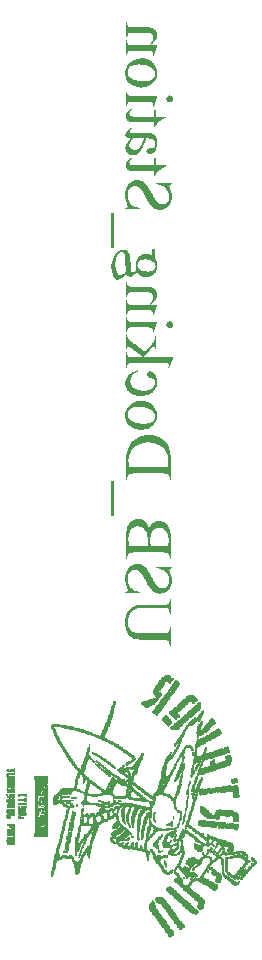
<source format=gbo>
G04*
G04 #@! TF.GenerationSoftware,Altium Limited,Altium Designer,20.0.13 (296)*
G04*
G04 Layer_Color=32896*
%FSLAX25Y25*%
%MOIN*%
G70*
G01*
G75*
%ADD12C,0.00100*%
G36*
X350776Y423705D02*
X350799Y423496D01*
X350822Y423311D01*
X350845Y423172D01*
X350869Y423080D01*
X350892Y422987D01*
X350915Y422964D01*
Y422941D01*
X351054Y422756D01*
X351192Y422640D01*
X351308Y422571D01*
X351354Y422548D01*
X351516Y422501D01*
X351701Y422478D01*
X352141Y422432D01*
X352349Y422409D01*
X352511D01*
X352627D01*
X352673D01*
X356954D01*
X357440D01*
X357857Y422363D01*
X358204Y422339D01*
X358482Y422293D01*
X358713Y422247D01*
X358875Y422200D01*
X358967Y422177D01*
X358991Y422154D01*
X359315Y422015D01*
X359615Y421853D01*
X359847Y421691D01*
X360032Y421553D01*
X360171Y421414D01*
X360286Y421298D01*
X360333Y421229D01*
X360356Y421206D01*
X360495Y420974D01*
X360587Y420743D01*
X360680Y420488D01*
X360726Y420280D01*
X360749Y420072D01*
X360772Y419933D01*
Y419794D01*
X360749Y419493D01*
X360680Y419192D01*
X360587Y418891D01*
X360448Y418591D01*
X360286Y418290D01*
X360101Y418012D01*
X359708Y417503D01*
X359500Y417272D01*
X359315Y417063D01*
X359130Y416878D01*
X358967Y416716D01*
X358852Y416601D01*
X358736Y416485D01*
X358667Y416439D01*
X358644Y416416D01*
X360772D01*
Y415930D01*
X359546Y412898D01*
X359153Y413060D01*
X359245Y413338D01*
X359291Y413569D01*
X359315Y413662D01*
Y413778D01*
X359291Y413986D01*
X359245Y414125D01*
X359176Y414217D01*
X359153Y414240D01*
X359083Y414310D01*
X359014Y414356D01*
X358829Y414426D01*
X358690Y414472D01*
X358644Y414495D01*
X358620D01*
X358528Y414518D01*
X358412D01*
X358273Y414541D01*
X358111D01*
X357764Y414564D01*
X357371Y414587D01*
X357024D01*
X356862D01*
X356700D01*
X356584D01*
X356491D01*
X356445D01*
X356422D01*
X352673D01*
X352280D01*
X351979Y414541D01*
X351701Y414495D01*
X351516Y414449D01*
X351354Y414402D01*
X351239Y414356D01*
X351192Y414333D01*
X351169Y414310D01*
X351030Y414194D01*
X350938Y414032D01*
X350869Y413870D01*
X350822Y413685D01*
X350799Y413523D01*
X350776Y413384D01*
Y413060D01*
X350382D01*
Y418058D01*
X350776D01*
Y417781D01*
X350799Y417526D01*
X350822Y417341D01*
X350845Y417202D01*
X350869Y417087D01*
X350892Y416994D01*
X350915Y416971D01*
Y416948D01*
X351054Y416763D01*
X351192Y416647D01*
X351331Y416554D01*
X351354Y416531D01*
X351378D01*
X351516Y416485D01*
X351678Y416462D01*
X351910Y416439D01*
X352118D01*
X352326Y416416D01*
X352511D01*
X352627D01*
X352673D01*
X357996D01*
X358250Y416670D01*
X358458Y416901D01*
X358667Y417133D01*
X358829Y417364D01*
X358967Y417596D01*
X359083Y417804D01*
X359245Y418197D01*
X359361Y418521D01*
X359407Y418776D01*
X359430Y418868D01*
Y419007D01*
X359407Y419308D01*
X359338Y419563D01*
X359222Y419771D01*
X359130Y419933D01*
X359014Y420049D01*
X358898Y420141D01*
X358829Y420187D01*
X358805Y420211D01*
X358551Y420326D01*
X358227Y420419D01*
X357903Y420488D01*
X357556Y420534D01*
X357255Y420558D01*
X357024Y420581D01*
X356931D01*
X356862D01*
X356816D01*
X356792D01*
X352673D01*
X352373D01*
X352141D01*
X351956Y420558D01*
X351817D01*
X351725D01*
X351655Y420534D01*
X351609D01*
X351331Y420419D01*
X351146Y420303D01*
X351030Y420187D01*
X350984Y420164D01*
Y420141D01*
X350915Y420025D01*
X350869Y419863D01*
X350799Y419539D01*
Y419377D01*
X350776Y419262D01*
Y418961D01*
X350382D01*
Y423959D01*
X350776D01*
Y423705D01*
D02*
G37*
G36*
X355959Y411973D02*
X356306Y411949D01*
X356954Y411811D01*
X357533Y411625D01*
X358042Y411417D01*
X358250Y411302D01*
X358435Y411186D01*
X358620Y411093D01*
X358759Y411001D01*
X358875Y410931D01*
X358944Y410862D01*
X358991Y410839D01*
X359014Y410816D01*
X359315Y410538D01*
X359592Y410260D01*
X359824Y409960D01*
X360032Y409659D01*
X360194Y409335D01*
X360333Y409034D01*
X360472Y408733D01*
X360564Y408455D01*
X360634Y408178D01*
X360680Y407923D01*
X360726Y407692D01*
X360749Y407507D01*
X360772Y407345D01*
Y407113D01*
X360749Y406650D01*
X360680Y406211D01*
X360564Y405817D01*
X360448Y405447D01*
X360310Y405146D01*
X360217Y404938D01*
X360171Y404846D01*
X360124Y404776D01*
X360101Y404753D01*
Y404730D01*
X359824Y404336D01*
X359500Y403989D01*
X359176Y403665D01*
X358852Y403411D01*
X358528Y403203D01*
X358296Y403041D01*
X358204Y402994D01*
X358134Y402948D01*
X358088Y402925D01*
X358065D01*
X357556Y402694D01*
X357070Y402531D01*
X356584Y402416D01*
X356168Y402346D01*
X355820Y402300D01*
X355682Y402277D01*
X355543Y402254D01*
X355450D01*
X355381D01*
X355334D01*
X355311D01*
X354964Y402277D01*
X354617Y402300D01*
X353969Y402439D01*
X353391Y402624D01*
X352882Y402832D01*
X352673Y402925D01*
X352465Y403041D01*
X352303Y403133D01*
X352164Y403203D01*
X352049Y403295D01*
X351956Y403341D01*
X351910Y403365D01*
X351887Y403388D01*
X351563Y403642D01*
X351285Y403920D01*
X351054Y404221D01*
X350845Y404522D01*
X350660Y404822D01*
X350521Y405123D01*
X350406Y405424D01*
X350313Y405702D01*
X350244Y405956D01*
X350174Y406211D01*
X350128Y406442D01*
X350105Y406627D01*
Y406789D01*
X350082Y406905D01*
Y406997D01*
X350105Y407507D01*
X350197Y407993D01*
X350313Y408432D01*
X350429Y408803D01*
X350568Y409103D01*
X350660Y409335D01*
X350707Y409427D01*
X350753Y409497D01*
X350776Y409520D01*
Y409543D01*
X351077Y409936D01*
X351401Y410307D01*
X351748Y410607D01*
X352072Y410862D01*
X352373Y411070D01*
X352627Y411209D01*
X352720Y411255D01*
X352789Y411302D01*
X352835Y411325D01*
X352858D01*
X353368Y411556D01*
X353877Y411718D01*
X354340Y411834D01*
X354756Y411903D01*
X355103Y411973D01*
X355265D01*
X355381Y411996D01*
X355473D01*
X355543D01*
X355589D01*
X355612D01*
X355959Y411973D01*
D02*
G37*
G36*
X365076Y399570D02*
X365238Y399547D01*
X365493Y399431D01*
X365585Y399361D01*
X365655Y399292D01*
X365678Y399269D01*
X365701Y399246D01*
X365817Y399130D01*
X365910Y398991D01*
X365956Y398852D01*
X366002Y398737D01*
X366025Y398621D01*
X366048Y398528D01*
Y398459D01*
X366025Y398297D01*
X366002Y398135D01*
X365886Y397903D01*
X365817Y397811D01*
X365747Y397742D01*
X365724Y397695D01*
X365701Y397672D01*
X365585Y397556D01*
X365447Y397487D01*
X365192Y397394D01*
X365076Y397371D01*
X364984Y397348D01*
X364938D01*
X364914D01*
X364753Y397371D01*
X364591Y397394D01*
X364359Y397510D01*
X364266Y397580D01*
X364197Y397626D01*
X364151Y397649D01*
X364128Y397672D01*
X364012Y397811D01*
X363943Y397927D01*
X363850Y398181D01*
X363827Y398297D01*
X363804Y398390D01*
Y398459D01*
X363827Y398621D01*
X363850Y398783D01*
X363966Y399037D01*
X364035Y399130D01*
X364081Y399199D01*
X364105Y399222D01*
X364128Y399246D01*
X364266Y399361D01*
X364382Y399454D01*
X364521Y399500D01*
X364637Y399547D01*
X364753Y399570D01*
X364845Y399593D01*
X364891D01*
X364914D01*
X365076Y399570D01*
D02*
G37*
G36*
X350776Y400657D02*
X350799Y400449D01*
X350822Y400287D01*
X350845Y400148D01*
X350869Y400032D01*
X350892Y399963D01*
X350915Y399940D01*
Y399917D01*
X351054Y399732D01*
X351216Y399616D01*
X351331Y399523D01*
X351354Y399500D01*
X351378D01*
X351516Y399454D01*
X351725Y399431D01*
X352141Y399408D01*
X352349Y399384D01*
X352511D01*
X352627D01*
X352673D01*
X360772D01*
Y398899D01*
X359546Y395867D01*
X359153Y396006D01*
X359245Y396307D01*
X359291Y396538D01*
X359315Y396631D01*
Y396746D01*
X359291Y396955D01*
X359245Y397094D01*
X359199Y397186D01*
X359176Y397209D01*
X359037Y397325D01*
X358875Y397394D01*
X358736Y397418D01*
X358690Y397441D01*
X358667D01*
X358574Y397464D01*
X358435Y397487D01*
X358134Y397510D01*
X357787Y397533D01*
X357440D01*
X357116Y397556D01*
X356816D01*
X356723D01*
X356630D01*
X356584D01*
X356561D01*
X352673D01*
X352349D01*
X352072Y397533D01*
X351840Y397510D01*
X351678Y397487D01*
X351539Y397441D01*
X351447Y397418D01*
X351401Y397394D01*
X351378D01*
X351169Y397279D01*
X351030Y397140D01*
X350938Y397047D01*
X350915Y397024D01*
Y397001D01*
X350869Y396885D01*
X350845Y396746D01*
X350799Y396399D01*
X350776Y396261D01*
Y396006D01*
X350382D01*
Y400912D01*
X350776D01*
Y400657D01*
D02*
G37*
G36*
X352396Y394803D02*
X352095Y394618D01*
X351887Y394456D01*
X351748Y394317D01*
X351725Y394270D01*
X351701Y394247D01*
X351586Y394016D01*
X351516Y393785D01*
Y393715D01*
X351493Y393646D01*
Y393576D01*
X351516Y393414D01*
X351539Y393275D01*
X351655Y393044D01*
X351725Y392975D01*
X351771Y392905D01*
X351794Y392882D01*
X351817Y392859D01*
X351979Y392766D01*
X352164Y392697D01*
X352604Y392628D01*
X352812Y392604D01*
X352974Y392581D01*
X353090D01*
X353136D01*
X359708D01*
X359731Y394918D01*
X360472D01*
Y392581D01*
X363781D01*
Y392234D01*
X363387Y392072D01*
X363063Y391933D01*
X362809Y391795D01*
X362600Y391702D01*
X362439Y391633D01*
X362323Y391563D01*
X362253Y391540D01*
X362230Y391517D01*
X361952Y391332D01*
X361675Y391124D01*
X361443Y390938D01*
X361258Y390753D01*
X361096Y390614D01*
X360958Y390499D01*
X360888Y390406D01*
X360865Y390383D01*
X360680Y390152D01*
X360518Y389920D01*
X360379Y389712D01*
X360263Y389527D01*
X360171Y389388D01*
X360124Y389272D01*
X360101Y389180D01*
X360078Y389157D01*
X359731D01*
Y390753D01*
X352905D01*
X352535D01*
X352187Y390799D01*
X351910Y390823D01*
X351678Y390869D01*
X351516Y390915D01*
X351378Y390938D01*
X351308Y390985D01*
X351285D01*
X350938Y391193D01*
X350822Y391309D01*
X350707Y391424D01*
X350614Y391517D01*
X350545Y391609D01*
X350521Y391656D01*
X350498Y391679D01*
X350406Y391864D01*
X350336Y392049D01*
X350267Y392350D01*
X350244Y392489D01*
X350221Y392581D01*
Y392674D01*
X350244Y392952D01*
X350313Y393229D01*
X350382Y393461D01*
X350498Y393692D01*
X350591Y393877D01*
X350660Y394016D01*
X350730Y394109D01*
X350753Y394132D01*
X350984Y394386D01*
X351239Y394618D01*
X351516Y394803D01*
X351794Y394965D01*
X352026Y395080D01*
X352211Y395173D01*
X352349Y395219D01*
X352373Y395242D01*
X352396D01*
Y394803D01*
D02*
G37*
G36*
X352211Y388624D02*
X352026Y388439D01*
X351887Y388277D01*
X351794Y388162D01*
X351701Y388069D01*
X351655Y388000D01*
X351632Y387977D01*
Y387953D01*
X351586Y387838D01*
X351563Y387745D01*
Y387629D01*
X351586Y387514D01*
X351609Y387421D01*
X351632Y387352D01*
X351655Y387329D01*
X351771Y387259D01*
X351910Y387213D01*
X352049Y387167D01*
X352072D01*
X352095D01*
X352164D01*
X352257Y387143D01*
X352511D01*
X352812D01*
X353113Y387120D01*
X353391D01*
X353645D01*
X353738D01*
X353807D01*
X353854D01*
X353877D01*
X357301D01*
X357810D01*
X358227Y387097D01*
X358551Y387051D01*
X358829Y387028D01*
X359014Y386981D01*
X359153Y386935D01*
X359222Y386912D01*
X359245D01*
X359500Y386796D01*
X359708Y386634D01*
X359893Y386472D01*
X360055Y386333D01*
X360171Y386195D01*
X360240Y386079D01*
X360286Y385986D01*
X360310Y385963D01*
X360472Y385616D01*
X360587Y385269D01*
X360657Y384899D01*
X360726Y384552D01*
X360749Y384228D01*
X360772Y383996D01*
Y383765D01*
X360749Y383140D01*
X360657Y382608D01*
X360518Y382122D01*
X360379Y381752D01*
X360217Y381428D01*
X360101Y381220D01*
X360009Y381081D01*
X359963Y381034D01*
X359662Y380711D01*
X359361Y380479D01*
X359060Y380317D01*
X358805Y380201D01*
X358574Y380132D01*
X358389Y380109D01*
X358273Y380086D01*
X358227D01*
X358042Y380109D01*
X357880Y380132D01*
X357764Y380178D01*
X357648Y380225D01*
X357556Y380271D01*
X357487Y380294D01*
X357463Y380340D01*
X357440D01*
X357348Y380433D01*
X357278Y380549D01*
X357209Y380780D01*
X357186Y380873D01*
X357163Y380942D01*
Y381011D01*
X357186Y381150D01*
X357209Y381289D01*
X357301Y381497D01*
X357371Y381636D01*
X357417Y381682D01*
X357533Y381775D01*
X357648Y381844D01*
X357926Y381937D01*
X358019D01*
X358111Y381960D01*
X358181D01*
X358204D01*
X358852Y381937D01*
X359037Y381960D01*
X359199Y382006D01*
X359453Y382145D01*
X359569Y382215D01*
X359639Y382261D01*
X359685Y382307D01*
X359708Y382330D01*
X359847Y382492D01*
X359939Y382677D01*
X360009Y382862D01*
X360055Y383048D01*
X360078Y383210D01*
X360101Y383325D01*
Y383441D01*
X360078Y383765D01*
X360009Y384043D01*
X359916Y384274D01*
X359824Y384459D01*
X359708Y384621D01*
X359615Y384714D01*
X359546Y384783D01*
X359523Y384806D01*
X359268Y384968D01*
X358967Y385084D01*
X358620Y385176D01*
X358296Y385223D01*
X357973Y385269D01*
X357718Y385292D01*
X357602D01*
X357533D01*
X357487D01*
X357463D01*
X357070D01*
X356885Y384829D01*
X356723Y384390D01*
X356561Y383996D01*
X356422Y383626D01*
X356283Y383279D01*
X356144Y382978D01*
X356029Y382700D01*
X355913Y382469D01*
X355797Y382238D01*
X355705Y382053D01*
X355635Y381914D01*
X355566Y381775D01*
X355520Y381682D01*
X355473Y381613D01*
X355450Y381590D01*
Y381567D01*
X355196Y381173D01*
X354941Y380849D01*
X354710Y380595D01*
X354502Y380386D01*
X354316Y380225D01*
X354154Y380109D01*
X354062Y380039D01*
X354039Y380016D01*
X353830Y379901D01*
X353622Y379831D01*
X353414Y379762D01*
X353206Y379739D01*
X353021Y379715D01*
X352882Y379692D01*
X352789D01*
X352766D01*
X352349Y379715D01*
X351979Y379808D01*
X351655Y379901D01*
X351378Y380039D01*
X351169Y380155D01*
X351007Y380271D01*
X350892Y380340D01*
X350869Y380363D01*
X350637Y380641D01*
X350475Y380919D01*
X350336Y381196D01*
X350267Y381474D01*
X350221Y381705D01*
X350197Y381914D01*
X350174Y382030D01*
Y382076D01*
X350197Y382330D01*
X350221Y382562D01*
X350267Y382770D01*
X350313Y382955D01*
X350359Y383117D01*
X350382Y383256D01*
X350429Y383325D01*
Y383348D01*
X350475Y383441D01*
X350545Y383557D01*
X350730Y383811D01*
X350961Y384135D01*
X351192Y384459D01*
X351424Y384783D01*
X351632Y385038D01*
X351701Y385153D01*
X351771Y385223D01*
X351794Y385269D01*
X351817Y385292D01*
X351493Y385315D01*
X351239Y385338D01*
X351007Y385385D01*
X350845Y385454D01*
X350707Y385524D01*
X350614Y385570D01*
X350568Y385593D01*
X350545Y385616D01*
X350429Y385755D01*
X350336Y385894D01*
X350267Y386033D01*
X350221Y386172D01*
X350197Y386287D01*
X350174Y386380D01*
Y386472D01*
X350197Y386681D01*
X350244Y386912D01*
X350336Y387120D01*
X350429Y387329D01*
X350683Y387722D01*
X351007Y388092D01*
X351308Y388393D01*
X351563Y388648D01*
X351655Y388740D01*
X351748Y388809D01*
X351794Y388833D01*
X351817Y388856D01*
X352442D01*
X352211Y388624D01*
D02*
G37*
G36*
X352396Y378512D02*
X352095Y378327D01*
X351887Y378165D01*
X351748Y378026D01*
X351725Y377980D01*
X351701Y377957D01*
X351586Y377725D01*
X351516Y377494D01*
Y377425D01*
X351493Y377355D01*
Y377286D01*
X351516Y377124D01*
X351539Y376985D01*
X351655Y376754D01*
X351725Y376684D01*
X351771Y376615D01*
X351794Y376592D01*
X351817Y376568D01*
X351979Y376476D01*
X352164Y376407D01*
X352604Y376337D01*
X352812Y376314D01*
X352974Y376291D01*
X353090D01*
X353136D01*
X359708D01*
X359731Y378628D01*
X360472D01*
Y376291D01*
X363781D01*
Y375944D01*
X363387Y375782D01*
X363063Y375643D01*
X362809Y375504D01*
X362600Y375411D01*
X362439Y375342D01*
X362323Y375273D01*
X362253Y375250D01*
X362230Y375226D01*
X361952Y375041D01*
X361675Y374833D01*
X361443Y374648D01*
X361258Y374463D01*
X361096Y374324D01*
X360958Y374208D01*
X360888Y374116D01*
X360865Y374093D01*
X360680Y373861D01*
X360518Y373630D01*
X360379Y373421D01*
X360263Y373236D01*
X360171Y373097D01*
X360124Y372982D01*
X360101Y372889D01*
X360078Y372866D01*
X359731D01*
Y374463D01*
X352905D01*
X352535D01*
X352187Y374509D01*
X351910Y374532D01*
X351678Y374578D01*
X351516Y374625D01*
X351378Y374648D01*
X351308Y374694D01*
X351285D01*
X350938Y374902D01*
X350822Y375018D01*
X350707Y375134D01*
X350614Y375226D01*
X350545Y375319D01*
X350521Y375365D01*
X350498Y375388D01*
X350406Y375573D01*
X350336Y375759D01*
X350267Y376059D01*
X350244Y376198D01*
X350221Y376291D01*
Y376383D01*
X350244Y376661D01*
X350313Y376939D01*
X350382Y377170D01*
X350498Y377401D01*
X350591Y377587D01*
X350660Y377725D01*
X350730Y377818D01*
X350753Y377841D01*
X350984Y378096D01*
X351239Y378327D01*
X351516Y378512D01*
X351794Y378674D01*
X352026Y378790D01*
X352211Y378882D01*
X352349Y378929D01*
X352373Y378952D01*
X352396D01*
Y378512D01*
D02*
G37*
G36*
X354502Y371408D02*
X354825Y371362D01*
X355126Y371292D01*
X355381Y371223D01*
X355589Y371154D01*
X355751Y371084D01*
X355844Y371038D01*
X355890Y371015D01*
X356191Y370853D01*
X356445Y370645D01*
X356700Y370460D01*
X356908Y370251D01*
X357070Y370089D01*
X357186Y369950D01*
X357278Y369858D01*
X357301Y369812D01*
X357417Y369650D01*
X357556Y369464D01*
X357834Y369048D01*
X358111Y368585D01*
X358389Y368099D01*
X358644Y367659D01*
X358759Y367474D01*
X358852Y367312D01*
X358921Y367174D01*
X358991Y367058D01*
X359014Y366988D01*
X359037Y366965D01*
X359291Y366502D01*
X359523Y366086D01*
X359754Y365716D01*
X359963Y365369D01*
X360171Y365068D01*
X360333Y364813D01*
X360518Y364582D01*
X360657Y364374D01*
X360795Y364212D01*
X360911Y364050D01*
X361004Y363934D01*
X361096Y363841D01*
X361143Y363795D01*
X361189Y363749D01*
X361235Y363703D01*
X361467Y363541D01*
X361675Y363425D01*
X361883Y363355D01*
X362068Y363309D01*
X362253Y363263D01*
X362369Y363240D01*
X362462D01*
X362485D01*
X362809Y363263D01*
X363109Y363355D01*
X363387Y363471D01*
X363619Y363610D01*
X363804Y363749D01*
X363966Y363865D01*
X364058Y363957D01*
X364081Y363980D01*
X364313Y364281D01*
X364498Y364582D01*
X364614Y364906D01*
X364706Y365207D01*
X364753Y365484D01*
X364799Y365693D01*
Y365878D01*
X364776Y366248D01*
X364706Y366618D01*
X364637Y366942D01*
X364544Y367243D01*
X364428Y367498D01*
X364359Y367683D01*
X364290Y367798D01*
X364266Y367845D01*
X364058Y368192D01*
X363827Y368469D01*
X363596Y368724D01*
X363387Y368932D01*
X363179Y369094D01*
X363017Y369210D01*
X362924Y369279D01*
X362878Y369303D01*
X362531Y369488D01*
X362138Y369626D01*
X361744Y369765D01*
X361374Y369858D01*
X361027Y369927D01*
X360772Y369973D01*
X360657Y369997D01*
X360587Y370020D01*
X360541D01*
X360518D01*
Y370436D01*
X365678D01*
Y370020D01*
X365493Y369973D01*
X365354Y369927D01*
X365215Y369881D01*
X365123Y369835D01*
X365053Y369788D01*
X365007Y369742D01*
X364984Y369719D01*
X364891Y369580D01*
X364845Y369418D01*
X364822Y369303D01*
Y369256D01*
X364845Y369141D01*
X364868Y369002D01*
X364961Y368724D01*
X365007Y368585D01*
X365030Y368469D01*
X365076Y368400D01*
Y368377D01*
X365285Y367891D01*
X365423Y367428D01*
X365539Y366988D01*
X365609Y366618D01*
X365655Y366294D01*
X365678Y366063D01*
Y365855D01*
X365655Y365508D01*
X365632Y365160D01*
X365493Y364559D01*
X365308Y364027D01*
X365100Y363564D01*
X364984Y363379D01*
X364868Y363193D01*
X364776Y363055D01*
X364683Y362939D01*
X364614Y362823D01*
X364544Y362754D01*
X364521Y362731D01*
X364498Y362708D01*
X364266Y362499D01*
X364058Y362314D01*
X363804Y362129D01*
X363572Y361990D01*
X363109Y361782D01*
X362670Y361643D01*
X362300Y361551D01*
X362138Y361527D01*
X361999Y361504D01*
X361883Y361481D01*
X361791D01*
X361744D01*
X361721D01*
X361374Y361504D01*
X361073Y361551D01*
X360772Y361620D01*
X360541Y361689D01*
X360333Y361759D01*
X360171Y361828D01*
X360078Y361875D01*
X360032Y361898D01*
X359754Y362060D01*
X359500Y362268D01*
X359245Y362476D01*
X359037Y362661D01*
X358875Y362846D01*
X358736Y362985D01*
X358644Y363078D01*
X358620Y363124D01*
X358505Y363286D01*
X358366Y363471D01*
X358088Y363888D01*
X357787Y364351D01*
X357533Y364790D01*
X357278Y365207D01*
X357186Y365392D01*
X357093Y365554D01*
X357001Y365669D01*
X356954Y365762D01*
X356931Y365831D01*
X356908Y365855D01*
X356723Y366202D01*
X356538Y366502D01*
X356376Y366780D01*
X356237Y367035D01*
X356121Y367243D01*
X356006Y367451D01*
X355890Y367613D01*
X355797Y367752D01*
X355659Y367984D01*
X355566Y368122D01*
X355520Y368192D01*
X355497Y368215D01*
X355311Y368446D01*
X355126Y368631D01*
X354964Y368793D01*
X354802Y368909D01*
X354663Y369002D01*
X354548Y369094D01*
X354478Y369117D01*
X354455Y369141D01*
X354247Y369256D01*
X354039Y369326D01*
X353854Y369395D01*
X353692Y369418D01*
X353553Y369441D01*
X353437Y369464D01*
X353368D01*
X353344D01*
X352974Y369441D01*
X352650Y369349D01*
X352349Y369210D01*
X352095Y369071D01*
X351887Y368909D01*
X351748Y368793D01*
X351632Y368701D01*
X351609Y368655D01*
X351378Y368331D01*
X351192Y367984D01*
X351077Y367613D01*
X350984Y367266D01*
X350938Y366965D01*
X350915Y366711D01*
X350892Y366618D01*
Y366479D01*
X350915Y366040D01*
X350961Y365646D01*
X351054Y365276D01*
X351146Y364952D01*
X351239Y364674D01*
X351331Y364489D01*
X351378Y364351D01*
X351401Y364327D01*
Y364304D01*
X351609Y363957D01*
X351840Y363656D01*
X352049Y363402D01*
X352257Y363193D01*
X352442Y363032D01*
X352581Y362916D01*
X352696Y362846D01*
X352720Y362823D01*
X353067Y362661D01*
X353437Y362499D01*
X353854Y362361D01*
X354247Y362268D01*
X354594Y362175D01*
X354756Y362129D01*
X354895Y362106D01*
X354987Y362083D01*
X355080D01*
X355126Y362060D01*
X355149D01*
Y361643D01*
X350035D01*
Y362060D01*
X350221Y362083D01*
X350359Y362129D01*
X350475Y362175D01*
X350568Y362198D01*
X350637Y362245D01*
X350683Y362268D01*
X350707Y362291D01*
X350822Y362430D01*
X350869Y362569D01*
X350892Y362684D01*
Y362731D01*
X350869Y362870D01*
X350845Y363055D01*
X350776Y363286D01*
X350730Y363517D01*
X350660Y363726D01*
X350591Y363911D01*
X350568Y364027D01*
X350545Y364073D01*
X350429Y364443D01*
X350336Y364744D01*
X350267Y364998D01*
X350221Y365184D01*
X350174Y365322D01*
Y365415D01*
X350151Y365461D01*
Y365484D01*
X350082Y365924D01*
X350059Y366132D01*
Y366317D01*
X350035Y366479D01*
Y366711D01*
X350059Y367104D01*
X350082Y367451D01*
X350221Y368122D01*
X350429Y368701D01*
X350545Y368955D01*
X350660Y369187D01*
X350753Y369395D01*
X350869Y369580D01*
X350984Y369742D01*
X351077Y369881D01*
X351146Y369973D01*
X351216Y370043D01*
X351239Y370089D01*
X351262Y370112D01*
X351493Y370344D01*
X351748Y370552D01*
X351979Y370714D01*
X352234Y370876D01*
X352488Y371015D01*
X352720Y371107D01*
X353183Y371269D01*
X353576Y371362D01*
X353738Y371385D01*
X353900Y371408D01*
X354015Y371431D01*
X354108D01*
X354154D01*
X354177D01*
X354502Y371408D01*
D02*
G37*
G36*
X346403Y348615D02*
X345500D01*
Y360301D01*
X346403D01*
Y348615D01*
D02*
G37*
G36*
X359870Y348338D02*
X359916Y348314D01*
X359939Y348291D01*
X360009Y348222D01*
X360032Y348199D01*
Y348176D01*
X360055Y348129D01*
Y348060D01*
X360078Y347875D01*
Y345491D01*
X360310Y345075D01*
X360472Y344658D01*
X360610Y344242D01*
X360680Y343848D01*
X360726Y343501D01*
X360772Y343224D01*
Y342668D01*
X360726Y342368D01*
X360610Y341789D01*
X360425Y341303D01*
X360240Y340887D01*
X360032Y340563D01*
X359939Y340424D01*
X359847Y340308D01*
X359777Y340215D01*
X359731Y340146D01*
X359708Y340123D01*
X359685Y340100D01*
X359477Y339915D01*
X359268Y339730D01*
X358829Y339452D01*
X358389Y339267D01*
X357973Y339128D01*
X357625Y339058D01*
X357487Y339012D01*
X357348D01*
X357232Y338989D01*
X357163D01*
X357116D01*
X357093D01*
X356746Y339012D01*
X356399Y339058D01*
X356098Y339151D01*
X355844Y339244D01*
X355612Y339313D01*
X355450Y339406D01*
X355358Y339452D01*
X355311Y339475D01*
X355034Y339683D01*
X354779Y339892D01*
X354571Y340146D01*
X354386Y340354D01*
X354247Y340563D01*
X354154Y340725D01*
X354085Y340840D01*
X354062Y340887D01*
X353738Y340493D01*
X353437Y340192D01*
X353183Y339938D01*
X352974Y339753D01*
X352789Y339614D01*
X352673Y339521D01*
X352604Y339475D01*
X352581Y339452D01*
X352396Y339359D01*
X352234Y339290D01*
X352072Y339220D01*
X351933Y339197D01*
X351840Y339174D01*
X351748Y339151D01*
X351701D01*
X351678D01*
X351424Y339197D01*
X351239Y339267D01*
X351100Y339336D01*
X351077Y339383D01*
X351054D01*
X350961Y339475D01*
X350845Y339614D01*
X350660Y339868D01*
X350568Y340007D01*
X350521Y340100D01*
X350475Y340169D01*
X350452Y340192D01*
X350267Y340007D01*
X350105Y339845D01*
X349827Y339568D01*
X349619Y339359D01*
X349480Y339220D01*
X349388Y339128D01*
X349318Y339082D01*
X349295Y339058D01*
X349040Y338850D01*
X348809Y338688D01*
X348601Y338573D01*
X348462Y338457D01*
X348323Y338387D01*
X348231Y338341D01*
X348184Y338295D01*
X348161D01*
X347953Y338226D01*
X347791Y338202D01*
X347675Y338179D01*
X347652D01*
X347629D01*
X347397Y338226D01*
X347189Y338318D01*
X347004Y338434D01*
X346819Y338596D01*
X346680Y338735D01*
X346564Y338873D01*
X346495Y338966D01*
X346472Y338989D01*
X346148Y339568D01*
X345917Y340169D01*
X345731Y340794D01*
X345616Y341349D01*
X345593Y341604D01*
X345546Y341858D01*
X345523Y342067D01*
Y342252D01*
X345500Y342391D01*
Y342599D01*
X345523Y343108D01*
X345569Y343594D01*
X345639Y344034D01*
X345755Y344473D01*
X345870Y344867D01*
X346009Y345237D01*
X346171Y345584D01*
X346310Y345885D01*
X346472Y346163D01*
X346611Y346394D01*
X346750Y346602D01*
X346865Y346787D01*
X346981Y346903D01*
X347050Y347019D01*
X347097Y347065D01*
X347120Y347088D01*
X347328Y347296D01*
X347536Y347481D01*
X347745Y347643D01*
X347953Y347782D01*
X348346Y347990D01*
X348716Y348129D01*
X349017Y348199D01*
X349272Y348245D01*
X349364Y348268D01*
X349434D01*
X349457D01*
X349480D01*
X349804Y348245D01*
X350105Y348176D01*
X350359Y348060D01*
X350568Y347967D01*
X350753Y347852D01*
X350869Y347736D01*
X350961Y347667D01*
X350984Y347643D01*
X351192Y347412D01*
X351354Y347134D01*
X351493Y346857D01*
X351586Y346602D01*
X351655Y346371D01*
X351725Y346163D01*
X351748Y346047D01*
Y346001D01*
X351771Y345862D01*
Y345676D01*
X351794Y345491D01*
X351817Y345260D01*
X351840Y344774D01*
X351864Y344288D01*
X351887Y343825D01*
Y343617D01*
X351910Y343432D01*
Y342645D01*
X351933Y342298D01*
X351956Y342020D01*
Y341812D01*
X351979Y341673D01*
X352002Y341581D01*
Y341511D01*
X352026Y341326D01*
X352072Y341164D01*
X352118Y341049D01*
X352141Y340956D01*
X352187Y340887D01*
X352211Y340840D01*
X352234Y340794D01*
X352373Y340701D01*
X352488Y340655D01*
X352581Y340632D01*
X352604D01*
X352766Y340655D01*
X352928Y340725D01*
X353067Y340771D01*
X353090Y340794D01*
X353113D01*
X353229Y340863D01*
X353368Y340956D01*
X353599Y341164D01*
X353692Y341257D01*
X353761Y341349D01*
X353807Y341396D01*
X353830Y341419D01*
X353715Y341997D01*
X353668Y342252D01*
X353645Y342483D01*
Y342668D01*
X353622Y342830D01*
Y342946D01*
X353645Y343270D01*
X353668Y343594D01*
X353784Y344172D01*
X353946Y344658D01*
X354131Y345075D01*
X354293Y345399D01*
X354386Y345538D01*
X354455Y345653D01*
X354525Y345723D01*
X354571Y345792D01*
X354617Y345815D01*
Y345838D01*
X354802Y346024D01*
X355011Y346209D01*
X355427Y346463D01*
X355820Y346672D01*
X356214Y346787D01*
X356538Y346880D01*
X356816Y346903D01*
X356908Y346926D01*
X356977D01*
X357024D01*
X357047D01*
X357487Y346903D01*
X357880Y346833D01*
X358227Y346718D01*
X358528Y346625D01*
X358759Y346510D01*
X358944Y346394D01*
X359037Y346324D01*
X359083Y346301D01*
Y347990D01*
X359106Y348083D01*
Y348176D01*
X359130Y348245D01*
X359153Y348268D01*
X359199Y348291D01*
X359315Y348338D01*
X359430Y348361D01*
X359546D01*
X359592D01*
X359754D01*
X359870Y348338D01*
D02*
G37*
G36*
X350776Y337161D02*
X350799Y336953D01*
X350822Y336768D01*
X350845Y336629D01*
X350869Y336536D01*
X350892Y336444D01*
X350915Y336420D01*
Y336397D01*
X351054Y336212D01*
X351192Y336097D01*
X351308Y336027D01*
X351354Y336004D01*
X351516Y335958D01*
X351701Y335935D01*
X352141Y335888D01*
X352349Y335865D01*
X352511D01*
X352627D01*
X352673D01*
X356954D01*
X357440D01*
X357857Y335819D01*
X358204Y335796D01*
X358482Y335750D01*
X358713Y335703D01*
X358875Y335657D01*
X358967Y335634D01*
X358991Y335611D01*
X359315Y335472D01*
X359615Y335310D01*
X359847Y335148D01*
X360032Y335009D01*
X360171Y334870D01*
X360286Y334754D01*
X360333Y334685D01*
X360356Y334662D01*
X360495Y334431D01*
X360587Y334199D01*
X360680Y333945D01*
X360726Y333736D01*
X360749Y333528D01*
X360772Y333389D01*
Y333250D01*
X360749Y332949D01*
X360680Y332649D01*
X360587Y332348D01*
X360448Y332047D01*
X360286Y331746D01*
X360101Y331469D01*
X359708Y330960D01*
X359500Y330728D01*
X359315Y330520D01*
X359130Y330335D01*
X358967Y330173D01*
X358852Y330057D01*
X358736Y329941D01*
X358667Y329895D01*
X358644Y329872D01*
X360772D01*
Y329386D01*
X359546Y326355D01*
X359153Y326517D01*
X359245Y326794D01*
X359291Y327026D01*
X359315Y327118D01*
Y327234D01*
X359291Y327442D01*
X359245Y327581D01*
X359176Y327674D01*
X359153Y327697D01*
X359083Y327766D01*
X359014Y327813D01*
X358829Y327882D01*
X358690Y327928D01*
X358644Y327951D01*
X358620D01*
X358528Y327974D01*
X358412D01*
X358273Y327998D01*
X358111D01*
X357764Y328021D01*
X357371Y328044D01*
X357024D01*
X356862D01*
X356700D01*
X356584D01*
X356491D01*
X356445D01*
X356422D01*
X352673D01*
X352280D01*
X351979Y327998D01*
X351701Y327951D01*
X351516Y327905D01*
X351354Y327859D01*
X351239Y327813D01*
X351192Y327789D01*
X351169Y327766D01*
X351030Y327650D01*
X350938Y327488D01*
X350869Y327326D01*
X350822Y327141D01*
X350799Y326979D01*
X350776Y326841D01*
Y326517D01*
X350382D01*
Y331515D01*
X350776D01*
Y331237D01*
X350799Y330983D01*
X350822Y330798D01*
X350845Y330659D01*
X350869Y330543D01*
X350892Y330450D01*
X350915Y330427D01*
Y330404D01*
X351054Y330219D01*
X351192Y330103D01*
X351331Y330011D01*
X351354Y329988D01*
X351378D01*
X351516Y329941D01*
X351678Y329918D01*
X351910Y329895D01*
X352118D01*
X352326Y329872D01*
X352511D01*
X352627D01*
X352673D01*
X357996D01*
X358250Y330127D01*
X358458Y330358D01*
X358667Y330589D01*
X358829Y330821D01*
X358967Y331052D01*
X359083Y331260D01*
X359245Y331654D01*
X359361Y331978D01*
X359407Y332232D01*
X359430Y332325D01*
Y332464D01*
X359407Y332764D01*
X359338Y333019D01*
X359222Y333227D01*
X359130Y333389D01*
X359014Y333505D01*
X358898Y333597D01*
X358829Y333644D01*
X358805Y333667D01*
X358551Y333783D01*
X358227Y333875D01*
X357903Y333945D01*
X357556Y333991D01*
X357255Y334014D01*
X357024Y334037D01*
X356931D01*
X356862D01*
X356816D01*
X356792D01*
X352673D01*
X352373D01*
X352141D01*
X351956Y334014D01*
X351817D01*
X351725D01*
X351655Y333991D01*
X351609D01*
X351331Y333875D01*
X351146Y333759D01*
X351030Y333644D01*
X350984Y333621D01*
Y333597D01*
X350915Y333482D01*
X350869Y333320D01*
X350799Y332996D01*
Y332834D01*
X350776Y332718D01*
Y332417D01*
X350382D01*
Y337416D01*
X350776D01*
Y337161D01*
D02*
G37*
G36*
X365076Y324318D02*
X365238Y324295D01*
X365493Y324180D01*
X365585Y324110D01*
X365655Y324041D01*
X365678Y324018D01*
X365701Y323994D01*
X365817Y323879D01*
X365910Y323740D01*
X365956Y323601D01*
X366002Y323485D01*
X366025Y323370D01*
X366048Y323277D01*
Y323208D01*
X366025Y323046D01*
X366002Y322884D01*
X365886Y322652D01*
X365817Y322560D01*
X365747Y322490D01*
X365724Y322444D01*
X365701Y322421D01*
X365585Y322305D01*
X365447Y322236D01*
X365192Y322143D01*
X365076Y322120D01*
X364984Y322097D01*
X364938D01*
X364914D01*
X364753Y322120D01*
X364591Y322143D01*
X364359Y322259D01*
X364266Y322328D01*
X364197Y322375D01*
X364151Y322398D01*
X364128Y322421D01*
X364012Y322560D01*
X363943Y322675D01*
X363850Y322930D01*
X363827Y323046D01*
X363804Y323138D01*
Y323208D01*
X363827Y323370D01*
X363850Y323532D01*
X363966Y323786D01*
X364035Y323879D01*
X364081Y323948D01*
X364105Y323971D01*
X364128Y323994D01*
X364266Y324110D01*
X364382Y324203D01*
X364521Y324249D01*
X364637Y324295D01*
X364753Y324318D01*
X364845Y324342D01*
X364891D01*
X364914D01*
X365076Y324318D01*
D02*
G37*
G36*
X350776Y325406D02*
X350799Y325198D01*
X350822Y325036D01*
X350845Y324897D01*
X350869Y324781D01*
X350892Y324712D01*
X350915Y324689D01*
Y324665D01*
X351054Y324480D01*
X351216Y324365D01*
X351331Y324272D01*
X351354Y324249D01*
X351378D01*
X351516Y324203D01*
X351725Y324180D01*
X352141Y324156D01*
X352349Y324133D01*
X352511D01*
X352627D01*
X352673D01*
X360772D01*
Y323647D01*
X359546Y320616D01*
X359153Y320755D01*
X359245Y321056D01*
X359291Y321287D01*
X359315Y321379D01*
Y321495D01*
X359291Y321704D01*
X359245Y321842D01*
X359199Y321935D01*
X359176Y321958D01*
X359037Y322074D01*
X358875Y322143D01*
X358736Y322166D01*
X358690Y322189D01*
X358667D01*
X358574Y322213D01*
X358435Y322236D01*
X358134Y322259D01*
X357787Y322282D01*
X357440D01*
X357116Y322305D01*
X356816D01*
X356723D01*
X356630D01*
X356584D01*
X356561D01*
X352673D01*
X352349D01*
X352072Y322282D01*
X351840Y322259D01*
X351678Y322236D01*
X351539Y322189D01*
X351447Y322166D01*
X351401Y322143D01*
X351378D01*
X351169Y322027D01*
X351030Y321889D01*
X350938Y321796D01*
X350915Y321773D01*
Y321750D01*
X350869Y321634D01*
X350845Y321495D01*
X350799Y321148D01*
X350776Y321009D01*
Y320755D01*
X350382D01*
Y325660D01*
X350776D01*
Y325406D01*
D02*
G37*
G36*
Y319852D02*
X350799Y319644D01*
Y319459D01*
X350822Y319320D01*
X350845Y319228D01*
Y319158D01*
X350869Y319112D01*
Y319089D01*
X350938Y318927D01*
X351054Y318788D01*
X351262Y318487D01*
X351378Y318348D01*
X351447Y318256D01*
X351516Y318186D01*
X351539Y318163D01*
X351725Y318001D01*
X351956Y317770D01*
X352234Y317538D01*
X352535Y317307D01*
X352812Y317075D01*
X353044Y316890D01*
X353136Y316798D01*
X353206Y316752D01*
X353229Y316728D01*
X353252Y316705D01*
X356538Y314114D01*
X358921Y316728D01*
X359153Y316983D01*
X359338Y317237D01*
X359500Y317469D01*
X359615Y317654D01*
X359708Y317816D01*
X359777Y317932D01*
X359824Y318024D01*
Y318047D01*
X359916Y318279D01*
X359986Y318533D01*
X360032Y318788D01*
X360078Y319042D01*
X360101Y319251D01*
X360124Y319413D01*
Y319575D01*
X360472D01*
Y315155D01*
X360124D01*
X360078Y315433D01*
X360032Y315618D01*
X359963Y315733D01*
X359939Y315757D01*
X359801Y315872D01*
X359685Y315918D01*
X359592Y315942D01*
X359546D01*
X359453Y315918D01*
X359361Y315895D01*
X359315Y315872D01*
X359291Y315849D01*
X359199Y315780D01*
X359060Y315641D01*
X358898Y315479D01*
X358736Y315317D01*
X358597Y315155D01*
X358458Y315039D01*
X358366Y314947D01*
X358343Y314900D01*
X356006Y312332D01*
X366048D01*
Y311823D01*
X364822Y308838D01*
X364428Y309023D01*
X364544Y309324D01*
X364591Y309532D01*
X364614Y309648D01*
Y309694D01*
X364591Y309902D01*
X364544Y310041D01*
X364475Y310134D01*
X364452Y310157D01*
X364382Y310226D01*
X364313Y310272D01*
X364128Y310365D01*
X363989Y310388D01*
X363943Y310411D01*
X363919D01*
X363827Y310434D01*
X363711D01*
X363434Y310457D01*
X363086Y310481D01*
X362716Y310504D01*
X362369D01*
X362091D01*
X361976D01*
X361883D01*
X361837D01*
X361814D01*
X352604D01*
X352280D01*
X352026Y310481D01*
X351794Y310457D01*
X351632Y310411D01*
X351493Y310388D01*
X351401Y310342D01*
X351354Y310319D01*
X351331D01*
X351169Y310226D01*
X351054Y310110D01*
X350984Y310018D01*
X350961Y309971D01*
X350892Y309809D01*
X350845Y309648D01*
X350799Y309277D01*
X350776Y309092D01*
Y308838D01*
X350382D01*
Y313952D01*
X350776D01*
Y313651D01*
X350799Y313419D01*
X350822Y313234D01*
X350845Y313072D01*
X350869Y312957D01*
X350892Y312887D01*
X350915Y312864D01*
Y312841D01*
X351054Y312679D01*
X351192Y312540D01*
X351308Y312471D01*
X351331Y312448D01*
X351354D01*
X351516Y312401D01*
X351701Y312378D01*
X351910Y312355D01*
X352141D01*
X352349Y312332D01*
X352511D01*
X352627D01*
X352673D01*
X355982D01*
X352026Y315433D01*
X351840Y315571D01*
X351655Y315687D01*
X351516Y315757D01*
X351424Y315826D01*
X351331Y315849D01*
X351262Y315872D01*
X351239D01*
X351216D01*
X351077Y315849D01*
X350984Y315803D01*
X350915Y315733D01*
X350892Y315710D01*
X350845Y315641D01*
X350822Y315571D01*
X350799Y315386D01*
X350776Y315224D01*
Y315155D01*
X350382D01*
Y320084D01*
X350776D01*
Y319852D01*
D02*
G37*
G36*
X354363Y307611D02*
X353900Y307403D01*
X353506Y307172D01*
X353183Y306986D01*
X352928Y306801D01*
X352743Y306639D01*
X352604Y306524D01*
X352535Y306431D01*
X352511Y306408D01*
X352280Y306084D01*
X352095Y305737D01*
X351979Y305436D01*
X351887Y305135D01*
X351840Y304881D01*
X351817Y304673D01*
X351794Y304534D01*
Y304487D01*
X351817Y304210D01*
X351864Y303955D01*
X351910Y303701D01*
X352002Y303469D01*
X352234Y303053D01*
X352488Y302706D01*
X352720Y302451D01*
X352951Y302243D01*
X353044Y302173D01*
X353090Y302127D01*
X353136Y302081D01*
X353159D01*
X353692Y301780D01*
X354247Y301572D01*
X354779Y301410D01*
X355288Y301317D01*
X355728Y301248D01*
X355913Y301225D01*
X356075D01*
X356191Y301202D01*
X356306D01*
X356353D01*
X356376D01*
X357001Y301248D01*
X357556Y301340D01*
X358042Y301479D01*
X358458Y301641D01*
X358782Y301803D01*
X359037Y301942D01*
X359106Y302011D01*
X359176Y302034D01*
X359199Y302081D01*
X359222D01*
X359500Y302359D01*
X359708Y302636D01*
X359847Y302937D01*
X359963Y303215D01*
X360009Y303469D01*
X360032Y303677D01*
X360055Y303816D01*
Y303863D01*
X360032Y304117D01*
X360009Y304325D01*
X359939Y304510D01*
X359893Y304649D01*
X359824Y304765D01*
X359754Y304858D01*
X359731Y304904D01*
X359708Y304927D01*
X359569Y305066D01*
X359407Y305158D01*
X359245Y305251D01*
X359083Y305297D01*
X358944Y305344D01*
X358829D01*
X358736Y305367D01*
X358713D01*
X358482Y305390D01*
X358296Y305436D01*
X358158Y305482D01*
X358042Y305529D01*
X357949Y305575D01*
X357880Y305621D01*
X357857Y305644D01*
X357834D01*
X357695Y305783D01*
X357602Y305945D01*
X357510Y306084D01*
X357463Y306246D01*
X357440Y306385D01*
X357417Y306501D01*
Y306616D01*
X357440Y306778D01*
X357463Y306940D01*
X357556Y307172D01*
X357602Y307264D01*
X357625Y307334D01*
X357672Y307357D01*
Y307380D01*
X357764Y307472D01*
X357880Y307542D01*
X358111Y307634D01*
X358204D01*
X358273Y307658D01*
X358320D01*
X358343D01*
X358667Y307611D01*
X358967Y307495D01*
X359245Y307357D01*
X359477Y307172D01*
X359685Y306986D01*
X359847Y306848D01*
X359939Y306732D01*
X359986Y306686D01*
X360240Y306292D01*
X360448Y305899D01*
X360587Y305482D01*
X360680Y305089D01*
X360726Y304742D01*
X360772Y304487D01*
Y304233D01*
X360749Y303863D01*
X360703Y303516D01*
X360634Y303191D01*
X360541Y302868D01*
X360286Y302289D01*
X360171Y302034D01*
X360032Y301780D01*
X359870Y301572D01*
X359754Y301387D01*
X359615Y301225D01*
X359500Y301086D01*
X359407Y300970D01*
X359338Y300901D01*
X359291Y300854D01*
X359268Y300831D01*
X358991Y300577D01*
X358667Y300368D01*
X358366Y300183D01*
X358042Y300021D01*
X357718Y299883D01*
X357394Y299767D01*
X356792Y299605D01*
X356491Y299535D01*
X356237Y299489D01*
X356006Y299466D01*
X355797Y299443D01*
X355635Y299420D01*
X355520D01*
X355427D01*
X355404D01*
X354964Y299443D01*
X354525Y299466D01*
X354131Y299535D01*
X353761Y299628D01*
X353414Y299721D01*
X353090Y299813D01*
X352812Y299929D01*
X352535Y300068D01*
X352303Y300183D01*
X352095Y300299D01*
X351933Y300392D01*
X351771Y300484D01*
X351655Y300577D01*
X351586Y300646D01*
X351539Y300669D01*
X351516Y300692D01*
X351262Y300947D01*
X351054Y301178D01*
X350845Y301433D01*
X350683Y301687D01*
X350545Y301942D01*
X350429Y302197D01*
X350267Y302659D01*
X350151Y303076D01*
X350128Y303238D01*
X350105Y303400D01*
X350082Y303516D01*
Y303677D01*
X350105Y303955D01*
X350128Y304210D01*
X350244Y304696D01*
X350429Y305158D01*
X350614Y305552D01*
X350799Y305876D01*
X350984Y306107D01*
X351054Y306200D01*
X351100Y306269D01*
X351146Y306292D01*
Y306315D01*
X351586Y306732D01*
X352072Y307079D01*
X352581Y307357D01*
X353067Y307588D01*
X353506Y307750D01*
X353715Y307796D01*
X353877Y307843D01*
X354015Y307889D01*
X354108Y307912D01*
X354177Y307935D01*
X354201D01*
X354363Y307611D01*
D02*
G37*
G36*
X355959Y297846D02*
X356306Y297823D01*
X356954Y297684D01*
X357533Y297499D01*
X358042Y297291D01*
X358250Y297175D01*
X358435Y297059D01*
X358620Y296967D01*
X358759Y296874D01*
X358875Y296805D01*
X358944Y296735D01*
X358991Y296712D01*
X359014Y296689D01*
X359315Y296411D01*
X359592Y296134D01*
X359824Y295833D01*
X360032Y295532D01*
X360194Y295208D01*
X360333Y294907D01*
X360472Y294607D01*
X360564Y294329D01*
X360634Y294051D01*
X360680Y293797D01*
X360726Y293565D01*
X360749Y293380D01*
X360772Y293218D01*
Y292987D01*
X360749Y292524D01*
X360680Y292084D01*
X360564Y291691D01*
X360448Y291321D01*
X360310Y291020D01*
X360217Y290812D01*
X360171Y290719D01*
X360124Y290650D01*
X360101Y290627D01*
Y290603D01*
X359824Y290210D01*
X359500Y289863D01*
X359176Y289539D01*
X358852Y289284D01*
X358528Y289076D01*
X358296Y288914D01*
X358204Y288868D01*
X358134Y288822D01*
X358088Y288798D01*
X358065D01*
X357556Y288567D01*
X357070Y288405D01*
X356584Y288289D01*
X356168Y288220D01*
X355820Y288174D01*
X355682Y288151D01*
X355543Y288127D01*
X355450D01*
X355381D01*
X355334D01*
X355311D01*
X354964Y288151D01*
X354617Y288174D01*
X353969Y288313D01*
X353391Y288498D01*
X352882Y288706D01*
X352673Y288798D01*
X352465Y288914D01*
X352303Y289007D01*
X352164Y289076D01*
X352049Y289169D01*
X351956Y289215D01*
X351910Y289238D01*
X351887Y289261D01*
X351563Y289516D01*
X351285Y289793D01*
X351054Y290094D01*
X350845Y290395D01*
X350660Y290696D01*
X350521Y290997D01*
X350406Y291298D01*
X350313Y291575D01*
X350244Y291830D01*
X350174Y292084D01*
X350128Y292316D01*
X350105Y292501D01*
Y292663D01*
X350082Y292778D01*
Y292871D01*
X350105Y293380D01*
X350197Y293866D01*
X350313Y294306D01*
X350429Y294676D01*
X350568Y294977D01*
X350660Y295208D01*
X350707Y295301D01*
X350753Y295370D01*
X350776Y295393D01*
Y295416D01*
X351077Y295810D01*
X351401Y296180D01*
X351748Y296481D01*
X352072Y296735D01*
X352373Y296944D01*
X352627Y297082D01*
X352720Y297129D01*
X352789Y297175D01*
X352835Y297198D01*
X352858D01*
X353368Y297430D01*
X353877Y297592D01*
X354340Y297707D01*
X354756Y297777D01*
X355103Y297846D01*
X355265D01*
X355381Y297869D01*
X355473D01*
X355543D01*
X355589D01*
X355612D01*
X355959Y297846D01*
D02*
G37*
G36*
X358759Y286438D02*
X359546Y286322D01*
X359893Y286230D01*
X360240Y286137D01*
X360564Y286045D01*
X360842Y285952D01*
X361096Y285860D01*
X361328Y285767D01*
X361536Y285675D01*
X361698Y285582D01*
X361837Y285512D01*
X361952Y285466D01*
X361999Y285443D01*
X362022Y285420D01*
X362346Y285212D01*
X362647Y285003D01*
X363179Y284541D01*
X363619Y284055D01*
X363966Y283615D01*
X364243Y283222D01*
X364336Y283037D01*
X364428Y282898D01*
X364475Y282759D01*
X364521Y282666D01*
X364567Y282620D01*
Y282597D01*
X364706Y282250D01*
X364822Y281880D01*
X365007Y281070D01*
X365146Y280237D01*
X365238Y279404D01*
X365262Y279033D01*
X365285Y278686D01*
X365308Y278362D01*
X365331Y278085D01*
Y271467D01*
X364914D01*
Y272022D01*
X364891Y272323D01*
X364845Y272577D01*
X364753Y272785D01*
X364683Y272971D01*
X364591Y273086D01*
X364498Y273202D01*
X364452Y273248D01*
X364428Y273271D01*
X364359Y273318D01*
X364266Y273387D01*
X364012Y273457D01*
X363734Y273526D01*
X363434Y273549D01*
X363156Y273572D01*
X362924Y273595D01*
X362832D01*
X362762D01*
X362716D01*
X362693D01*
X353021D01*
X352581D01*
X352234Y273549D01*
X351956Y273526D01*
X351725Y273480D01*
X351586Y273433D01*
X351470Y273387D01*
X351424Y273364D01*
X351401Y273341D01*
X351192Y273179D01*
X351054Y272971D01*
X350938Y272762D01*
X350869Y272531D01*
X350822Y272346D01*
X350799Y272184D01*
Y271467D01*
X350382D01*
Y278108D01*
X350406Y278894D01*
X350475Y279635D01*
X350591Y280329D01*
X350753Y280954D01*
X350915Y281533D01*
X351123Y282065D01*
X351331Y282551D01*
X351563Y282990D01*
X351771Y283361D01*
X351979Y283684D01*
X352187Y283962D01*
X352349Y284194D01*
X352511Y284355D01*
X352627Y284494D01*
X352696Y284564D01*
X352720Y284587D01*
X353113Y284911D01*
X353553Y285212D01*
X353969Y285466D01*
X354409Y285675D01*
X354849Y285860D01*
X355288Y286022D01*
X355705Y286137D01*
X356098Y286253D01*
X356491Y286322D01*
X356839Y286392D01*
X357139Y286438D01*
X357417Y286461D01*
X357625D01*
X357787Y286484D01*
X357880D01*
X357926D01*
X358343D01*
X358759Y286438D01*
D02*
G37*
G36*
X346403Y259573D02*
X345500D01*
Y271258D01*
X346403D01*
Y259573D01*
D02*
G37*
G36*
X355011Y258508D02*
X355473Y258393D01*
X355913Y258207D01*
X356260Y258022D01*
X356561Y257814D01*
X356769Y257629D01*
X356908Y257513D01*
X356954Y257490D01*
Y257467D01*
X357209Y257143D01*
X357417Y256773D01*
X357602Y256402D01*
X357764Y256032D01*
X357880Y255685D01*
X357949Y255407D01*
X357973Y255292D01*
X357996Y255222D01*
X358019Y255176D01*
Y255153D01*
X358204Y255616D01*
X358389Y256032D01*
X358620Y256379D01*
X358829Y256657D01*
X359014Y256888D01*
X359176Y257027D01*
X359268Y257143D01*
X359315Y257166D01*
X359662Y257397D01*
X360009Y257559D01*
X360356Y257698D01*
X360657Y257768D01*
X360934Y257814D01*
X361143Y257860D01*
X361281D01*
X361305D01*
X361328D01*
X361814Y257814D01*
X362253Y257721D01*
X362647Y257583D01*
X362971Y257421D01*
X363248Y257259D01*
X363457Y257120D01*
X363596Y257027D01*
X363642Y256981D01*
X363989Y256611D01*
X364290Y256217D01*
X364544Y255801D01*
X364729Y255384D01*
X364868Y255037D01*
X364938Y254875D01*
X364984Y254736D01*
X365007Y254621D01*
X365030Y254528D01*
X365053Y254482D01*
Y254459D01*
X365146Y254019D01*
X365215Y253556D01*
X365262Y253070D01*
X365308Y252607D01*
Y252191D01*
X365331Y252029D01*
Y245133D01*
X364914D01*
Y245666D01*
X364891Y245966D01*
X364845Y246221D01*
X364753Y246452D01*
X364683Y246614D01*
X364591Y246753D01*
X364498Y246869D01*
X364452Y246915D01*
X364428Y246938D01*
X364359Y246984D01*
X364243Y247054D01*
X364012Y247123D01*
X363711Y247193D01*
X363434Y247216D01*
X363156Y247239D01*
X362924Y247262D01*
X362832D01*
X362762D01*
X362716D01*
X362693D01*
X353021D01*
X352581D01*
X352234Y247216D01*
X351956Y247193D01*
X351725Y247146D01*
X351563Y247100D01*
X351470Y247054D01*
X351401Y247031D01*
X351378Y247008D01*
X351192Y246823D01*
X351054Y246614D01*
X350938Y246406D01*
X350869Y246175D01*
X350822Y245989D01*
X350799Y245827D01*
Y245133D01*
X350382D01*
Y252631D01*
X350406Y253047D01*
X350429Y253440D01*
X350452Y253811D01*
X350498Y254158D01*
X350521Y254459D01*
X350568Y254736D01*
X350614Y254991D01*
X350660Y255199D01*
X350707Y255407D01*
X350730Y255546D01*
X350776Y255685D01*
X350799Y255778D01*
X350822Y255870D01*
X350845Y255893D01*
Y255917D01*
X351054Y256356D01*
X351262Y256726D01*
X351516Y257073D01*
X351771Y257328D01*
X351979Y257559D01*
X352164Y257721D01*
X352280Y257814D01*
X352326Y257837D01*
X352720Y258068D01*
X353090Y258254D01*
X353460Y258369D01*
X353784Y258462D01*
X354062Y258508D01*
X354293Y258554D01*
X354432D01*
X354455D01*
X354478D01*
X354756D01*
X355011Y258508D01*
D02*
G37*
G36*
X354502Y243490D02*
X354825Y243444D01*
X355126Y243375D01*
X355381Y243305D01*
X355589Y243236D01*
X355751Y243166D01*
X355844Y243120D01*
X355890Y243097D01*
X356191Y242935D01*
X356445Y242727D01*
X356700Y242542D01*
X356908Y242333D01*
X357070Y242171D01*
X357186Y242033D01*
X357278Y241940D01*
X357301Y241894D01*
X357417Y241732D01*
X357556Y241547D01*
X357834Y241130D01*
X358111Y240667D01*
X358389Y240181D01*
X358644Y239742D01*
X358759Y239557D01*
X358852Y239394D01*
X358921Y239256D01*
X358991Y239140D01*
X359014Y239071D01*
X359037Y239047D01*
X359291Y238585D01*
X359523Y238168D01*
X359754Y237798D01*
X359963Y237451D01*
X360171Y237150D01*
X360333Y236895D01*
X360518Y236664D01*
X360657Y236456D01*
X360795Y236294D01*
X360911Y236132D01*
X361004Y236016D01*
X361096Y235924D01*
X361143Y235877D01*
X361189Y235831D01*
X361235Y235785D01*
X361467Y235623D01*
X361675Y235507D01*
X361883Y235438D01*
X362068Y235391D01*
X362253Y235345D01*
X362369Y235322D01*
X362462D01*
X362485D01*
X362809Y235345D01*
X363109Y235438D01*
X363387Y235553D01*
X363619Y235692D01*
X363804Y235831D01*
X363966Y235947D01*
X364058Y236039D01*
X364081Y236062D01*
X364313Y236363D01*
X364498Y236664D01*
X364614Y236988D01*
X364706Y237289D01*
X364753Y237566D01*
X364799Y237775D01*
Y237960D01*
X364776Y238330D01*
X364706Y238700D01*
X364637Y239024D01*
X364544Y239325D01*
X364428Y239580D01*
X364359Y239765D01*
X364290Y239880D01*
X364266Y239927D01*
X364058Y240274D01*
X363827Y240551D01*
X363596Y240806D01*
X363387Y241014D01*
X363179Y241176D01*
X363017Y241292D01*
X362924Y241361D01*
X362878Y241385D01*
X362531Y241570D01*
X362138Y241708D01*
X361744Y241847D01*
X361374Y241940D01*
X361027Y242009D01*
X360772Y242056D01*
X360657Y242079D01*
X360587Y242102D01*
X360541D01*
X360518D01*
Y242518D01*
X365678D01*
Y242102D01*
X365493Y242056D01*
X365354Y242009D01*
X365215Y241963D01*
X365123Y241917D01*
X365053Y241870D01*
X365007Y241824D01*
X364984Y241801D01*
X364891Y241662D01*
X364845Y241500D01*
X364822Y241385D01*
Y241338D01*
X364845Y241223D01*
X364868Y241084D01*
X364961Y240806D01*
X365007Y240667D01*
X365030Y240551D01*
X365076Y240482D01*
Y240459D01*
X365285Y239973D01*
X365423Y239510D01*
X365539Y239071D01*
X365609Y238700D01*
X365655Y238376D01*
X365678Y238145D01*
Y237937D01*
X365655Y237590D01*
X365632Y237243D01*
X365493Y236641D01*
X365308Y236109D01*
X365100Y235646D01*
X364984Y235461D01*
X364868Y235276D01*
X364776Y235137D01*
X364683Y235021D01*
X364614Y234905D01*
X364544Y234836D01*
X364521Y234813D01*
X364498Y234790D01*
X364266Y234581D01*
X364058Y234396D01*
X363804Y234211D01*
X363572Y234072D01*
X363109Y233864D01*
X362670Y233725D01*
X362300Y233633D01*
X362138Y233610D01*
X361999Y233586D01*
X361883Y233563D01*
X361791D01*
X361744D01*
X361721D01*
X361374Y233586D01*
X361073Y233633D01*
X360772Y233702D01*
X360541Y233771D01*
X360333Y233841D01*
X360171Y233910D01*
X360078Y233957D01*
X360032Y233980D01*
X359754Y234142D01*
X359500Y234350D01*
X359245Y234558D01*
X359037Y234743D01*
X358875Y234928D01*
X358736Y235067D01*
X358644Y235160D01*
X358620Y235206D01*
X358505Y235368D01*
X358366Y235553D01*
X358088Y235970D01*
X357787Y236433D01*
X357533Y236872D01*
X357278Y237289D01*
X357186Y237474D01*
X357093Y237636D01*
X357001Y237752D01*
X356954Y237844D01*
X356931Y237914D01*
X356908Y237937D01*
X356723Y238284D01*
X356538Y238585D01*
X356376Y238862D01*
X356237Y239117D01*
X356121Y239325D01*
X356006Y239533D01*
X355890Y239695D01*
X355797Y239834D01*
X355659Y240066D01*
X355566Y240204D01*
X355520Y240274D01*
X355497Y240297D01*
X355311Y240528D01*
X355126Y240714D01*
X354964Y240876D01*
X354802Y240991D01*
X354663Y241084D01*
X354548Y241176D01*
X354478Y241199D01*
X354455Y241223D01*
X354247Y241338D01*
X354039Y241408D01*
X353854Y241477D01*
X353692Y241500D01*
X353553Y241523D01*
X353437Y241547D01*
X353368D01*
X353344D01*
X352974Y241523D01*
X352650Y241431D01*
X352349Y241292D01*
X352095Y241153D01*
X351887Y240991D01*
X351748Y240876D01*
X351632Y240783D01*
X351609Y240737D01*
X351378Y240413D01*
X351192Y240066D01*
X351077Y239695D01*
X350984Y239348D01*
X350938Y239047D01*
X350915Y238793D01*
X350892Y238700D01*
Y238562D01*
X350915Y238122D01*
X350961Y237728D01*
X351054Y237358D01*
X351146Y237034D01*
X351239Y236757D01*
X351331Y236571D01*
X351378Y236433D01*
X351401Y236409D01*
Y236386D01*
X351609Y236039D01*
X351840Y235738D01*
X352049Y235484D01*
X352257Y235276D01*
X352442Y235114D01*
X352581Y234998D01*
X352696Y234928D01*
X352720Y234905D01*
X353067Y234743D01*
X353437Y234581D01*
X353854Y234443D01*
X354247Y234350D01*
X354594Y234257D01*
X354756Y234211D01*
X354895Y234188D01*
X354987Y234165D01*
X355080D01*
X355126Y234142D01*
X355149D01*
Y233725D01*
X350035D01*
Y234142D01*
X350221Y234165D01*
X350359Y234211D01*
X350475Y234257D01*
X350568Y234281D01*
X350637Y234327D01*
X350683Y234350D01*
X350707Y234373D01*
X350822Y234512D01*
X350869Y234651D01*
X350892Y234767D01*
Y234813D01*
X350869Y234952D01*
X350845Y235137D01*
X350776Y235368D01*
X350730Y235600D01*
X350660Y235808D01*
X350591Y235993D01*
X350568Y236109D01*
X350545Y236155D01*
X350429Y236525D01*
X350336Y236826D01*
X350267Y237081D01*
X350221Y237266D01*
X350174Y237404D01*
Y237497D01*
X350151Y237543D01*
Y237566D01*
X350082Y238006D01*
X350059Y238214D01*
Y238400D01*
X350035Y238562D01*
Y238793D01*
X350059Y239186D01*
X350082Y239533D01*
X350221Y240204D01*
X350429Y240783D01*
X350545Y241038D01*
X350660Y241269D01*
X350753Y241477D01*
X350869Y241662D01*
X350984Y241824D01*
X351077Y241963D01*
X351146Y242056D01*
X351216Y242125D01*
X351239Y242171D01*
X351262Y242195D01*
X351493Y242426D01*
X351748Y242634D01*
X351979Y242796D01*
X352234Y242958D01*
X352488Y243097D01*
X352720Y243190D01*
X353183Y243352D01*
X353576Y243444D01*
X353738Y243467D01*
X353900Y243490D01*
X354015Y243513D01*
X354108D01*
X354154D01*
X354177D01*
X354502Y243490D01*
D02*
G37*
G36*
X365331Y226691D02*
X364914D01*
Y227246D01*
X364891Y227547D01*
X364845Y227801D01*
X364753Y228010D01*
X364683Y228195D01*
X364591Y228310D01*
X364498Y228426D01*
X364452Y228472D01*
X364428Y228496D01*
X364359Y228542D01*
X364266Y228611D01*
X364012Y228681D01*
X363734Y228750D01*
X363434Y228773D01*
X363156Y228796D01*
X362924Y228819D01*
X362832D01*
X362762D01*
X362716D01*
X362693D01*
X356630D01*
X356191D01*
X355797Y228796D01*
X355427Y228773D01*
X355103Y228750D01*
X354802Y228727D01*
X354525Y228681D01*
X354270Y228634D01*
X354039Y228611D01*
X353854Y228565D01*
X353692Y228519D01*
X353553Y228472D01*
X353437Y228449D01*
X353368Y228426D01*
X353298Y228403D01*
X353275Y228380D01*
X353252D01*
X352905Y228195D01*
X352581Y227963D01*
X352303Y227686D01*
X352049Y227431D01*
X351864Y227177D01*
X351725Y226968D01*
X351632Y226830D01*
X351609Y226806D01*
Y226783D01*
X351401Y226344D01*
X351239Y225881D01*
X351146Y225441D01*
X351054Y225048D01*
X351007Y224701D01*
Y224539D01*
X350984Y224423D01*
Y224168D01*
X351007Y223752D01*
X351054Y223382D01*
X351100Y223035D01*
X351192Y222757D01*
X351262Y222526D01*
X351308Y222363D01*
X351354Y222271D01*
X351378Y222225D01*
X351539Y221947D01*
X351725Y221692D01*
X351887Y221484D01*
X352049Y221322D01*
X352211Y221183D01*
X352326Y221091D01*
X352396Y221021D01*
X352419Y220998D01*
X352673Y220859D01*
X352951Y220744D01*
X353252Y220628D01*
X353530Y220559D01*
X353761Y220489D01*
X353969Y220443D01*
X354108Y220420D01*
X354131D01*
X354154D01*
X354571Y220373D01*
X354941Y220350D01*
X355288Y220304D01*
X355589D01*
X355820Y220281D01*
X356006D01*
X356121D01*
X356168D01*
X362693D01*
X363109Y220304D01*
X363457Y220327D01*
X363734Y220373D01*
X363966Y220420D01*
X364128Y220466D01*
X364243Y220489D01*
X364290Y220535D01*
X364313D01*
X364521Y220721D01*
X364660Y220929D01*
X364776Y221137D01*
X364845Y221369D01*
X364891Y221554D01*
X364914Y221739D01*
Y222456D01*
X365331D01*
Y216000D01*
X364914D01*
Y216555D01*
X364891Y216856D01*
X364845Y217111D01*
X364776Y217319D01*
X364706Y217481D01*
X364614Y217620D01*
X364544Y217712D01*
X364498Y217759D01*
X364475Y217782D01*
X364290Y217921D01*
X364012Y218013D01*
X363734Y218083D01*
X363434Y218129D01*
X363156Y218152D01*
X362924Y218175D01*
X362832D01*
X362762D01*
X362716D01*
X362693D01*
X356839D01*
X356353D01*
X355913Y218198D01*
X355497D01*
X355126Y218221D01*
X354779Y218268D01*
X354478Y218291D01*
X354224Y218314D01*
X353992Y218360D01*
X353784Y218383D01*
X353599Y218407D01*
X353460Y218453D01*
X353344Y218476D01*
X353275Y218499D01*
X353206D01*
X353183Y218522D01*
X353159D01*
X352650Y218754D01*
X352187Y219031D01*
X351794Y219332D01*
X351470Y219610D01*
X351216Y219887D01*
X351030Y220096D01*
X350961Y220188D01*
X350915Y220258D01*
X350869Y220281D01*
Y220304D01*
X350730Y220559D01*
X350591Y220836D01*
X350382Y221415D01*
X350244Y222040D01*
X350151Y222641D01*
X350105Y222919D01*
X350082Y223197D01*
X350059Y223428D01*
Y223636D01*
X350035Y223798D01*
Y224446D01*
X350082Y224816D01*
X350128Y225187D01*
X350174Y225534D01*
X350244Y225834D01*
X350313Y226135D01*
X350382Y226413D01*
X350475Y226644D01*
X350568Y226853D01*
X350637Y227038D01*
X350707Y227200D01*
X350776Y227339D01*
X350845Y227431D01*
X350869Y227501D01*
X350915Y227547D01*
Y227570D01*
X351262Y228033D01*
X351609Y228403D01*
X351979Y228704D01*
X352303Y228935D01*
X352581Y229120D01*
X352812Y229236D01*
X352905Y229282D01*
X352974Y229306D01*
X352997Y229329D01*
X353021D01*
X353275Y229421D01*
X353530Y229491D01*
X354108Y229606D01*
X354687Y229676D01*
X355242Y229745D01*
X355520D01*
X355751Y229768D01*
X355982D01*
X356168Y229791D01*
X356329D01*
X356445D01*
X356515D01*
X356538D01*
X362600D01*
X363017D01*
X363364Y229815D01*
X363642Y229861D01*
X363850Y229907D01*
X363989Y229930D01*
X364105Y229977D01*
X364151Y230000D01*
X364174D01*
X364428Y230208D01*
X364614Y230416D01*
X364729Y230648D01*
X364822Y230856D01*
X364868Y231041D01*
X364914Y231203D01*
Y231920D01*
X365331D01*
Y226691D01*
D02*
G37*
%LPC*%
G36*
X355011Y409936D02*
X354872D01*
X354779D01*
X354756D01*
X354363D01*
X354015Y409913D01*
X353692Y409867D01*
X353391Y409821D01*
X353113Y409774D01*
X352858Y409728D01*
X352650Y409659D01*
X352465Y409589D01*
X352280Y409520D01*
X352141Y409474D01*
X352026Y409404D01*
X351910Y409358D01*
X351794Y409265D01*
X351748Y409242D01*
X351447Y408964D01*
X351239Y408687D01*
X351077Y408386D01*
X350984Y408108D01*
X350915Y407854D01*
X350892Y407669D01*
X350869Y407530D01*
Y407483D01*
X350892Y407229D01*
X350938Y406974D01*
X351007Y406743D01*
X351123Y406512D01*
X351378Y406118D01*
X351655Y405794D01*
X351956Y405517D01*
X352187Y405332D01*
X352303Y405262D01*
X352373Y405216D01*
X352419Y405169D01*
X352442D01*
X353067Y404892D01*
X353715Y404683D01*
X354340Y404522D01*
X354941Y404429D01*
X355219Y404383D01*
X355450Y404360D01*
X355682Y404336D01*
X355867D01*
X356029Y404313D01*
X356144D01*
X356214D01*
X356237D01*
X356723Y404336D01*
X357163Y404360D01*
X357556Y404429D01*
X357880Y404498D01*
X358134Y404545D01*
X358320Y404614D01*
X358435Y404637D01*
X358482Y404660D01*
X358782Y404799D01*
X359037Y404961D01*
X359268Y405123D01*
X359430Y405285D01*
X359546Y405401D01*
X359639Y405517D01*
X359685Y405586D01*
X359708Y405609D01*
X359824Y405840D01*
X359916Y406049D01*
X359963Y406257D01*
X360009Y406419D01*
X360032Y406581D01*
X360055Y406697D01*
Y407021D01*
X360009Y407229D01*
X359893Y407599D01*
X359708Y407946D01*
X359523Y408247D01*
X359338Y408478D01*
X359153Y408640D01*
X359037Y408733D01*
X359014Y408779D01*
X358991D01*
X358690Y408988D01*
X358366Y409173D01*
X358019Y409311D01*
X357672Y409450D01*
X356977Y409659D01*
X356283Y409797D01*
X355982Y409844D01*
X355682Y409867D01*
X355427Y409913D01*
X355196D01*
X355011Y409936D01*
D02*
G37*
G36*
X356399Y385292D02*
X352535D01*
X352349Y385038D01*
X352187Y384806D01*
X351910Y384367D01*
X351725Y383973D01*
X351586Y383672D01*
X351516Y383418D01*
X351470Y383233D01*
X351447Y383117D01*
Y383071D01*
X351470Y382839D01*
X351516Y382631D01*
X351609Y382446D01*
X351701Y382284D01*
X351794Y382168D01*
X351887Y382076D01*
X351933Y382006D01*
X351956Y381983D01*
X352164Y381821D01*
X352396Y381705D01*
X352604Y381636D01*
X352812Y381590D01*
X352997Y381543D01*
X353136Y381520D01*
X353252D01*
X353275D01*
X353506Y381543D01*
X353715Y381590D01*
X353923Y381636D01*
X354085Y381705D01*
X354224Y381775D01*
X354340Y381844D01*
X354409Y381868D01*
X354432Y381891D01*
X354640Y382053D01*
X354825Y382238D01*
X354987Y382446D01*
X355149Y382654D01*
X355265Y382839D01*
X355358Y383001D01*
X355427Y383094D01*
X355450Y383140D01*
X355497Y383256D01*
X355566Y383372D01*
X355728Y383672D01*
X355867Y384043D01*
X356029Y384390D01*
X356168Y384737D01*
X356283Y385015D01*
X356329Y385130D01*
X356376Y385223D01*
X356399Y385269D01*
Y385292D01*
D02*
G37*
G36*
X357047Y345005D02*
X356908D01*
X356816D01*
X356769D01*
X356746D01*
X356283Y344982D01*
X355890Y344913D01*
X355543Y344820D01*
X355288Y344728D01*
X355080Y344635D01*
X354918Y344543D01*
X354825Y344473D01*
X354802Y344450D01*
X354594Y344242D01*
X354432Y344010D01*
X354340Y343779D01*
X354247Y343571D01*
X354201Y343386D01*
X354177Y343224D01*
Y343085D01*
X354201Y342761D01*
X354293Y342483D01*
X354409Y342252D01*
X354548Y342044D01*
X354663Y341882D01*
X354779Y341743D01*
X354872Y341673D01*
X354895Y341650D01*
X355288Y341396D01*
X355705Y341234D01*
X356168Y341095D01*
X356584Y341002D01*
X356977Y340956D01*
X357139Y340933D01*
X357301D01*
X357417Y340910D01*
X357510D01*
X357556D01*
X357579D01*
X358042Y340933D01*
X358458Y341002D01*
X358805Y341072D01*
X359083Y341187D01*
X359291Y341280D01*
X359453Y341349D01*
X359546Y341419D01*
X359569Y341442D01*
X359777Y341650D01*
X359939Y341882D01*
X360055Y342113D01*
X360148Y342344D01*
X360194Y342530D01*
X360217Y342668D01*
Y342807D01*
X360194Y343131D01*
X360101Y343409D01*
X359986Y343640D01*
X359847Y343848D01*
X359708Y344010D01*
X359592Y344149D01*
X359500Y344219D01*
X359477Y344242D01*
X359083Y344496D01*
X358644Y344682D01*
X358181Y344820D01*
X357741Y344913D01*
X357348Y344959D01*
X357186Y344982D01*
X357047Y345005D01*
D02*
G37*
G36*
X349133Y347458D02*
X349064D01*
X349040D01*
X348763Y347412D01*
X348485Y347320D01*
X348231Y347158D01*
X347999Y346995D01*
X347814Y346810D01*
X347675Y346648D01*
X347583Y346556D01*
X347559Y346510D01*
X347444Y346324D01*
X347328Y346116D01*
X347143Y345653D01*
X347027Y345167D01*
X346935Y344682D01*
X346888Y344242D01*
X346865Y344057D01*
Y343895D01*
X346842Y343756D01*
Y343201D01*
X346865Y342830D01*
X346912Y342506D01*
X346958Y342206D01*
X347004Y341905D01*
X347074Y341650D01*
X347120Y341419D01*
X347189Y341187D01*
X347259Y341002D01*
X347328Y340840D01*
X347374Y340701D01*
X347421Y340586D01*
X347467Y340493D01*
X347513Y340424D01*
X347536Y340401D01*
Y340377D01*
X347698Y340169D01*
X347837Y340007D01*
X347999Y339915D01*
X348138Y339822D01*
X348277Y339776D01*
X348369Y339753D01*
X348439D01*
X348462D01*
X348624Y339776D01*
X348763Y339799D01*
X349040Y339892D01*
X349156Y339938D01*
X349249Y339961D01*
X349318Y340007D01*
X349341D01*
X349526Y340123D01*
X349711Y340239D01*
X350035Y340493D01*
X350174Y340609D01*
X350290Y340701D01*
X350359Y340771D01*
X350382Y340794D01*
X350359Y341049D01*
X350313Y341326D01*
X350267Y341951D01*
X350221Y342576D01*
X350197Y343201D01*
X350174Y343478D01*
X350151Y343756D01*
Y344196D01*
X350128Y344381D01*
Y344913D01*
X350105Y345191D01*
Y345445D01*
X350082Y345676D01*
X350035Y346070D01*
X349989Y346371D01*
X349943Y346602D01*
X349897Y346764D01*
X349873Y346857D01*
X349850Y346880D01*
X349758Y347065D01*
X349619Y347204D01*
X349503Y347320D01*
X349364Y347389D01*
X349225Y347435D01*
X349133Y347458D01*
D02*
G37*
G36*
X355011Y295810D02*
X354872D01*
X354779D01*
X354756D01*
X354363D01*
X354015Y295787D01*
X353692Y295740D01*
X353391Y295694D01*
X353113Y295648D01*
X352858Y295602D01*
X352650Y295532D01*
X352465Y295463D01*
X352280Y295393D01*
X352141Y295347D01*
X352026Y295278D01*
X351910Y295231D01*
X351794Y295139D01*
X351748Y295116D01*
X351447Y294838D01*
X351239Y294560D01*
X351077Y294260D01*
X350984Y293982D01*
X350915Y293727D01*
X350892Y293542D01*
X350869Y293403D01*
Y293357D01*
X350892Y293103D01*
X350938Y292848D01*
X351007Y292617D01*
X351123Y292385D01*
X351378Y291992D01*
X351655Y291668D01*
X351956Y291390D01*
X352187Y291205D01*
X352303Y291136D01*
X352373Y291089D01*
X352419Y291043D01*
X352442D01*
X353067Y290765D01*
X353715Y290557D01*
X354340Y290395D01*
X354941Y290302D01*
X355219Y290256D01*
X355450Y290233D01*
X355682Y290210D01*
X355867D01*
X356029Y290187D01*
X356144D01*
X356214D01*
X356237D01*
X356723Y290210D01*
X357163Y290233D01*
X357556Y290302D01*
X357880Y290372D01*
X358134Y290418D01*
X358320Y290488D01*
X358435Y290511D01*
X358482Y290534D01*
X358782Y290673D01*
X359037Y290835D01*
X359268Y290997D01*
X359430Y291159D01*
X359546Y291274D01*
X359639Y291390D01*
X359685Y291459D01*
X359708Y291483D01*
X359824Y291714D01*
X359916Y291922D01*
X359963Y292131D01*
X360009Y292293D01*
X360032Y292455D01*
X360055Y292570D01*
Y292894D01*
X360009Y293103D01*
X359893Y293473D01*
X359708Y293820D01*
X359523Y294121D01*
X359338Y294352D01*
X359153Y294514D01*
X359037Y294607D01*
X359014Y294653D01*
X358991D01*
X358690Y294861D01*
X358366Y295046D01*
X358019Y295185D01*
X357672Y295324D01*
X356977Y295532D01*
X356283Y295671D01*
X355982Y295717D01*
X355682Y295740D01*
X355427Y295787D01*
X355196D01*
X355011Y295810D01*
D02*
G37*
G36*
X358134Y283962D02*
X357973D01*
X357880D01*
X357834D01*
X357278Y283939D01*
X356746Y283893D01*
X356237Y283800D01*
X355774Y283708D01*
X355334Y283569D01*
X354941Y283430D01*
X354571Y283268D01*
X354247Y283129D01*
X353946Y282967D01*
X353692Y282805D01*
X353460Y282666D01*
X353275Y282527D01*
X353136Y282435D01*
X353044Y282342D01*
X352974Y282296D01*
X352951Y282273D01*
X352627Y281949D01*
X352373Y281602D01*
X352118Y281255D01*
X351933Y280908D01*
X351748Y280537D01*
X351609Y280190D01*
X351493Y279843D01*
X351401Y279519D01*
X351308Y279219D01*
X351262Y278941D01*
X351216Y278686D01*
X351192Y278455D01*
Y278293D01*
X351169Y278154D01*
Y278038D01*
X351192Y277668D01*
X351216Y277275D01*
X351262Y276881D01*
X351331Y276511D01*
X351378Y276187D01*
X351424Y275933D01*
X351447Y275840D01*
Y275771D01*
X351470Y275724D01*
Y275701D01*
X364174D01*
X364290Y276164D01*
X364359Y276581D01*
X364428Y276951D01*
X364452Y277298D01*
X364475Y277575D01*
X364498Y277761D01*
Y277946D01*
X364475Y278432D01*
X364428Y278894D01*
X364336Y279334D01*
X364220Y279728D01*
X364081Y280121D01*
X363919Y280468D01*
X363757Y280792D01*
X363596Y281093D01*
X363434Y281370D01*
X363271Y281602D01*
X363109Y281810D01*
X362971Y281972D01*
X362855Y282111D01*
X362762Y282204D01*
X362716Y282250D01*
X362693Y282273D01*
X362346Y282574D01*
X361976Y282828D01*
X361582Y283060D01*
X361189Y283245D01*
X360772Y283407D01*
X360379Y283546D01*
X359986Y283661D01*
X359592Y283754D01*
X359245Y283823D01*
X358898Y283870D01*
X358597Y283916D01*
X358343Y283939D01*
X358134Y283962D01*
D02*
G37*
G36*
X361559Y255546D02*
X361490D01*
X361443D01*
X361420D01*
X361120Y255523D01*
X360819Y255477D01*
X360564Y255407D01*
X360333Y255338D01*
X360148Y255245D01*
X359986Y255176D01*
X359893Y255130D01*
X359870Y255107D01*
X359615Y254945D01*
X359407Y254736D01*
X359222Y254528D01*
X359060Y254320D01*
X358944Y254135D01*
X358875Y253996D01*
X358829Y253903D01*
X358805Y253857D01*
X358690Y253533D01*
X358620Y253140D01*
X358551Y252746D01*
X358528Y252353D01*
X358505Y252006D01*
X358482Y251844D01*
Y250802D01*
X358505Y250617D01*
Y250270D01*
X358551Y249923D01*
Y249761D01*
X358574Y249622D01*
X358597Y249530D01*
X358620Y249437D01*
Y249368D01*
X364336D01*
X364428Y249715D01*
X364475Y250039D01*
X364521Y250386D01*
X364567Y250687D01*
Y250941D01*
X364591Y251150D01*
Y251705D01*
X364544Y252052D01*
X364498Y252399D01*
X364452Y252700D01*
X364382Y252978D01*
X364290Y253232D01*
X364220Y253464D01*
X364128Y253672D01*
X364035Y253857D01*
X363966Y254019D01*
X363873Y254158D01*
X363804Y254250D01*
X363757Y254343D01*
X363711Y254412D01*
X363665Y254435D01*
Y254459D01*
X363480Y254644D01*
X363295Y254829D01*
X362924Y255083D01*
X362554Y255292D01*
X362207Y255407D01*
X361883Y255500D01*
X361652Y255523D01*
X361559Y255546D01*
D02*
G37*
G36*
X354432Y256032D02*
X354316D01*
X354270D01*
X354039D01*
X353807Y255986D01*
X353368Y255870D01*
X352997Y255685D01*
X352673Y255500D01*
X352396Y255315D01*
X352211Y255130D01*
X352095Y255014D01*
X352049Y254991D01*
Y254968D01*
X351748Y254528D01*
X351539Y254042D01*
X351378Y253533D01*
X351285Y253024D01*
X351216Y252584D01*
X351192Y252399D01*
Y252214D01*
X351169Y252075D01*
Y251890D01*
X351192Y251427D01*
X351216Y250964D01*
X351262Y250548D01*
X351308Y250155D01*
X351354Y249831D01*
X351401Y249576D01*
X351424Y249484D01*
X351447Y249437D01*
Y249368D01*
X357579D01*
X357625Y249599D01*
X357648Y249854D01*
X357672Y249970D01*
Y250132D01*
X357695Y250525D01*
Y251312D01*
X357672Y251867D01*
X357625Y252399D01*
X357533Y252839D01*
X357463Y253232D01*
X357371Y253533D01*
X357278Y253765D01*
X357255Y253834D01*
X357232Y253903D01*
X357209Y253926D01*
Y253950D01*
X357024Y254320D01*
X356816Y254644D01*
X356607Y254922D01*
X356399Y255153D01*
X356214Y255315D01*
X356075Y255431D01*
X355982Y255500D01*
X355936Y255523D01*
X355635Y255685D01*
X355334Y255824D01*
X355057Y255917D01*
X354802Y255963D01*
X354594Y256009D01*
X354432Y256032D01*
D02*
G37*
%LPD*%
D12*
X356900Y147100D02*
Y152900D01*
X382800Y146900D02*
Y151500D01*
X382700Y146900D02*
Y151500D01*
X369200Y145500D02*
Y151300D01*
X369100Y145500D02*
Y151300D01*
X369000Y145100D02*
Y151500D01*
X368900Y145100D02*
Y151500D01*
X357000Y147100D02*
Y152900D01*
X333800Y146500D02*
Y152100D01*
X333700Y146500D02*
Y152100D01*
X333600Y146500D02*
Y152300D01*
X333500Y146500D02*
Y152300D01*
X380900Y186500D02*
Y188700D01*
X372900Y193500D02*
Y195900D01*
Y154300D02*
Y155300D01*
Y163100D02*
Y165900D01*
X348900Y154300D02*
Y156300D01*
X364900Y155100D02*
Y155500D01*
X340900Y163100D02*
Y163700D01*
X348900Y162700D02*
Y163900D01*
Y170900D02*
Y171700D01*
X364900Y178500D02*
Y180500D01*
X380900Y137500D02*
Y140900D01*
X388900Y138500D02*
Y139500D01*
X380900Y146500D02*
Y147700D01*
X388900Y147100D02*
Y147900D01*
X364900Y146700D02*
Y148300D01*
X381800Y186900D02*
Y187500D01*
X381700Y186900D02*
Y187500D01*
X381600Y186700D02*
Y188100D01*
X381500Y186700D02*
Y188100D01*
X381400Y186500D02*
Y188300D01*
X381300Y186500D02*
Y188300D01*
X381200Y186500D02*
Y188500D01*
X381100Y186500D02*
Y188500D01*
X381000Y186500D02*
Y188700D01*
X382000Y187100D02*
Y187300D01*
X381900Y187100D02*
Y187300D01*
X373800Y187100D02*
Y187500D01*
X373700Y187100D02*
Y187500D01*
X380800Y186300D02*
Y188500D01*
X380700Y186300D02*
Y188500D01*
X380600Y186100D02*
Y188300D01*
X380500Y186100D02*
Y188300D01*
X380400Y186100D02*
Y188300D01*
X380300Y186100D02*
Y188300D01*
X380200Y186100D02*
Y188100D01*
X380100Y186100D02*
Y188100D01*
X380000Y185900D02*
Y188100D01*
X379900Y185900D02*
Y188100D01*
X379800Y185700D02*
Y187900D01*
X379700Y185700D02*
Y187900D01*
X379600Y185500D02*
Y187900D01*
X379500Y185500D02*
Y187900D01*
X379400Y185500D02*
Y187700D01*
X379300Y185500D02*
Y187700D01*
X379200Y185500D02*
Y187500D01*
X379100Y185500D02*
Y187500D01*
X379000Y185500D02*
Y187300D01*
X378900Y185500D02*
Y187300D01*
X378800Y185300D02*
Y187300D01*
X378700Y185300D02*
Y187300D01*
X378600Y185100D02*
Y187100D01*
X378500Y185100D02*
Y187100D01*
X378400Y184900D02*
Y187100D01*
X378300Y184900D02*
Y187100D01*
X376200D02*
Y188900D01*
X376100Y187100D02*
Y188900D01*
X376000Y186700D02*
Y188700D01*
X375900Y186700D02*
Y188700D01*
X375800Y186700D02*
Y188500D01*
X375700Y186700D02*
Y188500D01*
X375600Y186700D02*
Y188100D01*
X375500Y186700D02*
Y188100D01*
X375400Y186500D02*
Y187900D01*
X375300Y186500D02*
Y187900D01*
X375200Y186500D02*
Y188100D01*
X375100Y186500D02*
Y188100D01*
X374600Y186300D02*
Y187700D01*
X374500Y186300D02*
Y187700D01*
X374400Y185700D02*
Y187100D01*
X374300Y185700D02*
Y187100D01*
X374000D02*
Y188300D01*
X373800Y194300D02*
Y196500D01*
X373700Y194300D02*
Y196500D01*
X373600Y194100D02*
Y196300D01*
X373500Y194100D02*
Y196300D01*
X373400Y193900D02*
Y196100D01*
X373300Y193900D02*
Y196100D01*
X373200Y193700D02*
Y196100D01*
X373100Y193700D02*
Y196100D01*
X373000Y193500D02*
Y195900D01*
X374800Y195100D02*
Y197500D01*
X374700Y195100D02*
Y197500D01*
X374600Y194900D02*
Y197500D01*
X374500Y194900D02*
Y197500D01*
X374400Y194700D02*
Y197300D01*
X374300Y194700D02*
Y197300D01*
X374200Y194700D02*
Y197100D01*
X374100Y194700D02*
Y197100D01*
X374000Y194500D02*
Y196700D01*
X373900Y187100D02*
Y188300D01*
Y194500D02*
Y196700D01*
X375000Y186500D02*
Y190300D01*
X374900Y186500D02*
Y190300D01*
X374800Y186300D02*
Y190100D01*
X374700Y186300D02*
Y190100D01*
X369800Y187100D02*
Y188500D01*
X369700Y187100D02*
Y188500D01*
X369600Y186700D02*
Y188100D01*
X369500Y186700D02*
Y188100D01*
X369400Y186100D02*
Y187900D01*
X369300Y186100D02*
Y187900D01*
X369200Y185900D02*
Y187500D01*
X369100Y185900D02*
Y187500D01*
X369000Y185700D02*
Y187100D01*
X368900Y185700D02*
Y187100D01*
X372800Y193300D02*
Y195700D01*
X372700Y193300D02*
Y195700D01*
X372600Y193100D02*
Y195500D01*
X372500Y193100D02*
Y195500D01*
X372400Y192900D02*
Y195300D01*
X372300Y192900D02*
Y195300D01*
X372200Y192700D02*
Y195100D01*
X372100Y192700D02*
Y195100D01*
X368600D02*
Y197500D01*
X368500Y195100D02*
Y197500D01*
X368400Y194900D02*
Y197300D01*
X368300Y194900D02*
Y197300D01*
X368200Y194700D02*
Y197100D01*
X368100Y194700D02*
Y197100D01*
X368000Y194500D02*
Y196900D01*
X367900Y194500D02*
Y196900D01*
X367800Y194500D02*
Y196700D01*
X367700Y194500D02*
Y196700D01*
X367600Y194300D02*
Y196300D01*
X367500Y194300D02*
Y196300D01*
X367400Y194100D02*
Y196100D01*
X367300Y194100D02*
Y196100D01*
X367200Y191900D02*
Y195900D01*
X367100Y191900D02*
Y195900D01*
X367000Y191900D02*
Y195900D01*
X366900Y191900D02*
Y195900D01*
X366800Y191900D02*
Y195700D01*
X366700Y191900D02*
Y195700D01*
X366600Y192100D02*
Y195700D01*
X366500Y192100D02*
Y195700D01*
X366400Y192300D02*
Y195500D01*
X366300Y192300D02*
Y195500D01*
X366200Y192500D02*
Y195300D01*
X366100Y192500D02*
Y195300D01*
X366000Y192700D02*
Y195100D01*
X365800Y200300D02*
Y203300D01*
X365700Y200300D02*
Y203300D01*
X367800Y203100D02*
Y204100D01*
X367700Y203100D02*
Y204100D01*
X367600Y202700D02*
Y204300D01*
X367500Y202700D02*
Y204300D01*
X367400Y202500D02*
Y204500D01*
X367300Y202500D02*
Y204500D01*
X367200Y202300D02*
Y204700D01*
X367100Y202300D02*
Y204700D01*
X367000Y201700D02*
Y204700D01*
X366900Y201700D02*
Y204700D01*
X366800Y201500D02*
Y204700D01*
X366700Y201500D02*
Y204700D01*
X366600Y202300D02*
Y204500D01*
X366500Y202300D02*
Y204500D01*
X366400Y200900D02*
Y204100D01*
X366300Y200900D02*
Y204100D01*
X366200Y200700D02*
Y203700D01*
X366100Y200700D02*
Y203700D01*
X366000Y201900D02*
Y203500D01*
X365900Y192700D02*
Y195100D01*
Y201900D02*
Y203500D01*
X361800Y194700D02*
Y195900D01*
X361700Y194700D02*
Y195900D01*
X361600Y194300D02*
Y195900D01*
X361500Y194300D02*
Y195900D01*
X361400Y194100D02*
Y197100D01*
X361300Y194100D02*
Y197100D01*
X361200Y193900D02*
Y196900D01*
X361100Y193900D02*
Y196900D01*
X361000Y193700D02*
Y196700D01*
X360900Y193700D02*
Y196700D01*
X360800Y193300D02*
Y196500D01*
X360700Y193300D02*
Y196500D01*
X360600Y193100D02*
Y196300D01*
X360500Y193100D02*
Y196300D01*
X360400Y193100D02*
Y195900D01*
X360300Y193100D02*
Y195900D01*
X360200Y193300D02*
Y195700D01*
X360100Y193300D02*
Y195700D01*
X360000Y193500D02*
Y195300D01*
X359900Y193500D02*
Y195300D01*
X359800Y193700D02*
Y195100D01*
X359700Y193700D02*
Y195100D01*
X362800Y203100D02*
Y205900D01*
X362700Y203100D02*
Y205900D01*
X362600Y202700D02*
Y205700D01*
X362500Y202700D02*
Y205700D01*
X362400Y202500D02*
Y205500D01*
X362300Y202500D02*
Y205500D01*
X362200Y202300D02*
Y205300D01*
X362100Y202300D02*
Y205300D01*
X362000Y202100D02*
Y205100D01*
X361900Y202100D02*
Y205100D01*
X361800Y201700D02*
Y204900D01*
X361700Y201700D02*
Y204900D01*
X361600Y201500D02*
Y204700D01*
X361500Y201500D02*
Y204700D01*
X361400Y201300D02*
Y204300D01*
X361300Y201300D02*
Y204300D01*
X361200Y201100D02*
Y204100D01*
X361100Y201100D02*
Y204100D01*
X361000Y198500D02*
Y203900D01*
X360900Y198500D02*
Y203900D01*
X360800Y198300D02*
Y203300D01*
X360700Y198300D02*
Y203300D01*
X362000Y194900D02*
Y198100D01*
X361900Y194900D02*
Y198100D01*
X360600D02*
Y203100D01*
X360500Y198100D02*
Y203100D01*
X343400Y186700D02*
Y187900D01*
X343300Y186700D02*
Y187900D01*
X343200Y185900D02*
Y189500D01*
X343100Y185900D02*
Y189500D01*
X343000Y184700D02*
Y189100D01*
X342900Y184700D02*
Y189100D01*
X342800Y184900D02*
Y188500D01*
X342700Y184900D02*
Y188500D01*
X342600Y184900D02*
Y188100D01*
X342500Y184900D02*
Y188100D01*
X342400Y185100D02*
Y187700D01*
X342300Y185100D02*
Y187700D01*
X342200Y185100D02*
Y187100D01*
X342100Y185100D02*
Y187100D01*
X346200Y194700D02*
Y197700D01*
X346100Y194700D02*
Y197700D01*
X346000Y193700D02*
Y197500D01*
X345900Y193700D02*
Y197500D01*
X345800Y192900D02*
Y196500D01*
X345700Y192900D02*
Y196500D01*
X345600Y192300D02*
Y196100D01*
X345500Y192300D02*
Y196100D01*
X345400Y191700D02*
Y195500D01*
X345300Y191700D02*
Y195500D01*
X339200Y186500D02*
Y187100D01*
X339100Y186500D02*
Y187100D01*
X339000Y186500D02*
Y187100D01*
X338900Y186500D02*
Y187100D01*
X338800Y186500D02*
Y187300D01*
X338700Y186500D02*
Y187300D01*
X338600Y186700D02*
Y187300D01*
X338500Y186700D02*
Y187300D01*
X338400Y186700D02*
Y187300D01*
X338300Y186700D02*
Y187300D01*
X338200Y186700D02*
Y187500D01*
X338100Y186700D02*
Y187500D01*
X338000Y186900D02*
Y187500D01*
X337900Y186900D02*
Y187500D01*
X337800Y186900D02*
Y187700D01*
X337700Y186900D02*
Y187700D01*
X337600Y186900D02*
Y187700D01*
X337500Y186900D02*
Y187700D01*
X337400Y186900D02*
Y187700D01*
X337300Y186900D02*
Y187700D01*
X337200Y187100D02*
Y187900D01*
X337100Y187100D02*
Y187900D01*
X337000Y187100D02*
Y187900D01*
X336900Y187100D02*
Y187900D01*
X336800Y187100D02*
Y187900D01*
X336700Y187100D02*
Y187900D01*
X327000Y185500D02*
Y187300D01*
X326900Y185500D02*
Y187300D01*
X326800Y185900D02*
Y187900D01*
X326700Y185900D02*
Y187900D01*
X326600Y186500D02*
Y188300D01*
X326500Y186500D02*
Y188300D01*
X326400Y186900D02*
Y188900D01*
X326300Y186900D02*
Y188900D01*
X387400Y155100D02*
Y156900D01*
X387300Y155100D02*
Y156900D01*
X387200Y154900D02*
Y156900D01*
X387100Y154900D02*
Y156900D01*
X387000Y155100D02*
Y156900D01*
X386900Y155100D02*
Y156900D01*
X386600Y155100D02*
Y156900D01*
X386500Y155100D02*
Y156900D01*
X386400Y155100D02*
Y156900D01*
X386300Y155100D02*
Y156900D01*
X387400Y170900D02*
Y171900D01*
X387300Y170900D02*
Y171900D01*
X387200Y170700D02*
Y172100D01*
X387100Y170700D02*
Y172100D01*
X387000Y170700D02*
Y172100D01*
X386900Y170700D02*
Y172100D01*
X386800Y170700D02*
Y172100D01*
X386700Y170700D02*
Y172100D01*
X386600Y170700D02*
Y172100D01*
X386500Y170700D02*
Y172100D01*
X386400Y170500D02*
Y172100D01*
X386300Y170500D02*
Y172100D01*
X386200Y170500D02*
Y171900D01*
X386100Y170500D02*
Y171900D01*
X386000Y170500D02*
Y171900D01*
X385900Y170500D02*
Y171900D01*
X385800Y170500D02*
Y171900D01*
X385700Y170500D02*
Y171900D01*
X385600Y170700D02*
Y171700D01*
X385500Y170700D02*
Y171700D01*
X385400Y171100D02*
Y171500D01*
X385300Y171100D02*
Y171500D01*
X385400Y177900D02*
Y179100D01*
X385300Y177900D02*
Y179100D01*
X385200Y177100D02*
Y179700D01*
X385100Y177100D02*
Y179700D01*
X385000Y176900D02*
Y179900D01*
X384900Y176900D02*
Y179900D01*
X384800Y176700D02*
Y179900D01*
X384700Y176700D02*
Y179900D01*
X384600Y176500D02*
Y179900D01*
X384500Y176500D02*
Y179900D01*
X384400Y176300D02*
Y179700D01*
X384300Y176300D02*
Y179700D01*
X384200Y176300D02*
Y179700D01*
X384100Y176300D02*
Y179700D01*
X384000Y176300D02*
Y179500D01*
X383900Y176300D02*
Y179500D01*
X383800Y176100D02*
Y179500D01*
X383700Y176100D02*
Y179500D01*
X383600Y178900D02*
Y179300D01*
X383500Y178900D02*
Y179300D01*
X373400Y154100D02*
Y155100D01*
X373300Y154100D02*
Y155100D01*
X373200Y154300D02*
Y155100D01*
X373100Y154300D02*
Y155100D01*
X373000Y154300D02*
Y155300D01*
Y163100D02*
Y165900D01*
X373600Y170900D02*
Y172300D01*
X373500Y170900D02*
Y172300D01*
X373400Y170100D02*
Y171700D01*
X373300Y170100D02*
Y171700D01*
X373200Y169100D02*
Y171300D01*
X373100Y169100D02*
Y171300D01*
X375400Y170700D02*
Y172300D01*
X375300Y170700D02*
Y172300D01*
X375200Y170300D02*
Y171900D01*
X375100Y170300D02*
Y171900D01*
X375000Y169700D02*
Y171700D01*
X374900Y169700D02*
Y171700D01*
X374800Y169100D02*
Y171300D01*
X374700Y169100D02*
Y171300D01*
X373800Y177500D02*
Y179100D01*
X373700Y177500D02*
Y179100D01*
X373600Y177300D02*
Y179300D01*
X373500Y177300D02*
Y179300D01*
X373200Y177100D02*
Y180700D01*
X373100Y177100D02*
Y180700D01*
X379600Y179100D02*
Y181100D01*
X379500Y179100D02*
Y181100D01*
X379400Y179100D02*
Y181100D01*
X379300Y179100D02*
Y181100D01*
X379200Y179100D02*
Y180900D01*
X379100Y179100D02*
Y180900D01*
X379000Y178900D02*
Y180900D01*
X378900Y178900D02*
Y180900D01*
X378800Y178900D02*
Y180900D01*
X378700Y178900D02*
Y180900D01*
X378600Y178700D02*
Y179700D01*
X378500Y178700D02*
Y179700D01*
X378400Y178700D02*
Y179700D01*
X378300Y178700D02*
Y179700D01*
X378200Y178700D02*
Y180700D01*
X378100Y178700D02*
Y180700D01*
X378000Y178700D02*
Y180500D01*
X377900Y178700D02*
Y180500D01*
X377800Y178700D02*
Y180300D01*
X377700Y178700D02*
Y180300D01*
X377600Y178700D02*
Y180300D01*
X377500Y178700D02*
Y180300D01*
X377400Y178500D02*
Y180300D01*
X377300Y178500D02*
Y180300D01*
X377200Y178500D02*
Y180300D01*
X377100Y178500D02*
Y180300D01*
X377000Y178500D02*
Y180100D01*
X376900Y178500D02*
Y180100D01*
X376800Y178500D02*
Y180300D01*
X376700Y178500D02*
Y180300D01*
X376600Y178300D02*
Y181900D01*
X376500Y178300D02*
Y181900D01*
X376400Y178100D02*
Y181500D01*
X376300Y178100D02*
Y181500D01*
X376200Y178100D02*
Y180900D01*
X376100Y178100D02*
Y180900D01*
X376000Y177900D02*
Y180500D01*
X375900Y177900D02*
Y180500D01*
X375800Y177300D02*
Y180100D01*
X375700Y177300D02*
Y180100D01*
X375600Y178300D02*
Y179900D01*
X375500Y178300D02*
Y179900D01*
X375400Y178300D02*
Y179700D01*
X375300Y178300D02*
Y179700D01*
X375200Y177700D02*
Y179500D01*
X375100Y177700D02*
Y179500D01*
X375000Y177300D02*
Y179500D01*
X374900Y177300D02*
Y179500D01*
X374800Y176900D02*
Y179500D01*
X374700Y176900D02*
Y179500D01*
X374600Y176500D02*
Y179300D01*
X374500Y176500D02*
Y179300D01*
X374400Y177300D02*
Y179300D01*
X374300Y177300D02*
Y179300D01*
X374200Y177500D02*
Y179300D01*
X374100Y177500D02*
Y179300D01*
X374000Y177500D02*
Y179300D01*
X373900Y177500D02*
Y179300D01*
X373400Y177100D02*
Y182100D01*
X373300Y177100D02*
Y182100D01*
X365800Y155100D02*
Y155500D01*
X365700Y155100D02*
Y155500D01*
X365600Y155100D02*
Y155500D01*
X365500Y155100D02*
Y155500D01*
X365400Y155100D02*
Y155500D01*
X365300Y155100D02*
Y155500D01*
X365200Y155100D02*
Y155500D01*
X365100Y155100D02*
Y155500D01*
X365000Y155100D02*
Y155500D01*
X372800Y154500D02*
Y155500D01*
X372700Y154500D02*
Y155500D01*
X372600Y154700D02*
Y155500D01*
X372500Y154700D02*
Y155500D01*
X372400Y155100D02*
Y155700D01*
X372300Y155100D02*
Y155700D01*
X370200Y153900D02*
Y156300D01*
X370100Y153900D02*
Y156300D01*
X370000Y153700D02*
Y155500D01*
X369900Y153700D02*
Y155500D01*
X369400Y154500D02*
Y155100D01*
X369300Y154500D02*
Y155100D01*
X369200Y152300D02*
Y155100D01*
X369100Y152300D02*
Y155100D01*
X366600D02*
Y155500D01*
X366500Y155100D02*
Y155500D01*
X366400Y155100D02*
Y155500D01*
X366300Y155100D02*
Y155500D01*
X366200Y155100D02*
Y155500D01*
X366100Y155100D02*
Y155500D01*
X366000Y155100D02*
Y155500D01*
X372600Y161700D02*
Y164100D01*
X372500Y161700D02*
Y164100D01*
X372400Y161100D02*
Y163500D01*
X372300Y161100D02*
Y163500D01*
X370600Y162500D02*
Y164700D01*
X370500Y162500D02*
Y164700D01*
X370400Y161500D02*
Y163300D01*
X370300Y161500D02*
Y163300D01*
X366800Y161700D02*
Y163300D01*
X366700Y161700D02*
Y163300D01*
X366600Y162100D02*
Y165900D01*
X366500Y162100D02*
Y165900D01*
X366400Y162900D02*
Y165500D01*
X366300Y162900D02*
Y165500D01*
X371600Y170300D02*
Y171100D01*
X371500Y170300D02*
Y171100D01*
X368600Y170700D02*
Y172700D01*
X368500Y170700D02*
Y172700D01*
X368400Y170700D02*
Y171900D01*
X368300Y170700D02*
Y171900D01*
X368200Y170900D02*
Y171300D01*
X368100Y170900D02*
Y171300D01*
X366800Y171100D02*
Y172300D01*
X366700Y171100D02*
Y172300D01*
X366600Y171100D02*
Y171900D01*
X366500Y171100D02*
Y171900D01*
X365600Y178900D02*
Y179700D01*
X365500Y178900D02*
Y179700D01*
X365400Y178700D02*
Y179500D01*
X365300Y178700D02*
Y179500D01*
X365200Y178500D02*
Y180900D01*
X365100Y178500D02*
Y180900D01*
X365000Y178500D02*
Y180500D01*
X369600Y178700D02*
Y179500D01*
X369500Y178700D02*
Y179500D01*
X369400Y177900D02*
Y181700D01*
X369300Y177900D02*
Y181700D01*
X369200Y177300D02*
Y181500D01*
X369100Y177300D02*
Y181500D01*
X369000Y176700D02*
Y181100D01*
X368900Y176700D02*
Y181100D01*
X368400Y179100D02*
Y179900D01*
X368300Y179100D02*
Y179900D01*
X368200Y178700D02*
Y179700D01*
X368100Y178700D02*
Y179700D01*
X368000Y178500D02*
Y179300D01*
X367900Y178500D02*
Y179300D01*
X365900Y155100D02*
Y155500D01*
X372800Y162300D02*
Y167300D01*
X372700Y162300D02*
Y167300D01*
X357800Y153300D02*
Y156100D01*
X357700Y153300D02*
Y156100D01*
X357600Y152900D02*
Y155700D01*
X357500Y152900D02*
Y155700D01*
X364800Y155100D02*
Y155500D01*
X364700Y155100D02*
Y155500D01*
X364600Y155100D02*
Y155500D01*
X364500Y155100D02*
Y155500D01*
X364400Y154900D02*
Y155300D01*
X364300Y154900D02*
Y155300D01*
X364200Y154900D02*
Y155300D01*
X364100Y154900D02*
Y155300D01*
X364000Y154900D02*
Y155300D01*
X363900Y154900D02*
Y155300D01*
X363800Y154900D02*
Y155300D01*
X363700Y154900D02*
Y155300D01*
X363600Y154700D02*
Y155100D01*
X363500Y154700D02*
Y155100D01*
X363400Y154700D02*
Y155100D01*
X363300Y154700D02*
Y155100D01*
X363200Y154700D02*
Y155100D01*
X363100Y154700D02*
Y155100D01*
X363000Y154700D02*
Y155100D01*
X362900Y154700D02*
Y155100D01*
X362800Y154700D02*
Y155100D01*
X362700Y154700D02*
Y155100D01*
X362600Y154700D02*
Y155100D01*
X362500Y154700D02*
Y155100D01*
X362400Y154700D02*
Y155100D01*
X362300Y154700D02*
Y155100D01*
X362200Y154900D02*
Y155100D01*
X362100Y154900D02*
Y155100D01*
X362000Y154900D02*
Y155300D01*
X361900Y154900D02*
Y155300D01*
X361800Y154900D02*
Y155300D01*
X361700Y154900D02*
Y155300D01*
X361600Y154900D02*
Y155300D01*
X361500Y154900D02*
Y155300D01*
X361400Y154900D02*
Y155300D01*
X361300Y154900D02*
Y155300D01*
X361200Y154900D02*
Y155500D01*
X361100Y154900D02*
Y155500D01*
X361000Y154900D02*
Y155500D01*
X360900Y154900D02*
Y155500D01*
X360800Y154700D02*
Y155700D01*
X360700Y154700D02*
Y155700D01*
X360600Y154500D02*
Y155900D01*
X360500Y154500D02*
Y155900D01*
X360400Y154500D02*
Y155900D01*
X360300Y154500D02*
Y155900D01*
X360200Y154300D02*
Y156100D01*
X360100Y154300D02*
Y156100D01*
X360000Y154100D02*
Y156100D01*
X359900Y154100D02*
Y156100D01*
X359800Y153900D02*
Y156300D01*
X359700Y153900D02*
Y156300D01*
X358000Y153900D02*
Y156500D01*
X359400Y163100D02*
Y164500D01*
X359300Y163100D02*
Y164500D01*
X359200Y162900D02*
Y164500D01*
X359100Y162900D02*
Y164500D01*
X359000Y162500D02*
Y164500D01*
X358900Y162500D02*
Y164500D01*
X358800Y162300D02*
Y164500D01*
X358700Y162300D02*
Y164500D01*
X358600Y159100D02*
Y164500D01*
X358500Y159100D02*
Y164500D01*
X364400Y171100D02*
Y172900D01*
X364300Y171100D02*
Y172900D01*
X364200Y170700D02*
Y172700D01*
X364100Y170700D02*
Y172700D01*
X364000Y170300D02*
Y172700D01*
X363900Y170300D02*
Y172700D01*
X363800Y169900D02*
Y172700D01*
X363700Y169900D02*
Y172700D01*
X363600Y169500D02*
Y172900D01*
X363500Y169500D02*
Y172900D01*
X362000Y166700D02*
Y172700D01*
X361900Y166700D02*
Y172700D01*
X361800Y166700D02*
Y171900D01*
X361700Y166700D02*
Y171900D01*
X361600Y167700D02*
Y171100D01*
X361500Y167700D02*
Y171100D01*
X364800Y178300D02*
Y180100D01*
X364700Y178300D02*
Y180100D01*
X364600Y178100D02*
Y179900D01*
X364500Y178100D02*
Y179900D01*
X364400Y177700D02*
Y179700D01*
X364300Y177700D02*
Y179700D01*
X364200Y177300D02*
Y179500D01*
X364100Y177300D02*
Y179500D01*
X364000Y177100D02*
Y179300D01*
X363900Y177100D02*
Y179300D01*
X363800Y175900D02*
Y179100D01*
X363700Y175900D02*
Y179100D01*
X357900Y153900D02*
Y156500D01*
X358400Y154900D02*
Y158100D01*
X358300Y154900D02*
Y158100D01*
X358200Y154300D02*
Y159300D01*
X358100Y154300D02*
Y159300D01*
X363000Y170300D02*
Y176900D01*
X362900Y170300D02*
Y176900D01*
X362800Y170500D02*
Y176300D01*
X362700Y170500D02*
Y176300D01*
X362600Y170300D02*
Y175700D01*
X362500Y170300D02*
Y175700D01*
X362400Y170900D02*
Y175300D01*
X362300Y170900D02*
Y175300D01*
X363400Y169100D02*
Y174300D01*
X363300Y169100D02*
Y174300D01*
X363200Y168700D02*
Y177500D01*
X363100Y168700D02*
Y177500D01*
X362200Y166700D02*
Y174500D01*
X362100Y166700D02*
Y174500D01*
X349800Y155100D02*
Y155700D01*
X349700Y155100D02*
Y155700D01*
X349600Y155100D02*
Y155900D01*
X349500Y155100D02*
Y155900D01*
X349400Y154700D02*
Y156100D01*
X349300Y154700D02*
Y156100D01*
X349200Y154500D02*
Y156300D01*
X349100Y154500D02*
Y156300D01*
X349000Y154300D02*
Y156300D01*
X356000Y152300D02*
Y155300D01*
X355900Y152300D02*
Y155300D01*
X355800Y151700D02*
Y155300D01*
X355700Y151700D02*
Y155300D01*
X355600Y151700D02*
Y155100D01*
X355500Y151700D02*
Y155100D01*
X354000Y154700D02*
Y157700D01*
X353900Y154700D02*
Y157700D01*
X350600Y152700D02*
Y155100D01*
X350500Y152700D02*
Y155100D01*
X350400Y152500D02*
Y155300D01*
X350300Y152500D02*
Y155300D01*
X350200Y152300D02*
Y155500D01*
X350100Y152300D02*
Y155500D01*
X350000Y154900D02*
Y155700D01*
X349800Y161900D02*
Y163900D01*
X349700Y161900D02*
Y163900D01*
X349400Y162700D02*
Y163900D01*
X349300Y162700D02*
Y163900D01*
X349200Y162700D02*
Y163900D01*
X349100Y162700D02*
Y163900D01*
X349000Y162700D02*
Y163900D01*
X355000Y162100D02*
Y163100D01*
X354900Y162100D02*
Y163100D01*
X354800Y162300D02*
Y163100D01*
X354700Y162300D02*
Y163100D01*
X354600Y162100D02*
Y163100D01*
X354500Y162100D02*
Y163100D01*
X354400Y161700D02*
Y163100D01*
X354300Y161700D02*
Y163100D01*
X354200Y161500D02*
Y163100D01*
X354100Y161500D02*
Y163100D01*
X354000Y162300D02*
Y163100D01*
X353900Y162300D02*
Y163100D01*
X353800Y162500D02*
Y163300D01*
X353700Y162500D02*
Y163300D01*
X353600Y162500D02*
Y163300D01*
X353500Y162500D02*
Y163300D01*
X353400Y162700D02*
Y163300D01*
X353300Y162700D02*
Y163300D01*
X353200Y162700D02*
Y163300D01*
X353100Y162700D02*
Y163300D01*
X353000Y162700D02*
Y163300D01*
X352900Y162700D02*
Y163300D01*
X352800Y162700D02*
Y163500D01*
X352700Y162700D02*
Y163500D01*
X352600Y162700D02*
Y163500D01*
X352500Y162700D02*
Y163500D01*
X352400Y162700D02*
Y163700D01*
X352300Y162700D02*
Y163700D01*
X352200Y162500D02*
Y163700D01*
X352100Y162500D02*
Y163700D01*
X352000Y162500D02*
Y163700D01*
X351900Y162500D02*
Y163700D01*
X351800Y162700D02*
Y163900D01*
X351700Y162700D02*
Y163900D01*
X351600Y162900D02*
Y163900D01*
X351500Y162900D02*
Y163900D01*
X351400Y162900D02*
Y163900D01*
X351300Y162900D02*
Y163900D01*
X351200Y162900D02*
Y163900D01*
X351100Y162900D02*
Y163900D01*
X351000Y162900D02*
Y163900D01*
X350900Y162900D02*
Y163900D01*
X350800Y162900D02*
Y163900D01*
X350700Y162900D02*
Y163900D01*
X350600Y162900D02*
Y163900D01*
X350500Y162900D02*
Y163900D01*
X350400Y162900D02*
Y163900D01*
X350300Y162900D02*
Y163900D01*
X350200Y162700D02*
Y164100D01*
X350100Y162700D02*
Y164100D01*
X350000Y162500D02*
Y164100D01*
X349600Y171100D02*
Y171700D01*
X349500Y171100D02*
Y171700D01*
X349400Y170900D02*
Y171700D01*
X349300Y170900D02*
Y171700D01*
X349200Y170900D02*
Y171700D01*
X349100Y170900D02*
Y171700D01*
X349000Y170900D02*
Y171700D01*
X352400Y170300D02*
Y173700D01*
X352300Y170300D02*
Y173700D01*
X352200Y170100D02*
Y172700D01*
X352100Y170100D02*
Y172700D01*
X352000Y167300D02*
Y171100D01*
X351900Y167300D02*
Y171100D01*
X351800Y168700D02*
Y171100D01*
X351700Y168700D02*
Y171100D01*
X351600Y168900D02*
Y172300D01*
X351500Y168900D02*
Y172300D01*
X350600Y171100D02*
Y171500D01*
X350500Y171100D02*
Y171500D01*
X350400Y170900D02*
Y171300D01*
X350300Y170900D02*
Y171300D01*
X350200Y169700D02*
Y171100D01*
X350100Y169700D02*
Y171100D01*
X355800Y179100D02*
Y180500D01*
X355700Y179100D02*
Y180500D01*
X355600Y178500D02*
Y180300D01*
X355500Y178500D02*
Y180300D01*
X355400Y178100D02*
Y179900D01*
X355300Y178100D02*
Y179900D01*
X355200Y177700D02*
Y179700D01*
X355100Y177700D02*
Y179700D01*
X355000Y177300D02*
Y179300D01*
X354900Y177300D02*
Y179300D01*
X354800Y176900D02*
Y179100D01*
X354700Y176900D02*
Y179100D01*
X353200Y178300D02*
Y179100D01*
X353100Y178300D02*
Y179100D01*
X353000Y178100D02*
Y179300D01*
X352900Y178100D02*
Y179300D01*
X352800Y178100D02*
Y179500D01*
X352700Y178100D02*
Y179500D01*
X352600Y178700D02*
Y179700D01*
X352500Y178700D02*
Y179700D01*
X352400Y178900D02*
Y179700D01*
X352300Y178900D02*
Y179700D01*
X352200Y179100D02*
Y179900D01*
X352100Y179100D02*
Y179900D01*
X352000Y179100D02*
Y180100D01*
X351900Y179100D02*
Y180100D01*
X349900Y154900D02*
Y155700D01*
Y162500D02*
Y164100D01*
X349600Y157300D02*
Y163900D01*
X349500Y157300D02*
Y163900D01*
X356400Y154900D02*
Y158700D01*
X356300Y154900D02*
Y158700D01*
X356200Y153900D02*
Y158100D01*
X356100Y153900D02*
Y158100D01*
X354600Y154500D02*
Y160100D01*
X354500Y154500D02*
Y160100D01*
X354400Y151500D02*
Y159300D01*
X354300Y151500D02*
Y159300D01*
X354200Y151700D02*
Y158500D01*
X354100Y151700D02*
Y158500D01*
X351400Y168900D02*
Y174300D01*
X351300Y168900D02*
Y174300D01*
X351200Y165500D02*
Y172900D01*
X351100Y165500D02*
Y172900D01*
X348800Y154100D02*
Y156500D01*
X348700Y154100D02*
Y156500D01*
X348600Y154100D02*
Y156900D01*
X348500Y154100D02*
Y156900D01*
X348400Y153900D02*
Y157100D01*
X348300Y153900D02*
Y157100D01*
X348200Y153700D02*
Y155900D01*
X348100Y153700D02*
Y155900D01*
X348000Y153700D02*
Y155700D01*
X347900Y153700D02*
Y155700D01*
X347800Y153500D02*
Y155500D01*
X347700Y153500D02*
Y155500D01*
X347600Y153500D02*
Y155300D01*
X347500Y153500D02*
Y155300D01*
X347400Y153300D02*
Y155100D01*
X347300Y153300D02*
Y155100D01*
X341800Y162700D02*
Y163500D01*
X341700Y162700D02*
Y163500D01*
X341600Y162900D02*
Y163500D01*
X341500Y162900D02*
Y163500D01*
X341400Y162900D02*
Y163500D01*
X341300Y162900D02*
Y163500D01*
X341200Y162900D02*
Y163700D01*
X341100Y162900D02*
Y163700D01*
X341000Y163100D02*
Y163700D01*
X348800Y162700D02*
Y163900D01*
X348700Y162700D02*
Y163900D01*
X348600Y162500D02*
Y163900D01*
X348500Y162500D02*
Y163900D01*
X348400Y162500D02*
Y163100D01*
X348300Y162500D02*
Y163100D01*
X345800Y162900D02*
Y163900D01*
X345700Y162900D02*
Y163900D01*
X345600Y162900D02*
Y163700D01*
X345500Y162900D02*
Y163700D01*
X345400Y162900D02*
Y163500D01*
X345300Y162900D02*
Y163500D01*
X345200Y162700D02*
Y163300D01*
X345100Y162700D02*
Y163300D01*
X345000Y162700D02*
Y163100D01*
X344900Y162700D02*
Y163100D01*
X344800Y162500D02*
Y163100D01*
X344700Y162500D02*
Y163100D01*
X344600Y162500D02*
Y163100D01*
X344500Y162500D02*
Y163100D01*
X343000Y162100D02*
Y163100D01*
X342900Y162100D02*
Y163100D01*
X342800Y160500D02*
Y163100D01*
X342700Y160500D02*
Y163100D01*
X342600Y160300D02*
Y163300D01*
X342500Y160300D02*
Y163300D01*
X342400Y160300D02*
Y163300D01*
X342300Y160300D02*
Y163300D01*
X342000Y159100D02*
Y163500D01*
X348800Y171100D02*
Y171700D01*
X348700Y171100D02*
Y171700D01*
X348600Y171100D02*
Y171900D01*
X348500Y171100D02*
Y171900D01*
X348000Y170500D02*
Y171100D01*
X347900Y170500D02*
Y171100D01*
X347800Y170500D02*
Y171300D01*
X347700Y170500D02*
Y171300D01*
X347600Y170700D02*
Y171300D01*
X347500Y170700D02*
Y171300D01*
X347400Y170900D02*
Y171500D01*
X347300Y170900D02*
Y171500D01*
X347200Y170700D02*
Y171500D01*
X347100Y170700D02*
Y171500D01*
X347000Y170300D02*
Y171500D01*
X346900Y170300D02*
Y171500D01*
X346800Y169900D02*
Y171700D01*
X346700Y169900D02*
Y171700D01*
X346600Y169700D02*
Y171900D01*
X346500Y169700D02*
Y171900D01*
X346400Y169300D02*
Y172100D01*
X346300Y169300D02*
Y172100D01*
X346200Y168900D02*
Y171100D01*
X346100Y168900D02*
Y171100D01*
X345600Y170900D02*
Y172100D01*
X345500Y170900D02*
Y172100D01*
X345400Y166700D02*
Y171700D01*
X345300Y166700D02*
Y171700D01*
X345200Y169900D02*
Y171500D01*
X345100Y169900D02*
Y171500D01*
X345000Y169900D02*
Y171100D01*
X344900Y169900D02*
Y171100D01*
X341800Y178900D02*
Y179500D01*
X341700Y178900D02*
Y179500D01*
X341600Y179100D02*
Y179500D01*
X341500Y179100D02*
Y179500D01*
X341400Y179100D02*
Y179700D01*
X341300Y179100D02*
Y179700D01*
X342400Y178500D02*
Y179100D01*
X342300Y178500D02*
Y179100D01*
X342200Y178500D02*
Y179100D01*
X342100Y178500D02*
Y179100D01*
X342000Y178700D02*
Y179300D01*
X341900Y159100D02*
Y163500D01*
Y178700D02*
Y179300D01*
X346000Y163100D02*
Y166900D01*
X345900Y163100D02*
Y166900D01*
X342200Y157300D02*
Y163300D01*
X342100Y157300D02*
Y163300D01*
X340600Y154700D02*
Y157300D01*
X340500Y154700D02*
Y157300D01*
X340000Y153100D02*
Y156100D01*
X339900Y153100D02*
Y156100D01*
X339400Y155100D02*
Y157100D01*
X339300Y155100D02*
Y157100D01*
X339200Y154700D02*
Y156900D01*
X339100Y154700D02*
Y156900D01*
X339000Y154700D02*
Y156700D01*
X338900Y154700D02*
Y156700D01*
X338800Y154700D02*
Y155900D01*
X338700Y154700D02*
Y155900D01*
X338600Y153900D02*
Y155500D01*
X338500Y153900D02*
Y155500D01*
X338400Y153900D02*
Y155100D01*
X338300Y153900D02*
Y155100D01*
X334800Y153300D02*
Y156500D01*
X334700Y153300D02*
Y156500D01*
X334600Y152300D02*
Y155900D01*
X334500Y152300D02*
Y155900D01*
X333800Y162900D02*
Y163300D01*
X333700Y162900D02*
Y163300D01*
X340800Y163100D02*
Y163700D01*
X340700Y163100D02*
Y163700D01*
X340600Y163100D02*
Y163700D01*
X340500Y163100D02*
Y163700D01*
X340400Y163100D02*
Y163900D01*
X340300Y163100D02*
Y163900D01*
X336200Y162900D02*
Y164700D01*
X336100Y162900D02*
Y164700D01*
X336000Y162900D02*
Y164500D01*
X335900Y162900D02*
Y164500D01*
X334200Y162900D02*
Y163100D01*
X334100Y162900D02*
Y163100D01*
X334000Y162900D02*
Y163300D01*
X333800Y169100D02*
Y172700D01*
X333700Y169100D02*
Y172700D01*
X333600Y168100D02*
Y171900D01*
X333500Y168100D02*
Y171900D01*
X339000Y170300D02*
Y171100D01*
X338900Y170300D02*
Y171100D01*
X338800Y170500D02*
Y171300D01*
X338700Y170500D02*
Y171300D01*
X338600Y170700D02*
Y171500D01*
X338500Y170700D02*
Y171500D01*
X338400Y170500D02*
Y171500D01*
X338300Y170500D02*
Y171500D01*
X338200Y170300D02*
Y171700D01*
X338100Y170300D02*
Y171700D01*
X338000Y169300D02*
Y171900D01*
X337900Y169300D02*
Y171900D01*
X337800Y168700D02*
Y172100D01*
X337700Y168700D02*
Y172100D01*
X337600Y168500D02*
Y172300D01*
X337500Y168500D02*
Y172300D01*
X336400Y170900D02*
Y173300D01*
X336300Y170900D02*
Y173300D01*
X334200Y171100D02*
Y173700D01*
X334100Y171100D02*
Y173700D01*
X334000Y170100D02*
Y173500D01*
X338400Y178700D02*
Y179300D01*
X338300Y178700D02*
Y179300D01*
X338200Y178900D02*
Y179500D01*
X338100Y178900D02*
Y179500D01*
X337400Y177900D02*
Y181300D01*
X337300Y177900D02*
Y181300D01*
X337200Y177300D02*
Y180900D01*
X337100Y177300D02*
Y180900D01*
X337000Y176700D02*
Y180100D01*
X336900Y176700D02*
Y180100D01*
X336800Y176100D02*
Y179500D01*
X336700Y176100D02*
Y179500D01*
X333900Y162900D02*
Y163300D01*
Y170100D02*
Y173500D01*
X340400Y154100D02*
Y158100D01*
X340300Y154100D02*
Y158100D01*
X340200Y153700D02*
Y158700D01*
X340100Y153700D02*
Y158700D01*
X339800Y152700D02*
Y159900D01*
X339700Y152700D02*
Y159900D01*
X335000Y154300D02*
Y158300D01*
X334900Y154300D02*
Y158300D01*
X337600Y178500D02*
Y182100D01*
X337500Y178500D02*
Y182100D01*
X336200Y170500D02*
Y177700D01*
X336100Y170500D02*
Y177700D01*
X336000Y170500D02*
Y177300D01*
X335900Y170500D02*
Y177300D01*
X332400Y154700D02*
Y156500D01*
X332300Y154700D02*
Y156500D01*
X332000Y152900D02*
Y155300D01*
X331900Y152900D02*
Y155300D01*
X331800Y154700D02*
Y155100D01*
X331700Y154700D02*
Y155100D01*
X331600Y154700D02*
Y155300D01*
X331500Y154700D02*
Y155300D01*
X331400Y154900D02*
Y155300D01*
X331300Y154900D02*
Y155300D01*
X331200Y154900D02*
Y155300D01*
X331100Y154900D02*
Y155300D01*
X329600Y154700D02*
Y157700D01*
X329500Y154700D02*
Y157700D01*
X329400Y153700D02*
Y156900D01*
X329300Y153700D02*
Y156900D01*
X329200Y152900D02*
Y156100D01*
X329100Y152900D02*
Y156100D01*
X329000Y152100D02*
Y155100D01*
X328900Y152100D02*
Y155100D01*
X332600Y162500D02*
Y163100D01*
X332500Y162500D02*
Y163100D01*
X332400Y162500D02*
Y163700D01*
X332300Y162500D02*
Y163700D01*
X332200Y162500D02*
Y163700D01*
X332100Y162500D02*
Y163700D01*
X332000Y162500D02*
Y163100D01*
X331900Y162500D02*
Y163100D01*
X331800Y162500D02*
Y163100D01*
X331700Y162500D02*
Y163100D01*
X330800Y162300D02*
Y163100D01*
X330700Y162300D02*
Y163100D01*
X330600Y162500D02*
Y163100D01*
X330500Y162500D02*
Y163100D01*
X330400Y162500D02*
Y163300D01*
X330300Y162500D02*
Y163300D01*
X330200Y162700D02*
Y163300D01*
X330100Y162700D02*
Y163300D01*
X330000Y162700D02*
Y163500D01*
X329900Y162700D02*
Y163500D01*
X329800Y162900D02*
Y163500D01*
X329700Y162900D02*
Y163500D01*
X329600Y162900D02*
Y163700D01*
X329500Y162900D02*
Y163700D01*
X329400Y163100D02*
Y163900D01*
X329300Y163100D02*
Y163900D01*
X331800Y177700D02*
Y179100D01*
X331700Y177700D02*
Y179100D01*
X331600Y177900D02*
Y179300D01*
X331500Y177900D02*
Y179300D01*
X331400Y178300D02*
Y179700D01*
X331300Y178300D02*
Y179700D01*
X331200Y178500D02*
Y179900D01*
X331100Y178500D02*
Y179900D01*
X331000Y178900D02*
Y180300D01*
X330900Y178900D02*
Y180300D01*
X330800Y179100D02*
Y180500D01*
X330700Y179100D02*
Y180500D01*
X332200Y154100D02*
Y158300D01*
X332100Y154100D02*
Y158300D01*
X323200Y152700D02*
Y156100D01*
X323100Y152700D02*
Y156100D01*
X323000Y152700D02*
Y155900D01*
X322900Y152700D02*
Y155900D01*
X322800Y152700D02*
Y155900D01*
X322700Y152700D02*
Y155900D01*
X322600Y152700D02*
Y155900D01*
X322500Y152700D02*
Y155900D01*
X322400Y152700D02*
Y155900D01*
X322300Y152700D02*
Y155900D01*
X322200Y152700D02*
Y155900D01*
X322100Y152700D02*
Y155900D01*
X322000Y152700D02*
Y155900D01*
X321900Y152700D02*
Y155900D01*
X321800Y152700D02*
Y155900D01*
X321700Y152700D02*
Y155900D01*
X321600Y152700D02*
Y156100D01*
X321500Y152700D02*
Y156100D01*
X321400Y152700D02*
Y156500D01*
X321300Y152700D02*
Y156500D01*
X321200Y152900D02*
Y156700D01*
X321100Y152900D02*
Y156700D01*
X321000Y152900D02*
Y156100D01*
X320900Y152900D02*
Y156100D01*
X320800Y152700D02*
Y156100D01*
X320700Y152700D02*
Y156100D01*
X321600Y163100D02*
Y163700D01*
X321500Y163100D02*
Y163700D01*
X321400Y163100D02*
Y163700D01*
X321300Y163100D02*
Y163700D01*
X320800Y160100D02*
Y163100D01*
X320700Y160100D02*
Y163100D01*
X324000Y170500D02*
Y172700D01*
X323900Y170500D02*
Y172700D01*
X323200Y169300D02*
Y172900D01*
X323100Y169300D02*
Y172900D01*
X323000Y169500D02*
Y172900D01*
X322900Y169500D02*
Y172900D01*
X322800Y169500D02*
Y172900D01*
X322700Y169500D02*
Y172900D01*
X322600Y169500D02*
Y172900D01*
X322500Y169500D02*
Y172900D01*
X322400Y169500D02*
Y172900D01*
X322300Y169500D02*
Y172900D01*
X322200Y169500D02*
Y172900D01*
X322100Y169500D02*
Y172900D01*
X322000Y169500D02*
Y172900D01*
X321900Y169500D02*
Y172900D01*
X321800Y169500D02*
Y172900D01*
X321700Y169500D02*
Y172900D01*
X321600Y169500D02*
Y172900D01*
X321500Y169500D02*
Y172900D01*
X321400Y169500D02*
Y172900D01*
X321300Y169500D02*
Y172900D01*
X321200Y169500D02*
Y172900D01*
X321100Y169500D02*
Y172900D01*
X321000Y169500D02*
Y172900D01*
X320900Y169500D02*
Y172900D01*
X320800Y169300D02*
Y172900D01*
X320700Y169300D02*
Y172900D01*
X324000Y152900D02*
Y163100D01*
X323900Y152900D02*
Y163100D01*
X323200D02*
Y168900D01*
X323100Y163100D02*
Y168900D01*
X320600Y152700D02*
Y165500D01*
X320500Y152700D02*
Y165500D01*
X320600Y165900D02*
Y172900D01*
X320500Y165900D02*
Y172900D01*
X320000Y154700D02*
Y172900D01*
X319900Y154700D02*
Y172900D01*
X323800Y152700D02*
Y172900D01*
X323700Y152700D02*
Y172900D01*
X323600Y152700D02*
Y172900D01*
X323500Y152700D02*
Y172900D01*
X323400Y152700D02*
Y172900D01*
X323300Y152700D02*
Y172900D01*
X320400Y152700D02*
Y172900D01*
X320300Y152700D02*
Y172900D01*
X320200Y152700D02*
Y172900D01*
X320100Y152700D02*
Y172900D01*
X313000Y153900D02*
Y155100D01*
X312900Y153900D02*
Y155100D01*
X312800Y154700D02*
Y155100D01*
X312700Y154700D02*
Y155100D01*
X312600Y154700D02*
Y155100D01*
X312500Y154700D02*
Y155100D01*
X312400Y154700D02*
Y155100D01*
X312300Y154700D02*
Y155100D01*
X312200Y153900D02*
Y155100D01*
X312100Y153900D02*
Y155100D01*
X312000Y153900D02*
Y155100D01*
X311900Y153900D02*
Y155100D01*
X311800Y153900D02*
Y155100D01*
X311700Y153900D02*
Y155100D01*
X311600Y154700D02*
Y155100D01*
X311500Y154700D02*
Y155100D01*
X311400Y154700D02*
Y155100D01*
X311300Y154700D02*
Y155100D01*
X311200Y154700D02*
Y155100D01*
X311100Y154700D02*
Y155100D01*
X311000Y154700D02*
Y155100D01*
X310900Y154700D02*
Y155100D01*
X310800Y154700D02*
Y155100D01*
X310700Y154700D02*
Y155100D01*
X313200Y163100D02*
Y163300D01*
X313100Y163100D02*
Y163300D01*
X313000Y162300D02*
Y163500D01*
X312900Y162300D02*
Y163500D01*
X312800Y163100D02*
Y163500D01*
X312700Y163100D02*
Y163500D01*
X312600Y163100D02*
Y163500D01*
X312500Y163100D02*
Y163500D01*
X312400Y163100D02*
Y163500D01*
X312300Y163100D02*
Y163500D01*
X312200Y163100D02*
Y163500D01*
X312100Y163100D02*
Y163500D01*
X312000Y163100D02*
Y163500D01*
X311900Y163100D02*
Y163500D01*
X311800Y162300D02*
Y163500D01*
X311700Y162300D02*
Y163500D01*
X311600Y162300D02*
Y163500D01*
X311500Y162300D02*
Y163500D01*
X311400Y163100D02*
Y163500D01*
X311300Y163100D02*
Y163500D01*
X311200Y163100D02*
Y163500D01*
X311100Y163100D02*
Y163500D01*
X311000Y163100D02*
Y163500D01*
X310900Y163100D02*
Y163500D01*
X310800Y163100D02*
Y163300D01*
X310700Y163100D02*
Y163300D01*
X313200Y170900D02*
Y171900D01*
X313100Y170900D02*
Y171900D01*
X313000Y170700D02*
Y172100D01*
X312900Y170700D02*
Y172100D01*
X312800Y170700D02*
Y171300D01*
X312700Y170700D02*
Y171300D01*
X312600Y170700D02*
Y171100D01*
X312500Y170700D02*
Y171100D01*
X312400Y170700D02*
Y171100D01*
X312300Y170700D02*
Y171100D01*
X312200Y170700D02*
Y172100D01*
X312100Y170700D02*
Y172100D01*
X312000Y170700D02*
Y172100D01*
X311900Y170700D02*
Y172100D01*
X311800Y170700D02*
Y172100D01*
X311700Y170700D02*
Y172100D01*
X311600Y170700D02*
Y171100D01*
X311500Y170700D02*
Y171100D01*
X311400Y170700D02*
Y171100D01*
X311300Y170700D02*
Y171100D01*
X311200Y170700D02*
Y171100D01*
X311100Y170700D02*
Y171100D01*
X311000Y170700D02*
Y171100D01*
X310900Y170700D02*
Y171100D01*
X310800Y170700D02*
Y171100D01*
X310700Y170700D02*
Y171100D01*
X389400Y139100D02*
Y140300D01*
X389300Y139100D02*
Y140300D01*
X389200Y138900D02*
Y141300D01*
X389100Y138900D02*
Y141300D01*
X389000Y138500D02*
Y139500D01*
X389800Y146500D02*
Y147500D01*
X389700Y146500D02*
Y147500D01*
X389600Y146700D02*
Y147500D01*
X389500Y146700D02*
Y147500D01*
X389400Y146900D02*
Y147700D01*
X389300Y146900D02*
Y147700D01*
X389200Y146900D02*
Y147700D01*
X389100Y146900D02*
Y147700D01*
X389000Y147100D02*
Y147900D01*
X390200Y146300D02*
Y147100D01*
X390100Y146300D02*
Y147100D01*
X390000Y146500D02*
Y147300D01*
X389900Y146500D02*
Y147300D01*
X381800Y137900D02*
Y140300D01*
X381700Y137900D02*
Y140300D01*
X381600Y137500D02*
Y140500D01*
X381500Y137500D02*
Y140500D01*
X381400Y137300D02*
Y140500D01*
X381300Y137300D02*
Y140500D01*
X381200Y137300D02*
Y140700D01*
X381100Y137300D02*
Y140700D01*
X381000Y137500D02*
Y140900D01*
X388800Y138300D02*
Y139300D01*
X388700Y138300D02*
Y139300D01*
X388600Y138300D02*
Y139100D01*
X388500Y138300D02*
Y139100D01*
X388000Y138700D02*
Y139300D01*
X387900Y138700D02*
Y139300D01*
X387800Y138500D02*
Y139300D01*
X387700Y138500D02*
Y139300D01*
X387600Y138500D02*
Y139300D01*
X387500Y138500D02*
Y139300D01*
X387400Y138500D02*
Y139300D01*
X387300Y138500D02*
Y139300D01*
X387200Y138700D02*
Y139100D01*
X387100Y138700D02*
Y139100D01*
X386800D02*
Y140100D01*
X386700Y139100D02*
Y140100D01*
X386600Y138500D02*
Y139700D01*
X386500Y138500D02*
Y139700D01*
X386400Y138500D02*
Y139500D01*
X386300Y138500D02*
Y139500D01*
X386200Y138700D02*
Y139500D01*
X386100Y138700D02*
Y139500D01*
X386000Y138900D02*
Y139700D01*
X385900Y138900D02*
Y139700D01*
X385800Y139100D02*
Y139700D01*
X385700Y139100D02*
Y139700D01*
X385600Y139100D02*
Y139900D01*
X385500Y139100D02*
Y139900D01*
X384600Y138100D02*
Y139100D01*
X384500Y138100D02*
Y139100D01*
X384400Y138300D02*
Y139300D01*
X384300Y138300D02*
Y139300D01*
X384200Y138300D02*
Y139300D01*
X384100Y138300D02*
Y139300D01*
X384000Y138500D02*
Y139500D01*
X383900Y138500D02*
Y139500D01*
X383800Y138700D02*
Y139700D01*
X383700Y138700D02*
Y139700D01*
X383600Y138900D02*
Y139900D01*
X383500Y138900D02*
Y139900D01*
X383400Y138900D02*
Y139900D01*
X383300Y138900D02*
Y139900D01*
X383200Y139100D02*
Y140100D01*
X383100Y139100D02*
Y140100D01*
X382200Y138900D02*
Y139500D01*
X382100Y138900D02*
Y139500D01*
X382000Y138300D02*
Y139700D01*
X381200Y147100D02*
Y147900D01*
X381100Y147100D02*
Y147900D01*
X381000Y146500D02*
Y147700D01*
X388800Y147100D02*
Y147900D01*
X388700Y147100D02*
Y147900D01*
X388200Y147100D02*
Y147900D01*
X388100Y147100D02*
Y147900D01*
X388000Y147100D02*
Y147900D01*
X387900Y147100D02*
Y147900D01*
X387800Y147100D02*
Y147900D01*
X387700Y147100D02*
Y147900D01*
X387600Y147100D02*
Y147700D01*
X387500Y147100D02*
Y147700D01*
X387400Y147100D02*
Y147700D01*
X387300Y147100D02*
Y147700D01*
X387200Y147100D02*
Y147700D01*
X387100Y147100D02*
Y147700D01*
X387000Y147100D02*
Y147700D01*
X386900Y147100D02*
Y147700D01*
X386800Y147100D02*
Y147500D01*
X386700Y147100D02*
Y147500D01*
X386600Y147100D02*
Y147500D01*
X386500Y147100D02*
Y147500D01*
X386400Y146900D02*
Y147500D01*
X386300Y146900D02*
Y147500D01*
X386200Y146900D02*
Y147500D01*
X386100Y146900D02*
Y147500D01*
X386000Y146900D02*
Y147500D01*
X385900Y146900D02*
Y147500D01*
X385800Y146900D02*
Y147500D01*
X385700Y146900D02*
Y147500D01*
X384800Y146700D02*
Y147300D01*
X384700Y146700D02*
Y147300D01*
X384600Y146700D02*
Y147300D01*
X384500Y146700D02*
Y147300D01*
X384400Y146700D02*
Y147100D01*
X384300Y146700D02*
Y147100D01*
X384200Y146700D02*
Y147100D01*
X384100Y146700D02*
Y147100D01*
X384000Y146700D02*
Y147100D01*
X383900Y146700D02*
Y147100D01*
X383800Y146500D02*
Y147100D01*
X383700Y146500D02*
Y147100D01*
X383600Y146500D02*
Y147300D01*
X383500Y146500D02*
Y147300D01*
X383400Y146700D02*
Y147300D01*
X383300Y146700D02*
Y147300D01*
X383200Y146700D02*
Y147500D01*
X383100Y146700D02*
Y147500D01*
X383000Y146700D02*
Y148900D01*
X382900Y146700D02*
Y148900D01*
X382600Y146900D02*
Y147700D01*
X382500Y146900D02*
Y147700D01*
X382400Y146900D02*
Y147500D01*
X382300Y146900D02*
Y147500D01*
X382200Y146700D02*
Y147100D01*
X382100Y146700D02*
Y147100D01*
X381900Y138300D02*
Y139700D01*
X385600Y146900D02*
Y150300D01*
X385500Y146900D02*
Y150300D01*
X385400Y146700D02*
Y150500D01*
X385300Y146700D02*
Y150500D01*
X385200Y146700D02*
Y150700D01*
X385100Y146700D02*
Y150700D01*
X385000Y146700D02*
Y150700D01*
X384900Y146700D02*
Y150700D01*
X376400Y130300D02*
Y131300D01*
X376300Y130300D02*
Y131300D01*
X376200Y129300D02*
Y131500D01*
X376100Y129300D02*
Y131500D01*
X376000Y128900D02*
Y131700D01*
X375900Y128900D02*
Y131700D01*
X375800Y128700D02*
Y131900D01*
X375700Y128700D02*
Y131900D01*
X375600Y128700D02*
Y132100D01*
X375500Y128700D02*
Y132100D01*
X375400Y128500D02*
Y132300D01*
X375300Y128500D02*
Y132300D01*
X375200Y128300D02*
Y132300D01*
X375100Y128300D02*
Y132300D01*
X375000Y128300D02*
Y132500D01*
X374900Y128300D02*
Y132500D01*
X374800Y128500D02*
Y132700D01*
X374700Y128500D02*
Y132700D01*
X374600Y128700D02*
Y133100D01*
X374500Y128700D02*
Y133100D01*
X374400Y130900D02*
Y133300D01*
X374300Y130900D02*
Y133300D01*
X374200Y131100D02*
Y133300D01*
X374100Y131100D02*
Y133300D01*
X374000Y131100D02*
Y133500D01*
X373400Y138100D02*
Y140300D01*
X373300Y138100D02*
Y140300D01*
X380800Y137500D02*
Y140900D01*
X380700Y137500D02*
Y140900D01*
X380600Y137500D02*
Y140900D01*
X380500Y137500D02*
Y140900D01*
X376200Y136900D02*
Y139100D01*
X376100Y136900D02*
Y139100D01*
X376000Y136900D02*
Y139300D01*
X375900Y136900D02*
Y139300D01*
X375800Y137100D02*
Y140300D01*
X375700Y137100D02*
Y140300D01*
X375600Y137300D02*
Y139900D01*
X375500Y137300D02*
Y139900D01*
X375400Y137500D02*
Y139500D01*
X375300Y137500D02*
Y139500D01*
X375200Y138900D02*
Y139300D01*
X375100Y138900D02*
Y139300D01*
X380800Y145300D02*
Y147500D01*
X380700Y145300D02*
Y147500D01*
X380600Y145100D02*
Y147300D01*
X380500Y145100D02*
Y147300D01*
X380400Y146300D02*
Y147100D01*
X380300Y146300D02*
Y147100D01*
X379800Y146700D02*
Y147100D01*
X379700Y146700D02*
Y147100D01*
X379600Y146700D02*
Y147100D01*
X379500Y146700D02*
Y147100D01*
X379400Y146900D02*
Y147300D01*
X379300Y146900D02*
Y147300D01*
X377600Y147100D02*
Y148500D01*
X377500Y147100D02*
Y148500D01*
X377400Y146900D02*
Y147500D01*
X377300Y146900D02*
Y147500D01*
X377200Y146700D02*
Y147100D01*
X377100Y146700D02*
Y147100D01*
X376200Y145300D02*
Y147300D01*
X376100Y145300D02*
Y147300D01*
X376000Y146500D02*
Y147300D01*
X375900Y146500D02*
Y147300D01*
X375800Y146900D02*
Y147300D01*
X375700Y146900D02*
Y147300D01*
X373900Y131100D02*
Y133500D01*
X369600Y122500D02*
Y123100D01*
X369500Y122500D02*
Y123100D01*
X369400Y122500D02*
Y123300D01*
X369300Y122500D02*
Y123300D01*
X369200Y122300D02*
Y123500D01*
X369100Y122300D02*
Y123500D01*
X369000Y122100D02*
Y123900D01*
X368900Y122100D02*
Y123900D01*
X368800Y121900D02*
Y124100D01*
X368700Y121900D02*
Y124100D01*
X368600Y121700D02*
Y124300D01*
X368500Y121700D02*
Y124300D01*
X368400Y121700D02*
Y124500D01*
X368300Y121700D02*
Y124500D01*
X368200Y121700D02*
Y124700D01*
X368100Y121700D02*
Y124700D01*
X368000Y121900D02*
Y124900D01*
X367900Y121900D02*
Y124900D01*
X367800Y122300D02*
Y125100D01*
X367700Y122300D02*
Y125100D01*
X367600Y122500D02*
Y125300D01*
X367500Y122500D02*
Y125300D01*
X367400Y122700D02*
Y125900D01*
X367300Y122700D02*
Y125900D01*
X370600Y128700D02*
Y131100D01*
X370500Y128700D02*
Y131100D01*
X370400Y128700D02*
Y131300D01*
X370300Y128700D02*
Y131300D01*
X370200Y128900D02*
Y131500D01*
X370100Y128900D02*
Y131500D01*
X370000Y129300D02*
Y131500D01*
X369900Y129300D02*
Y131500D01*
X369800Y129500D02*
Y131700D01*
X369700Y129500D02*
Y131700D01*
X369600Y129500D02*
Y131900D01*
X369500Y129500D02*
Y131900D01*
X369400Y129700D02*
Y132100D01*
X369300Y129700D02*
Y132100D01*
X369200Y129900D02*
Y132300D01*
X369100Y129900D02*
Y132300D01*
X369000Y130300D02*
Y132500D01*
X368900Y130300D02*
Y132500D01*
X368800Y130500D02*
Y132700D01*
X368700Y130500D02*
Y132700D01*
X368600Y130700D02*
Y132900D01*
X368500Y130700D02*
Y132900D01*
X368400Y130700D02*
Y133100D01*
X368300Y130700D02*
Y133100D01*
X368200Y130700D02*
Y133300D01*
X368100Y130700D02*
Y133300D01*
X368000Y130900D02*
Y133300D01*
X367900Y130900D02*
Y133300D01*
X367800Y131100D02*
Y133500D01*
X367700Y131100D02*
Y133500D01*
X372600Y139100D02*
Y139700D01*
X372500Y139100D02*
Y139700D01*
X372400Y138900D02*
Y139500D01*
X372300Y138900D02*
Y139500D01*
X372200Y138700D02*
Y139300D01*
X372100Y138700D02*
Y139300D01*
X372000Y138500D02*
Y139100D01*
X371900Y138500D02*
Y139100D01*
X371000D02*
Y139500D01*
X370900Y139100D02*
Y139500D01*
X370800Y138900D02*
Y139700D01*
X370700Y138900D02*
Y139700D01*
X370600Y138900D02*
Y139700D01*
X370500Y138900D02*
Y139700D01*
X370400Y139100D02*
Y139700D01*
X370300Y139100D02*
Y139700D01*
X369800Y138700D02*
Y139100D01*
X369700Y138700D02*
Y139100D01*
X369600Y138700D02*
Y139100D01*
X369500Y138700D02*
Y139100D01*
X368400Y137900D02*
Y139100D01*
X368300Y137900D02*
Y139100D01*
X368200Y138100D02*
Y139300D01*
X368100Y138100D02*
Y139300D01*
X368000Y138500D02*
Y139700D01*
X367900Y138500D02*
Y139700D01*
X367800Y136900D02*
Y139900D01*
X367700Y136900D02*
Y139900D01*
X367600Y137100D02*
Y140300D01*
X367500Y137100D02*
Y140300D01*
X367400Y137300D02*
Y140500D01*
X367300Y137300D02*
Y140500D01*
X365800Y146900D02*
Y148300D01*
X365700Y146900D02*
Y148300D01*
X365600Y146900D02*
Y148500D01*
X365500Y146900D02*
Y148500D01*
X365400Y146900D02*
Y149700D01*
X365300Y146900D02*
Y149700D01*
X365200Y146900D02*
Y149500D01*
X365100Y146900D02*
Y149500D01*
X365000Y146700D02*
Y148300D01*
X369600Y146700D02*
Y147700D01*
X369500Y146700D02*
Y147700D01*
X369400Y145900D02*
Y149300D01*
X369300Y145900D02*
Y149300D01*
X368200Y147100D02*
Y147700D01*
X368100Y147100D02*
Y147700D01*
X368000Y146900D02*
Y147500D01*
X367900Y146900D02*
Y147500D01*
X367800Y146900D02*
Y147300D01*
X367700Y146900D02*
Y147300D01*
X367600Y146700D02*
Y147100D01*
X367500Y146700D02*
Y147100D01*
X367400Y146700D02*
Y147100D01*
X367300Y146700D02*
Y147100D01*
X366000D02*
Y148300D01*
X365900Y147100D02*
Y148300D01*
X364400Y119700D02*
Y123100D01*
X364300Y119700D02*
Y123100D01*
X364200Y120300D02*
Y123300D01*
X364100Y120300D02*
Y123300D01*
X364000Y120500D02*
Y123500D01*
X363900Y120500D02*
Y123500D01*
X363800Y120700D02*
Y124100D01*
X363700Y120700D02*
Y124100D01*
X363600Y120900D02*
Y124300D01*
X363500Y120900D02*
Y124300D01*
X363400Y121300D02*
Y124700D01*
X363300Y121300D02*
Y124700D01*
X363200Y121700D02*
Y124900D01*
X363100Y121700D02*
Y124900D01*
X363000Y121900D02*
Y125100D01*
X362900Y121900D02*
Y125100D01*
X362800Y122300D02*
Y125300D01*
X362700Y122300D02*
Y125300D01*
X362600Y122500D02*
Y125500D01*
X362500Y122500D02*
Y125500D01*
X362400Y122700D02*
Y125700D01*
X362300Y122700D02*
Y125700D01*
X363600Y128300D02*
Y131100D01*
X363500Y128300D02*
Y131100D01*
X363400Y128500D02*
Y131300D01*
X363300Y128500D02*
Y131300D01*
X363200Y128700D02*
Y131700D01*
X363100Y128700D02*
Y131700D01*
X363000Y128900D02*
Y131900D01*
X362900Y128900D02*
Y131900D01*
X362800Y129100D02*
Y131900D01*
X362700Y129100D02*
Y131900D01*
X362600Y129500D02*
Y132100D01*
X362500Y129500D02*
Y132100D01*
X362400Y129900D02*
Y132300D01*
X362300Y129900D02*
Y132300D01*
X362200Y130100D02*
Y132300D01*
X362100Y130100D02*
Y132300D01*
X362000Y130300D02*
Y132300D01*
X361900Y130300D02*
Y132300D01*
X361800Y130500D02*
Y132300D01*
X361700Y130500D02*
Y132300D01*
X361600Y130500D02*
Y132500D01*
X361500Y130500D02*
Y132500D01*
X361400Y130500D02*
Y132500D01*
X361300Y130500D02*
Y132500D01*
X361200Y130500D02*
Y132500D01*
X361100Y130500D02*
Y132500D01*
X361000Y130500D02*
Y132500D01*
X360900Y130500D02*
Y132500D01*
X360800Y130700D02*
Y132300D01*
X360700Y130700D02*
Y132300D01*
X360600Y130900D02*
Y132300D01*
X360500Y130900D02*
Y132300D01*
X360400Y131100D02*
Y132300D01*
X360300Y131100D02*
Y132300D01*
X359400Y126500D02*
Y131100D01*
X359300Y126500D02*
Y131100D01*
X359200Y126700D02*
Y131300D01*
X359100Y126700D02*
Y131300D01*
X359000Y127500D02*
Y131100D01*
X358900Y127500D02*
Y131100D01*
X357800Y145100D02*
Y147900D01*
X357700Y145100D02*
Y147900D01*
X357600Y144900D02*
Y147900D01*
X357500Y144900D02*
Y147900D01*
X357400Y145100D02*
Y148100D01*
X357300Y145100D02*
Y148100D01*
X357200Y146100D02*
Y148900D01*
X357100Y146100D02*
Y148900D01*
X364800Y146700D02*
Y148100D01*
X364700Y146700D02*
Y148100D01*
X364600Y146700D02*
Y147900D01*
X364500Y146700D02*
Y147900D01*
X359800Y145100D02*
Y147100D01*
X359700Y145100D02*
Y147100D01*
X359600Y145500D02*
Y147300D01*
X359500Y145500D02*
Y147300D01*
X359400Y146300D02*
Y147700D01*
X359300Y146300D02*
Y147700D01*
X359200Y146900D02*
Y147900D01*
X359100Y146900D02*
Y147900D01*
X358000Y146700D02*
Y147700D01*
X357900Y146700D02*
Y147700D01*
X362200Y122900D02*
Y126100D01*
X362100Y122900D02*
Y126100D01*
X338200Y145700D02*
Y149900D01*
X338100Y145700D02*
Y149900D01*
X338000Y145500D02*
Y149500D01*
X337900Y145500D02*
Y149500D01*
X337800Y145700D02*
Y149500D01*
X337700Y145700D02*
Y149500D01*
X337600Y146300D02*
Y149500D01*
X337500Y146300D02*
Y149500D01*
X336800Y147100D02*
Y148300D01*
X336700Y147100D02*
Y148300D01*
X336600Y146900D02*
Y147900D01*
X336500Y146900D02*
Y147900D01*
X336400Y146500D02*
Y147700D01*
X336300Y146500D02*
Y147700D01*
X336200Y146100D02*
Y147300D01*
X336100Y146100D02*
Y147300D01*
X335200Y146900D02*
Y148100D01*
X335100Y146900D02*
Y148100D01*
X335000Y146500D02*
Y147700D01*
X334900Y146500D02*
Y147700D01*
X334800Y146100D02*
Y147100D01*
X334700Y146100D02*
Y147100D01*
X338400D02*
Y150900D01*
X338300Y147100D02*
Y150900D01*
X327800Y144900D02*
Y147300D01*
X327700Y144900D02*
Y147300D01*
X327600Y144900D02*
Y149900D01*
X327500Y144900D02*
Y149900D01*
X327400Y144700D02*
Y149500D01*
X327300Y144700D02*
Y149500D01*
X327200Y144500D02*
Y148700D01*
X327100Y144500D02*
Y148700D01*
X327000Y144100D02*
Y147900D01*
X326900Y144100D02*
Y147900D01*
X326800Y142900D02*
Y147100D01*
X326700Y142900D02*
Y147100D01*
X364900Y203900D02*
Y206100D01*
X372900Y197100D02*
Y199500D01*
X356900Y195900D02*
Y197900D01*
X364900Y199300D02*
Y200900D01*
Y201300D02*
Y201900D01*
X372900Y190500D02*
Y192100D01*
X364900Y193700D02*
Y194500D01*
Y190100D02*
Y191700D01*
X332900Y188300D02*
Y189100D01*
X380900Y179700D02*
Y181700D01*
X340900Y179500D02*
Y179900D01*
Y185700D02*
Y186300D01*
X348900Y181300D02*
Y182300D01*
X372900Y176700D02*
Y178900D01*
X380900Y175500D02*
Y177100D01*
X372900Y173900D02*
Y174500D01*
X364900Y172300D02*
Y173700D01*
X340900Y175900D02*
Y176500D01*
Y177100D02*
Y177500D01*
X348900Y173700D02*
Y176100D01*
X332900D02*
Y177300D01*
X372900Y166500D02*
Y170500D01*
X380900Y167300D02*
Y169100D01*
X356900Y164300D02*
Y165100D01*
X340900Y166300D02*
Y166900D01*
Y168900D02*
Y169500D01*
X348900Y169900D02*
Y170500D01*
X356900Y166700D02*
Y167500D01*
X348900Y165300D02*
Y166100D01*
X364900Y165500D02*
Y166500D01*
X316900Y163500D02*
Y163700D01*
Y164300D02*
Y165300D01*
X332900Y165500D02*
Y165700D01*
Y168100D02*
Y169100D01*
X316900Y166100D02*
Y166700D01*
X380900Y155700D02*
Y157300D01*
Y158500D02*
Y161500D01*
X340900Y155900D02*
Y157300D01*
X364900Y156300D02*
Y157100D01*
X340900Y160100D02*
Y160900D01*
X348900Y158500D02*
Y161900D01*
X356900Y161500D02*
Y162500D01*
Y157100D02*
Y159900D01*
X316900Y160100D02*
Y160300D01*
Y162500D02*
Y162700D01*
X332900Y158300D02*
Y159300D01*
Y159700D02*
Y160700D01*
Y162700D02*
Y162900D01*
X372900Y152100D02*
Y152900D01*
Y149700D02*
Y150300D01*
X380900Y150100D02*
Y151900D01*
X364900Y148700D02*
Y149700D01*
X348900Y151500D02*
Y153300D01*
X364900Y150700D02*
Y151300D01*
Y152900D02*
Y154100D01*
X348900Y149300D02*
Y150700D01*
X372900Y139500D02*
Y140700D01*
X388900Y139700D02*
Y141100D01*
X372900Y143300D02*
Y145700D01*
X380900Y145300D02*
Y146100D01*
X388900Y145500D02*
Y146500D01*
X372900Y141900D02*
Y142500D01*
X388900Y141700D02*
Y142700D01*
X364900Y140300D02*
Y141100D01*
X332900Y143300D02*
Y144900D01*
X372900Y137900D02*
Y138700D01*
Y132100D02*
Y134100D01*
X364900Y133700D02*
Y136100D01*
X372900Y127100D02*
Y128900D01*
X364900Y126100D02*
Y129300D01*
Y119100D02*
Y121900D01*
X365800Y204900D02*
Y205500D01*
X365700Y204900D02*
Y205500D01*
X365600Y204700D02*
Y205500D01*
X365500Y204700D02*
Y205500D01*
X365400Y204500D02*
Y205500D01*
X365300Y204500D02*
Y205500D01*
X365200Y204100D02*
Y205700D01*
X365100Y204100D02*
Y205700D01*
X368200Y203500D02*
Y203700D01*
X368100Y203500D02*
Y203700D01*
X368000Y203300D02*
Y203900D01*
X367900Y203300D02*
Y203900D01*
X366000Y205100D02*
Y205300D01*
X365900Y205100D02*
Y205300D01*
X365000Y203900D02*
Y206100D01*
X363000Y203300D02*
Y205900D01*
X362900Y203300D02*
Y205900D01*
X364800Y203900D02*
Y206300D01*
X364700Y203900D02*
Y206300D01*
X364600Y204100D02*
Y206300D01*
X364500Y204100D02*
Y206300D01*
X364400Y204300D02*
Y206300D01*
X364300Y204300D02*
Y206300D01*
X364200Y204500D02*
Y206300D01*
X364100Y204500D02*
Y206300D01*
X364000Y204500D02*
Y206300D01*
X363900Y204500D02*
Y206300D01*
X363800Y204500D02*
Y206300D01*
X363700Y204500D02*
Y206300D01*
X363600Y204500D02*
Y206300D01*
X363500Y204500D02*
Y206300D01*
X363400Y204300D02*
Y206100D01*
X363300Y204300D02*
Y206100D01*
X363200Y203900D02*
Y206100D01*
X363100Y203900D02*
Y206100D01*
X375200Y196300D02*
Y196700D01*
X375100Y196300D02*
Y196700D01*
X375000Y195500D02*
Y197300D01*
X374900Y195500D02*
Y197300D01*
X373800Y197900D02*
Y198500D01*
X373700Y197900D02*
Y198500D01*
X373600Y197700D02*
Y198900D01*
X373500Y197700D02*
Y198900D01*
X373400Y197700D02*
Y199100D01*
X373300Y197700D02*
Y199100D01*
X373200Y197500D02*
Y199300D01*
X373100Y197500D02*
Y199300D01*
X373000Y197100D02*
Y199500D01*
X374000Y198100D02*
Y198300D01*
X373900Y198100D02*
Y198300D01*
X369000Y195300D02*
Y197900D01*
X368900Y195300D02*
Y197900D01*
X368800Y195300D02*
Y197700D01*
X368700Y195300D02*
Y197700D01*
X365600Y200100D02*
Y202900D01*
X365500Y200100D02*
Y202900D01*
X365400Y199700D02*
Y202700D01*
X365300Y199700D02*
Y202700D01*
X365200Y199500D02*
Y200900D01*
Y201300D02*
Y202500D01*
X365100Y199500D02*
Y200900D01*
Y201300D02*
Y202500D01*
X365000Y199300D02*
Y200900D01*
Y201300D02*
Y201900D01*
X366600Y201300D02*
Y202100D01*
X366500Y201300D02*
Y202100D01*
X366000Y200500D02*
Y201700D01*
X365900Y200500D02*
Y201700D01*
X372800Y197100D02*
Y199500D01*
X372700Y197100D02*
Y199500D01*
X372600Y197100D02*
Y199700D01*
X372500Y197100D02*
Y199700D01*
X372400Y197500D02*
Y199700D01*
X372300Y197500D02*
Y199700D01*
X372200Y197700D02*
Y199700D01*
X372100Y197700D02*
Y199700D01*
X372000Y197900D02*
Y199700D01*
X371900Y197900D02*
Y199700D01*
X371800Y197900D02*
Y199700D01*
X371700Y197900D02*
Y199700D01*
X371600Y197900D02*
Y199700D01*
X371500Y197900D02*
Y199700D01*
X371400Y197700D02*
Y199700D01*
X371300Y197700D02*
Y199700D01*
X371200Y197500D02*
Y199700D01*
X371100Y197500D02*
Y199700D01*
X371000Y197300D02*
Y199500D01*
X370900Y197300D02*
Y199500D01*
X370800Y196900D02*
Y199500D01*
X370700Y196900D02*
Y199500D01*
X370600Y196700D02*
Y199300D01*
X370500Y196700D02*
Y199300D01*
X370400Y196700D02*
Y199100D01*
X370300Y196700D02*
Y199100D01*
X370200Y196500D02*
Y198900D01*
X370100Y196500D02*
Y198900D01*
X370000Y196300D02*
Y198700D01*
X369900Y196300D02*
Y198700D01*
X369800Y196100D02*
Y198500D01*
X369700Y196100D02*
Y198500D01*
X369600Y195900D02*
Y198300D01*
X369500Y195900D02*
Y198300D01*
X369400Y195700D02*
Y198100D01*
X369300Y195700D02*
Y198100D01*
X369200Y195500D02*
Y198100D01*
X369100Y195500D02*
Y198100D01*
X357200Y195900D02*
Y197900D01*
X357100Y195900D02*
Y197900D01*
X357000Y195900D02*
Y197900D01*
X363000Y196500D02*
Y197900D01*
X362900Y196500D02*
Y197900D01*
X362800Y196300D02*
Y197700D01*
X362700Y196300D02*
Y197700D01*
X362600Y195900D02*
Y197900D01*
X362500Y195900D02*
Y197900D01*
X361600Y196100D02*
Y197500D01*
X361500Y196100D02*
Y197500D01*
X364800Y198500D02*
Y201100D01*
Y201500D02*
Y201900D01*
X364700Y198500D02*
Y201100D01*
Y201500D02*
Y201900D01*
X364600Y198300D02*
Y201100D01*
X364500Y198300D02*
Y201100D01*
X364400Y198300D02*
Y201300D01*
X364300Y198300D02*
Y201300D01*
X364200Y198300D02*
Y200900D01*
X364100Y198300D02*
Y200900D01*
X364000Y198500D02*
Y200700D01*
X363900Y198500D02*
Y200700D01*
X363800Y198700D02*
Y200500D01*
X363700Y198700D02*
Y200500D01*
X363600Y198700D02*
Y200100D01*
X363500Y198700D02*
Y200100D01*
X362800Y198300D02*
Y199100D01*
X362700Y198300D02*
Y199100D01*
X362000Y199700D02*
Y200300D01*
X361900Y199700D02*
Y200300D01*
X361800Y199500D02*
Y200500D01*
X361700Y199500D02*
Y200500D01*
X361600Y199300D02*
Y200700D01*
X361500Y199300D02*
Y200700D01*
X361400Y199100D02*
Y200700D01*
X361300Y199100D02*
Y200700D01*
X361200Y198900D02*
Y200900D01*
X361100Y198900D02*
Y200900D01*
X360400Y199300D02*
Y202900D01*
X360300Y199300D02*
Y202900D01*
X360200Y199500D02*
Y202700D01*
X360100Y199500D02*
Y202700D01*
X360000Y199700D02*
Y202300D01*
X359900Y199700D02*
Y202300D01*
X359800Y200100D02*
Y202100D01*
X359700Y200100D02*
Y202100D01*
X359600Y200300D02*
Y201500D01*
X359500Y200300D02*
Y201500D01*
X357800Y196100D02*
Y198100D01*
X357700Y196100D02*
Y198100D01*
X357600Y195900D02*
Y198100D01*
X357500Y195900D02*
Y198100D01*
X357400Y195900D02*
Y198100D01*
X357300Y195900D02*
Y198100D01*
X364000Y197700D02*
Y198100D01*
X363900Y197700D02*
Y198100D01*
X363800Y197500D02*
Y198100D01*
X363700Y197500D02*
Y198100D01*
X363600Y197100D02*
Y198300D01*
X363500Y197100D02*
Y198300D01*
X363400Y196900D02*
Y199900D01*
X363300Y196900D02*
Y199900D01*
X363200Y196700D02*
Y199700D01*
X363100Y196700D02*
Y199700D01*
X363000Y198100D02*
Y199300D01*
X362900Y198100D02*
Y199300D01*
X362600Y198100D02*
Y198700D01*
X362500Y198100D02*
Y198700D01*
X362400Y195500D02*
Y198500D01*
X362300Y195500D02*
Y198500D01*
X362200Y195300D02*
Y198300D01*
X362100Y195300D02*
Y198300D01*
X361800Y196100D02*
Y198100D01*
X361700Y196100D02*
Y198100D01*
X360400Y197700D02*
Y199100D01*
X360300Y197700D02*
Y199100D01*
X360200Y197500D02*
Y198900D01*
X360100Y197500D02*
Y198900D01*
X360000Y197300D02*
Y198900D01*
X359900Y197300D02*
Y198900D01*
X359800Y197100D02*
Y198900D01*
X359700Y197100D02*
Y198900D01*
X359600Y196900D02*
Y198700D01*
X359500Y196900D02*
Y198700D01*
X359400Y196700D02*
Y198700D01*
X359300Y196700D02*
Y198700D01*
X359200Y196700D02*
Y198500D01*
X359100Y196700D02*
Y198500D01*
X359000Y196700D02*
Y198500D01*
X358900Y196700D02*
Y198500D01*
X358800Y196500D02*
Y198500D01*
X358700Y196500D02*
Y198500D01*
X358600Y196300D02*
Y198500D01*
X358500Y196300D02*
Y198500D01*
X358400Y196300D02*
Y198300D01*
X358300Y196300D02*
Y198300D01*
X358200Y196300D02*
Y198300D01*
X358100Y196300D02*
Y198300D01*
X358000Y196100D02*
Y198300D01*
X357900Y196100D02*
Y198300D01*
X356800Y195900D02*
Y197900D01*
X356700Y195900D02*
Y197900D01*
X356600Y196100D02*
Y197700D01*
X356500Y196100D02*
Y197700D01*
X356400Y196100D02*
Y197700D01*
X356300Y196100D02*
Y197700D01*
X356200Y196300D02*
Y197700D01*
X356100Y196300D02*
Y197700D01*
X356000Y196500D02*
Y197500D01*
X355900Y196500D02*
Y197500D01*
X355800Y196700D02*
Y197300D01*
X355700Y196700D02*
Y197300D01*
X355600Y196700D02*
Y197300D01*
X355500Y196700D02*
Y197300D01*
X355400Y196900D02*
Y197300D01*
X355300Y196900D02*
Y197300D01*
X346800Y197100D02*
Y197700D01*
X346700Y197100D02*
Y197700D01*
X346600Y196900D02*
Y197900D01*
X346500Y196900D02*
Y197900D01*
X346400Y195900D02*
Y197900D01*
X346300Y195900D02*
Y197900D01*
X377000Y187500D02*
Y189900D01*
X376900Y187500D02*
Y189900D01*
X376800Y187500D02*
Y189700D01*
X376700Y187500D02*
Y189700D01*
X376600Y187300D02*
Y189300D01*
X376500Y187300D02*
Y189300D01*
X376400Y187300D02*
Y189100D01*
X376300Y187300D02*
Y189100D01*
X374200Y187500D02*
Y189300D01*
X374100Y187500D02*
Y189300D01*
X373800Y191300D02*
Y192100D01*
X373700Y191300D02*
Y192100D01*
X373600Y191100D02*
Y191700D01*
X373500Y191100D02*
Y191700D01*
X373400Y190900D02*
Y191700D01*
Y192100D02*
Y192300D01*
X373300Y190900D02*
Y191700D01*
Y192100D02*
Y192300D01*
X373200Y190700D02*
Y192300D01*
X373100Y190700D02*
Y192300D01*
X373000Y190500D02*
Y192100D01*
X380000Y190500D02*
Y190900D01*
X379900Y190500D02*
Y190900D01*
X379800Y190300D02*
Y191300D01*
X379700Y190300D02*
Y191300D01*
X376200Y194300D02*
Y194700D01*
X376100Y194300D02*
Y194700D01*
X376000Y193900D02*
Y194700D01*
X375900Y193900D02*
Y194700D01*
X375800Y190900D02*
Y191100D01*
Y193500D02*
Y194500D01*
X375700Y190900D02*
Y191100D01*
Y193500D02*
Y194500D01*
X375600Y193100D02*
Y194300D01*
X375500Y193100D02*
Y194300D01*
X375400Y192500D02*
Y194100D01*
X375300Y192500D02*
Y194100D01*
X375200Y191900D02*
Y193900D01*
X375100Y191900D02*
Y193900D01*
X375000Y191300D02*
Y193700D01*
X374900Y191300D02*
Y193700D01*
X374800Y191100D02*
Y193300D01*
X374700Y191100D02*
Y193300D01*
X374600Y191100D02*
Y193100D01*
X374500Y191100D02*
Y193100D01*
X374400Y191500D02*
Y192900D01*
X374300Y191500D02*
Y192900D01*
X374200Y191700D02*
Y192500D01*
X374100Y191700D02*
Y192500D01*
X374000Y191500D02*
Y192300D01*
X373900Y191500D02*
Y192300D01*
X379600Y190100D02*
Y191500D01*
X379500Y190100D02*
Y191500D01*
X379400Y190100D02*
Y191900D01*
X379300Y190100D02*
Y191900D01*
X379200Y189900D02*
Y192100D01*
X379100Y189900D02*
Y192100D01*
X379000Y189700D02*
Y192100D01*
X378900Y189700D02*
Y192100D01*
X378800Y189500D02*
Y192100D01*
X378700Y189500D02*
Y192100D01*
X378600Y189300D02*
Y191900D01*
X378500Y189300D02*
Y191900D01*
X378400Y189100D02*
Y191700D01*
X378300Y189100D02*
Y191700D01*
X378200Y188700D02*
Y191500D01*
X378100Y188700D02*
Y191500D01*
X378000Y188300D02*
Y191300D01*
X377900Y188300D02*
Y191300D01*
X377800Y188100D02*
Y190900D01*
X377700Y188100D02*
Y190900D01*
X377600Y188100D02*
Y190500D01*
X377500Y188100D02*
Y190500D01*
X377400Y187900D02*
Y190300D01*
X377300Y187900D02*
Y190300D01*
X377200Y187700D02*
Y190100D01*
X377100Y187700D02*
Y190100D01*
X375600D02*
Y191100D01*
X375500Y190100D02*
Y191100D01*
X375400Y189300D02*
Y190900D01*
X375300Y189300D02*
Y190900D01*
X375200Y188300D02*
Y190700D01*
X375100Y188300D02*
Y190700D01*
X374600Y187900D02*
Y190100D01*
X374500Y187900D02*
Y190100D01*
X374400Y187900D02*
Y190100D01*
X374300Y187900D02*
Y190100D01*
X365800Y188300D02*
Y189500D01*
X365700Y188300D02*
Y189500D01*
X365600Y188500D02*
Y189300D01*
X365500Y188500D02*
Y189300D01*
X365400Y188500D02*
Y189100D01*
X365300Y188500D02*
Y189100D01*
X365200Y188700D02*
Y189100D01*
X365100Y188700D02*
Y189100D01*
X370800Y188900D02*
Y189900D01*
X370700Y188900D02*
Y189900D01*
X370600Y188700D02*
Y189700D01*
X370500Y188700D02*
Y189700D01*
X370400Y188500D02*
Y189300D01*
X370300Y188500D02*
Y189300D01*
X370200Y188300D02*
Y189100D01*
X370100Y188300D02*
Y189100D01*
X370000Y187700D02*
Y188700D01*
X369900Y187700D02*
Y188700D01*
X366200Y188300D02*
Y189900D01*
X366100Y188300D02*
Y189900D01*
X366000Y188300D02*
Y189700D01*
X365800Y192900D02*
Y194900D01*
X365700Y192900D02*
Y194900D01*
X365600Y193100D02*
Y194700D01*
X365500Y193100D02*
Y194700D01*
X365400Y190500D02*
Y191100D01*
Y193300D02*
Y194500D01*
X365300Y190500D02*
Y191100D01*
Y193300D02*
Y194500D01*
X365200Y190300D02*
Y191500D01*
Y193500D02*
Y194500D01*
X365100Y190300D02*
Y191500D01*
Y193500D02*
Y194500D01*
X365000Y193700D02*
Y194500D01*
X372800Y190300D02*
Y191900D01*
X372700Y190300D02*
Y191900D01*
X372000Y190500D02*
Y191300D01*
Y192500D02*
Y194900D01*
X371900Y190500D02*
Y191300D01*
Y192500D02*
Y194900D01*
X371800Y192500D02*
Y194900D01*
X371700Y192500D02*
Y194900D01*
X371600Y192300D02*
Y194700D01*
X371500Y192300D02*
Y194700D01*
X371400Y192500D02*
Y194500D01*
X371300Y192500D02*
Y194500D01*
X371200Y192500D02*
Y194300D01*
X371100Y192500D02*
Y194300D01*
X371000Y191700D02*
Y194300D01*
X370900Y191700D02*
Y194300D01*
X370800Y191500D02*
Y194100D01*
X370700Y191500D02*
Y194100D01*
X370600Y191500D02*
Y193500D01*
X370500Y191500D02*
Y193500D01*
X370400Y191500D02*
Y193300D01*
X370300Y191500D02*
Y193300D01*
X370200Y191100D02*
Y191300D01*
Y191500D02*
Y193300D01*
X370100Y191100D02*
Y191300D01*
Y191500D02*
Y193300D01*
X370000Y190900D02*
Y191300D01*
Y191700D02*
Y193100D01*
X369900Y190900D02*
Y191300D01*
Y191700D02*
Y193100D01*
X369800Y190700D02*
Y191300D01*
Y191700D02*
Y193100D01*
X369700Y190700D02*
Y191300D01*
Y191700D02*
Y193100D01*
X369600Y190700D02*
Y192900D01*
X369500Y190700D02*
Y192900D01*
X369400Y190500D02*
Y192700D01*
X369300Y190500D02*
Y192700D01*
X368000Y192500D02*
Y193100D01*
X367900Y192500D02*
Y193100D01*
X367800Y192500D02*
Y193300D01*
X367700Y192500D02*
Y193300D01*
X367600Y192500D02*
Y193500D01*
X367500Y192500D02*
Y193500D01*
X367400Y192300D02*
Y193700D01*
X367300Y192300D02*
Y193700D01*
X365900Y188300D02*
Y189700D01*
X365000Y190100D02*
Y191700D01*
X372600Y190100D02*
Y191700D01*
X372500Y190100D02*
Y191700D01*
X372400Y189900D02*
Y191500D01*
X372300Y189900D02*
Y191500D01*
X372200Y189700D02*
Y191500D01*
X372100Y189700D02*
Y191500D01*
X372000Y189700D02*
Y190300D01*
X371900Y189700D02*
Y190300D01*
X371800Y189900D02*
Y191100D01*
X371700Y189900D02*
Y191100D01*
X371600Y190100D02*
Y190900D01*
X371500Y190100D02*
Y190900D01*
X371400Y189900D02*
Y190700D01*
X371300Y189900D02*
Y190700D01*
X371200Y189700D02*
Y190500D01*
X371100Y189700D02*
Y190500D01*
X371000Y189300D02*
Y190300D01*
X370900Y189300D02*
Y190300D01*
X369200Y190100D02*
Y192500D01*
X369100Y190100D02*
Y192500D01*
X369000Y189900D02*
Y192300D01*
X368900Y189900D02*
Y192300D01*
X368800Y189700D02*
Y192100D01*
X368700Y189700D02*
Y192100D01*
X368600Y189500D02*
Y191900D01*
X368500Y189500D02*
Y191900D01*
X368400Y189500D02*
Y191700D01*
X368300Y189500D02*
Y191700D01*
X368200Y189100D02*
Y191500D01*
X368100Y189100D02*
Y191500D01*
X368000Y188900D02*
Y191300D01*
X367900Y188900D02*
Y191300D01*
X367800Y188700D02*
Y191300D01*
X367700Y188700D02*
Y191300D01*
X367600Y188500D02*
Y191100D01*
X367500Y188500D02*
Y191100D01*
X367400Y188500D02*
Y190900D01*
X367300Y188500D02*
Y190900D01*
X367200Y188300D02*
Y190900D01*
X367100Y188300D02*
Y190900D01*
X367000Y188300D02*
Y190700D01*
X366900Y188300D02*
Y190700D01*
X366800Y188300D02*
Y190500D01*
X366700Y188300D02*
Y190500D01*
X366600Y188300D02*
Y190300D01*
X366500Y188300D02*
Y190300D01*
X366400Y188300D02*
Y190100D01*
X366300Y188300D02*
Y190100D01*
X364800Y193900D02*
Y194300D01*
X364700Y193900D02*
Y194300D01*
X363600Y190500D02*
Y193100D01*
X363500Y190500D02*
Y193100D01*
X363400Y190700D02*
Y192900D01*
X363300Y190700D02*
Y192900D01*
X363200Y190700D02*
Y192700D01*
X363100Y190700D02*
Y192700D01*
X363000Y190900D02*
Y192500D01*
X362900Y190900D02*
Y192500D01*
X362800Y191100D02*
Y192300D01*
X362700Y191100D02*
Y192300D01*
X362600Y191300D02*
Y192100D01*
X362500Y191300D02*
Y192100D01*
X362400Y191700D02*
Y191900D01*
X362300Y191700D02*
Y191900D01*
X359600Y193900D02*
Y194900D01*
X359500Y193900D02*
Y194900D01*
X359400Y193900D02*
Y194500D01*
X359300Y193900D02*
Y194500D01*
X359200Y194100D02*
Y194300D01*
X359100Y194100D02*
Y194300D01*
X364800Y189900D02*
Y191700D01*
X364700Y189900D02*
Y191700D01*
X364600Y189700D02*
Y191900D01*
X364500Y189700D02*
Y191900D01*
X364400Y189500D02*
Y192300D01*
X364300Y189500D02*
Y192300D01*
X364200Y189700D02*
Y192500D01*
X364100Y189700D02*
Y192500D01*
X364000Y189900D02*
Y192700D01*
X363900Y189900D02*
Y192700D01*
X363800Y190100D02*
Y193100D01*
X363700Y190100D02*
Y193100D01*
X343400Y188100D02*
Y189900D01*
X343300Y188100D02*
Y189900D01*
X345200Y191100D02*
Y194900D01*
X345100Y191100D02*
Y194900D01*
X345000Y190500D02*
Y194300D01*
X344900Y190500D02*
Y194300D01*
X344800Y190100D02*
Y193500D01*
X344700Y190100D02*
Y193500D01*
X344600Y189500D02*
Y193100D01*
X344500Y189500D02*
Y193100D01*
X344400Y189300D02*
Y192500D01*
X344300Y189300D02*
Y192500D01*
X344200Y188500D02*
Y191900D01*
X344100Y188500D02*
Y191900D01*
X344000Y188100D02*
Y191300D01*
X343900Y188100D02*
Y191300D01*
X343800Y187700D02*
Y190900D01*
X343700Y187700D02*
Y190900D01*
X343600Y187300D02*
Y190300D01*
X343500Y187300D02*
Y190300D01*
X333800Y188100D02*
Y188900D01*
X333700Y188100D02*
Y188900D01*
X333600Y188100D02*
Y188900D01*
X333500Y188100D02*
Y188900D01*
X333400Y188100D02*
Y188900D01*
X333300Y188100D02*
Y188900D01*
X333200Y188300D02*
Y189100D01*
X333100Y188300D02*
Y189100D01*
X333000Y188300D02*
Y189100D01*
X336600Y187300D02*
Y188100D01*
X336500Y187300D02*
Y188100D01*
X336400Y187300D02*
Y188100D01*
X336300Y187300D02*
Y188100D01*
X336200Y187300D02*
Y188100D01*
X336100Y187300D02*
Y188100D01*
X336000Y187300D02*
Y188300D01*
X335900Y187300D02*
Y188300D01*
X335800Y187500D02*
Y188300D01*
X335700Y187500D02*
Y188300D01*
X335600Y187500D02*
Y188300D01*
X335500Y187500D02*
Y188300D01*
X335400Y187500D02*
Y188500D01*
X335300Y187500D02*
Y188500D01*
X335200Y187700D02*
Y188500D01*
X335100Y187700D02*
Y188500D01*
X335000Y187700D02*
Y188500D01*
X334900Y187700D02*
Y188500D01*
X334800Y187700D02*
Y188700D01*
X334700Y187700D02*
Y188700D01*
X334600Y187900D02*
Y188700D01*
X334500Y187900D02*
Y188700D01*
X334400Y187900D02*
Y188700D01*
X334300Y187900D02*
Y188700D01*
X334200Y188100D02*
Y188700D01*
X334100Y188100D02*
Y188700D01*
X334000Y188100D02*
Y188900D01*
X333900Y188100D02*
Y188900D01*
X325600D02*
Y189900D01*
X325500Y188900D02*
Y189900D01*
X332800Y188300D02*
Y189100D01*
X332700Y188300D02*
Y189100D01*
X332600Y188300D02*
Y189100D01*
X332500Y188300D02*
Y189100D01*
X332400Y188300D02*
Y189300D01*
X332300Y188300D02*
Y189300D01*
X332200Y188500D02*
Y189300D01*
X332100Y188500D02*
Y189300D01*
X332000Y188500D02*
Y189300D01*
X331900Y188500D02*
Y189300D01*
X331800Y188500D02*
Y189300D01*
X331700Y188500D02*
Y189300D01*
X331600Y188500D02*
Y189300D01*
X331500Y188500D02*
Y189300D01*
X331400Y188700D02*
Y189500D01*
X331300Y188700D02*
Y189500D01*
X331200Y188700D02*
Y189500D01*
X331100Y188700D02*
Y189500D01*
X331000Y188700D02*
Y189500D01*
X330900Y188700D02*
Y189500D01*
X330800Y188700D02*
Y189500D01*
X330700Y188700D02*
Y189500D01*
X330600Y188700D02*
Y189500D01*
X330500Y188700D02*
Y189500D01*
X330400Y188900D02*
Y189700D01*
X330300Y188900D02*
Y189700D01*
X330200Y188900D02*
Y189700D01*
X330100Y188900D02*
Y189700D01*
X330000Y188900D02*
Y189700D01*
X329900Y188900D02*
Y189700D01*
X329800Y188900D02*
Y189700D01*
X329700Y188900D02*
Y189700D01*
X329600Y189100D02*
Y189700D01*
X329500Y189100D02*
Y189700D01*
X329400Y189100D02*
Y189900D01*
X329300Y189100D02*
Y189900D01*
X329200Y189100D02*
Y189900D01*
X329100Y189100D02*
Y189900D01*
X329000Y189100D02*
Y189900D01*
X328900Y189100D02*
Y189900D01*
X328800Y189100D02*
Y189900D01*
X328700Y189100D02*
Y189900D01*
X328600Y189300D02*
Y189900D01*
X328500Y189300D02*
Y189900D01*
X328400Y189300D02*
Y189900D01*
X328300Y189300D02*
Y189900D01*
X325800Y188300D02*
Y190100D01*
X325700Y188300D02*
Y190100D01*
X328200Y189300D02*
Y190100D01*
X328100Y189300D02*
Y190100D01*
X328000Y189300D02*
Y190100D01*
X327900Y189300D02*
Y190100D01*
X327800Y189300D02*
Y190100D01*
X327700Y189300D02*
Y190100D01*
X327600Y189300D02*
Y190100D01*
X327500Y189300D02*
Y190100D01*
X327400Y189300D02*
Y190100D01*
X327300Y189300D02*
Y190100D01*
X327200Y189300D02*
Y190100D01*
X327100Y189300D02*
Y190100D01*
X327000Y189300D02*
Y190100D01*
X326900Y189300D02*
Y190100D01*
X326800Y189500D02*
Y190100D01*
X326700Y189500D02*
Y190100D01*
X326600Y189500D02*
Y190100D01*
X326500Y189500D02*
Y190100D01*
X326400Y189300D02*
Y190100D01*
X326300Y189300D02*
Y190100D01*
X326200Y187300D02*
Y190100D01*
X326100Y187300D02*
Y190100D01*
X326000Y187900D02*
Y190100D01*
X325900Y187900D02*
Y190100D01*
X381800Y179900D02*
Y181900D01*
X381700Y179900D02*
Y181900D01*
X381600Y179900D02*
Y181900D01*
X381500Y179900D02*
Y181900D01*
X381400Y179700D02*
Y181700D01*
X381300Y179700D02*
Y181700D01*
X381200Y179700D02*
Y181700D01*
X381100Y179700D02*
Y181700D01*
X381000Y179700D02*
Y181700D01*
X384600Y180900D02*
Y181300D01*
X384500Y180900D02*
Y181300D01*
X382800Y180100D02*
Y181900D01*
X382700Y180100D02*
Y181900D01*
X382600Y180100D02*
Y181900D01*
X382500Y180100D02*
Y181900D01*
X382000Y179900D02*
Y181900D01*
X381900Y179900D02*
Y181900D01*
X384400Y180700D02*
Y182500D01*
X384300Y180700D02*
Y182500D01*
X384200Y180700D02*
Y182700D01*
X384100Y180700D02*
Y182700D01*
X384000Y180700D02*
Y182700D01*
X383900Y180700D02*
Y182700D01*
X383800Y180500D02*
Y182500D01*
X383700Y180500D02*
Y182500D01*
X383600Y180500D02*
Y182500D01*
X383500Y180500D02*
Y182500D01*
X383400Y180300D02*
Y182300D01*
X383300Y180300D02*
Y182300D01*
X383200Y180300D02*
Y182300D01*
X383100Y180300D02*
Y182300D01*
X383000Y180100D02*
Y182100D01*
X382900Y180100D02*
Y182100D01*
X382400Y180100D02*
Y182100D01*
X382300Y180100D02*
Y182100D01*
X382200Y179900D02*
Y182100D01*
X382100Y179900D02*
Y182100D01*
X380800Y179500D02*
Y181500D01*
X380700Y179500D02*
Y181500D01*
X380600Y179500D02*
Y181500D01*
X380500Y179500D02*
Y181500D01*
X380400Y179500D02*
Y181300D01*
X380300Y179500D02*
Y181300D01*
X380200Y179500D02*
Y181300D01*
X380100Y179500D02*
Y181300D01*
X380000Y179500D02*
Y181100D01*
X379900Y179500D02*
Y181100D01*
X379800Y179300D02*
Y181100D01*
X379700Y179300D02*
Y181100D01*
X378600Y179900D02*
Y180700D01*
X378500Y179900D02*
Y180700D01*
X378400Y179900D02*
Y180700D01*
X378300Y179900D02*
Y180700D01*
X378200Y184700D02*
Y186900D01*
X378100Y184700D02*
Y186900D01*
X378000Y184700D02*
Y186700D01*
X377900Y184700D02*
Y186700D01*
X377800Y184700D02*
Y186500D01*
X377700Y184700D02*
Y186500D01*
X377600Y184700D02*
Y186500D01*
X377500Y184700D02*
Y186500D01*
X377400Y184500D02*
Y186500D01*
X377300Y184500D02*
Y186500D01*
X377200Y184500D02*
Y186300D01*
X377100Y184500D02*
Y186300D01*
X377000Y184300D02*
Y186300D01*
X376900Y184300D02*
Y186300D01*
X376800Y184100D02*
Y186100D01*
X376700Y184100D02*
Y186100D01*
X376600Y183900D02*
Y185900D01*
X376500Y183900D02*
Y185900D01*
X376400Y183700D02*
Y185900D01*
X376300Y183700D02*
Y185900D01*
X376200Y183700D02*
Y185700D01*
X376100Y183700D02*
Y185700D01*
X376000Y183500D02*
Y185500D01*
X375900Y183500D02*
Y185500D01*
X375800Y183500D02*
Y185500D01*
X375700Y183500D02*
Y185500D01*
X375600Y183300D02*
Y185500D01*
X375500Y183300D02*
Y185500D01*
X375400Y183300D02*
Y185300D01*
X375300Y183300D02*
Y185300D01*
X375200Y183300D02*
Y185300D01*
X375100Y183300D02*
Y185300D01*
X375000Y183100D02*
Y185300D01*
X374900Y183100D02*
Y185300D01*
X374800Y183100D02*
Y185100D01*
X374700Y183100D02*
Y185100D01*
X374600Y182900D02*
Y185100D01*
X374500Y182900D02*
Y185100D01*
X374400Y182700D02*
Y185100D01*
X374300Y182700D02*
Y185100D01*
X374200Y182700D02*
Y186700D01*
X374100Y182700D02*
Y186700D01*
X374000Y182500D02*
Y186100D01*
X373900Y182500D02*
Y186100D01*
X373800Y181500D02*
Y184500D01*
X373700Y181500D02*
Y184500D01*
X373600Y179900D02*
Y183300D01*
X373500Y179900D02*
Y183300D01*
X377200Y182100D02*
Y182300D01*
X377100Y182100D02*
Y182300D01*
X377000Y181300D02*
Y182500D01*
X376900Y181300D02*
Y182500D01*
X376800Y180700D02*
Y182300D01*
X376700Y180700D02*
Y182300D01*
X365800Y179300D02*
Y180100D01*
X365700Y179300D02*
Y180100D01*
X365400Y180300D02*
Y180900D01*
X365300Y180300D02*
Y180900D01*
X372600Y179900D02*
Y180700D01*
Y181300D02*
Y181900D01*
X372500Y179900D02*
Y180700D01*
Y181300D02*
Y181900D01*
X372400Y179900D02*
Y180100D01*
Y180300D02*
Y180700D01*
X372300Y179900D02*
Y180100D01*
Y180300D02*
Y180700D01*
X369600Y180500D02*
Y181900D01*
X369500Y180500D02*
Y181900D01*
X368800Y179500D02*
Y180700D01*
X368700Y179500D02*
Y180700D01*
X368600Y179500D02*
Y180500D01*
X368500Y179500D02*
Y180500D01*
X366800Y180900D02*
Y181900D01*
X366700Y180900D02*
Y181900D01*
X366600Y180500D02*
Y181500D01*
X366500Y180500D02*
Y181500D01*
X366400Y180100D02*
Y181100D01*
X366300Y180100D02*
Y181100D01*
X366200Y179900D02*
Y180900D01*
X366100Y179900D02*
Y180900D01*
X366000Y179500D02*
Y180500D01*
X371600Y182300D02*
Y183100D01*
X371500Y182300D02*
Y183100D01*
X371400Y182500D02*
Y183100D01*
X371300Y182500D02*
Y183100D01*
X371200Y182500D02*
Y183100D01*
X371100Y182500D02*
Y183100D01*
X371000Y182500D02*
Y183100D01*
X370900Y182500D02*
Y183100D01*
X370800Y182500D02*
Y183100D01*
X370700Y182500D02*
Y183100D01*
X370600Y182500D02*
Y183100D01*
X370500Y182500D02*
Y183100D01*
X370400Y182500D02*
Y182900D01*
X370300Y182500D02*
Y182900D01*
X370200Y182300D02*
Y182700D01*
X370100Y182300D02*
Y182700D01*
X368800Y185500D02*
Y186900D01*
X368700Y185500D02*
Y186900D01*
X368600Y184500D02*
Y186500D01*
X368500Y184500D02*
Y186500D01*
X368400Y183900D02*
Y186100D01*
X368300Y183900D02*
Y186100D01*
X368200Y183100D02*
Y185900D01*
X368100Y183100D02*
Y185900D01*
X368000Y182700D02*
Y185900D01*
X367900Y182700D02*
Y185900D01*
X367800Y182300D02*
Y185300D01*
X367700Y182300D02*
Y185300D01*
X367600Y183700D02*
Y185100D01*
X367500Y183700D02*
Y185100D01*
X367400Y183700D02*
Y184700D01*
X367300Y183700D02*
Y184700D01*
X367200Y183500D02*
Y184500D01*
X367100Y183500D02*
Y184500D01*
X367000Y183300D02*
Y184300D01*
X366900Y183300D02*
Y184300D01*
X366800Y183100D02*
Y183900D01*
X366700Y183100D02*
Y183900D01*
X366600Y182900D02*
Y183700D01*
X366500Y182900D02*
Y183700D01*
X366400Y182900D02*
Y183300D01*
X366300Y182900D02*
Y183300D01*
X365900Y179500D02*
Y180500D01*
X372400Y181300D02*
Y182300D01*
X372300Y181300D02*
Y182300D01*
X372200Y181500D02*
Y182700D01*
X372100Y181500D02*
Y182700D01*
X372000Y181700D02*
Y182900D01*
X371900Y181700D02*
Y182900D01*
X371800Y182100D02*
Y182900D01*
X371700Y182100D02*
Y182900D01*
X370000Y181900D02*
Y182500D01*
X369900Y181900D02*
Y182500D01*
X369800Y181500D02*
Y182300D01*
X369700Y181500D02*
Y182300D01*
X367600Y182100D02*
Y183100D01*
X367500Y182100D02*
Y183100D01*
X367400Y181700D02*
Y182700D01*
X367300Y181700D02*
Y182700D01*
X367200Y181500D02*
Y182500D01*
X367100Y181500D02*
Y182500D01*
X367000Y181100D02*
Y182100D01*
X366900Y181100D02*
Y182100D01*
X349800Y180700D02*
Y181700D01*
X349700Y180700D02*
Y181700D01*
X349600Y180900D02*
Y181900D01*
X349500Y180900D02*
Y181900D01*
X349400Y181100D02*
Y181900D01*
X349300Y181100D02*
Y181900D01*
X356000Y179700D02*
Y180300D01*
X355900Y179700D02*
Y180300D01*
X351800Y179300D02*
Y180300D01*
X351700Y179300D02*
Y180300D01*
X351600Y179500D02*
Y180300D01*
X351500Y179500D02*
Y180300D01*
X351400Y179500D02*
Y180500D01*
X351300Y179500D02*
Y180500D01*
X351200Y179700D02*
Y180700D01*
X351100Y179700D02*
Y180700D01*
X351000Y179900D02*
Y180900D01*
X350900Y179900D02*
Y180900D01*
X350800Y180100D02*
Y180900D01*
X350700Y180100D02*
Y180900D01*
X350600Y180300D02*
Y181100D01*
X350500Y180300D02*
Y181100D01*
X350400Y180300D02*
Y181300D01*
X350300Y180300D02*
Y181300D01*
X350200Y180500D02*
Y181500D01*
X350100Y180500D02*
Y181500D01*
X350000Y180700D02*
Y181500D01*
X349900Y180700D02*
Y181500D01*
X349200Y181300D02*
Y182100D01*
X349100Y181300D02*
Y182100D01*
X349000Y181300D02*
Y182300D01*
X341200Y179300D02*
Y179700D01*
X341100Y179300D02*
Y179700D01*
X341000Y179500D02*
Y179900D01*
X341800Y185300D02*
Y186300D01*
X341700Y185300D02*
Y186300D01*
X341600Y185300D02*
Y186100D01*
X341500Y185300D02*
Y186100D01*
X341400Y185500D02*
Y186100D01*
X341300Y185500D02*
Y186100D01*
X341200Y185500D02*
Y186100D01*
X341100Y185500D02*
Y186100D01*
X341000Y185700D02*
Y186300D01*
X347600Y182300D02*
Y183300D01*
X347500Y182300D02*
Y183300D01*
X347400Y182500D02*
Y183300D01*
X347300Y182500D02*
Y183300D01*
X347200Y182500D02*
Y183500D01*
X347100Y182500D02*
Y183500D01*
X347000Y182700D02*
Y183500D01*
X346900Y182700D02*
Y183500D01*
X346800Y182900D02*
Y183700D01*
X346700Y182900D02*
Y183700D01*
X346600Y182900D02*
Y183700D01*
X346500Y182900D02*
Y183700D01*
X346400Y183100D02*
Y183900D01*
X346300Y183100D02*
Y183900D01*
X346200Y183300D02*
Y183900D01*
X346100Y183300D02*
Y183900D01*
X346000Y183300D02*
Y184100D01*
X345900Y183300D02*
Y184100D01*
X345800Y183500D02*
Y184100D01*
X345700Y183500D02*
Y184100D01*
X345600Y183500D02*
Y184300D01*
X345500Y183500D02*
Y184300D01*
X345400Y183700D02*
Y184300D01*
X345300Y183700D02*
Y184300D01*
X345200Y183700D02*
Y184500D01*
X345100Y183700D02*
Y184500D01*
X345000Y183900D02*
Y184500D01*
X344900Y183900D02*
Y184500D01*
X344800Y183900D02*
Y184700D01*
X344700Y183900D02*
Y184700D01*
X344600Y184100D02*
Y184700D01*
X344500Y184100D02*
Y184700D01*
X344400Y184100D02*
Y184900D01*
X344300Y184100D02*
Y184900D01*
X344200Y184300D02*
Y184900D01*
X344100Y184300D02*
Y184900D01*
X344000Y184300D02*
Y185100D01*
X343900Y184300D02*
Y185100D01*
X343800Y184300D02*
Y185100D01*
X343700Y184300D02*
Y185100D01*
X343600Y184500D02*
Y185300D01*
X343500Y184500D02*
Y185300D01*
X343400Y184500D02*
Y185300D01*
X343300Y184500D02*
Y185300D01*
X343200Y184700D02*
Y185500D01*
X343100Y184700D02*
Y185500D01*
X342000Y185100D02*
Y186700D01*
X341900Y185100D02*
Y186700D01*
X348800Y181500D02*
Y182300D01*
X348700Y181500D02*
Y182300D01*
X348600Y181700D02*
Y182500D01*
X348500Y181700D02*
Y182500D01*
X348400Y181700D02*
Y182700D01*
X348300Y181700D02*
Y182700D01*
X348200Y181900D02*
Y182900D01*
X348100Y181900D02*
Y182900D01*
X348000Y182100D02*
Y182900D01*
X347900Y182100D02*
Y182900D01*
X347800Y182100D02*
Y183100D01*
X347700Y182100D02*
Y183100D01*
X340800Y179500D02*
Y179900D01*
X340700Y179500D02*
Y179900D01*
X340600Y179700D02*
Y180100D01*
X340500Y179700D02*
Y180100D01*
X340400Y179700D02*
Y180300D01*
X340300Y179700D02*
Y180300D01*
X340200Y179900D02*
Y180300D01*
X340100Y179900D02*
Y180300D01*
X340000Y179900D02*
Y180500D01*
X339900Y179900D02*
Y180500D01*
X339800Y180100D02*
Y180500D01*
X339700Y180100D02*
Y180500D01*
X339600Y180100D02*
Y180500D01*
X339500Y180100D02*
Y180500D01*
X339400Y180100D02*
Y180700D01*
X339300Y180100D02*
Y180700D01*
X339200Y180300D02*
Y180700D01*
X339100Y180300D02*
Y180700D01*
X339000Y180300D02*
Y180700D01*
X338900Y180300D02*
Y180700D01*
X338000Y179300D02*
Y179700D01*
X337900Y179300D02*
Y179700D01*
X340800Y185700D02*
Y186300D01*
X340700Y185700D02*
Y186300D01*
X340600Y185900D02*
Y186300D01*
X340500Y185900D02*
Y186300D01*
X340400Y185900D02*
Y186500D01*
X340300Y185900D02*
Y186500D01*
X340200Y186100D02*
Y186500D01*
X340100Y186100D02*
Y186500D01*
X340000Y186100D02*
Y186700D01*
X339900Y186100D02*
Y186700D01*
X339800Y186100D02*
Y186700D01*
X339700Y186100D02*
Y186700D01*
X339600Y186300D02*
Y186900D01*
X339500Y186300D02*
Y186900D01*
X339400Y186300D02*
Y186900D01*
X339300Y186300D02*
Y186900D01*
X338200Y182300D02*
Y183300D01*
X338100Y182300D02*
Y183300D01*
X338000Y181100D02*
Y183100D01*
X337900Y181100D02*
Y183100D01*
X337800Y179300D02*
Y182500D01*
X337700Y179300D02*
Y182500D01*
X330600Y179500D02*
Y180900D01*
X330500Y179500D02*
Y180900D01*
X330400Y179700D02*
Y181300D01*
X330300Y179700D02*
Y181300D01*
X330200Y180100D02*
Y181500D01*
X330100Y180100D02*
Y181500D01*
X330000Y180500D02*
Y181900D01*
X329900Y180500D02*
Y181900D01*
X328800Y182300D02*
Y183900D01*
X328700Y182300D02*
Y183900D01*
X328600Y182700D02*
Y184100D01*
X328500Y182700D02*
Y184100D01*
X328400Y182900D02*
Y184500D01*
X328300Y182900D02*
Y184500D01*
X328200Y183300D02*
Y184900D01*
X328100Y183300D02*
Y184900D01*
X328000Y183700D02*
Y185300D01*
X327900Y183700D02*
Y185300D01*
X327800Y183900D02*
Y185700D01*
X327700Y183900D02*
Y185700D01*
X327600Y184300D02*
Y186100D01*
X327500Y184300D02*
Y186100D01*
X327400Y184700D02*
Y186500D01*
X327300Y184700D02*
Y186500D01*
X327200Y185100D02*
Y186900D01*
X327100Y185100D02*
Y186900D01*
X329800Y180700D02*
Y182100D01*
X329700Y180700D02*
Y182100D01*
X329600Y181100D02*
Y182500D01*
X329500Y181100D02*
Y182500D01*
X329400Y181300D02*
Y182900D01*
X329300Y181300D02*
Y182900D01*
X329200Y181700D02*
Y183100D01*
X329100Y181700D02*
Y183100D01*
X329000Y181900D02*
Y183500D01*
X328900Y181900D02*
Y183500D01*
X381800Y175500D02*
Y177500D01*
X381700Y175500D02*
Y177500D01*
X381600Y175500D02*
Y177300D01*
X381500Y175500D02*
Y177300D01*
X381400Y175500D02*
Y177300D01*
X381300Y175500D02*
Y177300D01*
X381200Y175500D02*
Y177100D01*
X381100Y175500D02*
Y177100D01*
X381000Y175500D02*
Y177100D01*
X383600Y176100D02*
Y178100D01*
X383500Y176100D02*
Y178100D01*
X383400Y176100D02*
Y177900D01*
X383300Y176100D02*
Y177900D01*
X383200Y176100D02*
Y177900D01*
X383100Y176100D02*
Y177900D01*
X383000Y175900D02*
Y177900D01*
X382900Y175900D02*
Y177900D01*
X382800Y175700D02*
Y177700D01*
X382700Y175700D02*
Y177700D01*
X382600Y175700D02*
Y177700D01*
X382500Y175700D02*
Y177700D01*
X382400Y175700D02*
Y177700D01*
X382300Y175700D02*
Y177700D01*
X382200Y175700D02*
Y177500D01*
X382100Y175700D02*
Y177500D01*
X382000Y175700D02*
Y177500D01*
X381900Y175700D02*
Y177500D01*
X373800Y171500D02*
Y172900D01*
X373700Y171500D02*
Y172900D01*
X375600Y171300D02*
Y172300D01*
X375500Y171300D02*
Y172300D01*
X374200Y172500D02*
Y173900D01*
X374100Y172500D02*
Y173900D01*
X374000Y171900D02*
Y173300D01*
X373800Y175300D02*
Y176300D01*
X373700Y175300D02*
Y176300D01*
X373600Y174900D02*
Y175900D01*
X373500Y174900D02*
Y175900D01*
X373400Y174700D02*
Y175500D01*
X373300Y174700D02*
Y175500D01*
X373200Y174300D02*
Y174900D01*
X373100Y174300D02*
Y174900D01*
X373000Y176700D02*
Y178900D01*
X380800Y175300D02*
Y177100D01*
X380700Y175300D02*
Y177100D01*
X380600Y175100D02*
Y176900D01*
X380500Y175100D02*
Y176900D01*
X380400Y175100D02*
Y176900D01*
X380300Y175100D02*
Y176900D01*
X380200Y174900D02*
Y176900D01*
X380100Y174900D02*
Y176900D01*
X380000Y174900D02*
Y177100D01*
X379900Y174900D02*
Y177100D01*
X379800Y174900D02*
Y178300D01*
X379700Y174900D02*
Y178300D01*
X379600Y174700D02*
Y178300D01*
X379500Y174700D02*
Y178300D01*
X379400Y174700D02*
Y178100D01*
X379300Y174700D02*
Y178100D01*
X379200Y174500D02*
Y178100D01*
X379100Y174500D02*
Y178100D01*
X379000Y174500D02*
Y177900D01*
X378900Y174500D02*
Y177900D01*
X378800Y174500D02*
Y177900D01*
X378700Y174500D02*
Y177900D01*
X378600Y174500D02*
Y176100D01*
Y176300D02*
Y177700D01*
X378500Y174500D02*
Y176100D01*
Y176300D02*
Y177700D01*
X378400Y174500D02*
Y175900D01*
Y176700D02*
Y177700D01*
X378300Y174500D02*
Y175900D01*
Y176700D02*
Y177700D01*
X378200Y174500D02*
Y176100D01*
X378100Y174500D02*
Y176100D01*
X378000Y174300D02*
Y176100D01*
X377900Y174300D02*
Y176100D01*
X377800Y174300D02*
Y176100D01*
X377700Y174300D02*
Y176100D01*
X375600Y176500D02*
Y177900D01*
X375500Y176500D02*
Y177900D01*
X375400Y176100D02*
Y177300D01*
X375300Y176100D02*
Y177300D01*
X374400Y176100D02*
Y177100D01*
X374300Y176100D02*
Y177100D01*
X374200Y175500D02*
Y176700D01*
X374100Y175500D02*
Y176700D01*
X374000Y175300D02*
Y176500D01*
X373900Y171900D02*
Y173300D01*
Y175300D02*
Y176500D01*
X373000Y173900D02*
Y174500D01*
X377600Y174100D02*
Y175900D01*
X377500Y174100D02*
Y175900D01*
X377400Y174100D02*
Y175900D01*
X377300Y174100D02*
Y175900D01*
X377200Y174100D02*
Y175900D01*
X377100Y174100D02*
Y175900D01*
X377000Y174100D02*
Y175900D01*
X376900Y174100D02*
Y175900D01*
X376800Y173900D02*
Y175700D01*
X376700Y173900D02*
Y175700D01*
X376600Y173900D02*
Y175700D01*
X376500Y173900D02*
Y175700D01*
X376400Y173700D02*
Y175500D01*
X376300Y173700D02*
Y175500D01*
X376200Y173500D02*
Y175500D01*
X376100Y173500D02*
Y175500D01*
X376000Y173500D02*
Y175500D01*
X375900Y173500D02*
Y175500D01*
X375800Y173500D02*
Y175500D01*
X375700Y173500D02*
Y175500D01*
X375600Y173500D02*
Y175500D01*
X375500Y173500D02*
Y175500D01*
X375400Y173500D02*
Y175300D01*
X375300Y173500D02*
Y175300D01*
X375200Y173500D02*
Y176700D01*
X375100Y173500D02*
Y176700D01*
X375000Y173300D02*
Y176300D01*
X374900Y173300D02*
Y176300D01*
X374800Y173300D02*
Y175700D01*
X374700Y173300D02*
Y175700D01*
X374600Y173300D02*
Y175100D01*
X374500Y173300D02*
Y175100D01*
X374400Y173100D02*
Y174500D01*
X374300Y173100D02*
Y174500D01*
X365000Y172300D02*
Y173700D01*
X371800Y172900D02*
Y173100D01*
X371700Y172900D02*
Y173100D01*
X368800Y171700D02*
Y173500D01*
X368700Y171700D02*
Y173500D01*
X367400Y171900D02*
Y173900D01*
X367300Y171900D02*
Y173900D01*
X367200Y171700D02*
Y173300D01*
X367100Y171700D02*
Y173300D01*
X367000Y171300D02*
Y172900D01*
X366900Y171300D02*
Y172900D01*
X372800Y175900D02*
Y177300D01*
Y177700D02*
Y178300D01*
X372700Y175900D02*
Y177300D01*
Y177700D02*
Y178300D01*
X372600Y174900D02*
Y176500D01*
X372500Y174900D02*
Y176500D01*
X369800Y176700D02*
Y177100D01*
X369700Y176700D02*
Y177100D01*
X369600Y175500D02*
Y177100D01*
X369500Y175500D02*
Y177100D01*
X369400Y174700D02*
Y176900D01*
X369300Y174700D02*
Y176900D01*
X368800Y174300D02*
Y177500D01*
X368700Y174300D02*
Y177500D01*
X367800Y177900D02*
Y178900D01*
X367700Y177900D02*
Y178900D01*
X367600Y177700D02*
Y178300D01*
X367500Y177700D02*
Y178300D01*
X367400Y177300D02*
Y178100D01*
X367300Y177300D02*
Y178100D01*
X367200Y176900D02*
Y177900D01*
X367100Y176900D02*
Y177900D01*
X367000Y176500D02*
Y177500D01*
X366900Y176500D02*
Y177500D01*
X366800Y176100D02*
Y177100D01*
X366700Y176100D02*
Y177100D01*
X366600Y175500D02*
Y176700D01*
X366500Y175500D02*
Y176700D01*
X366400Y175100D02*
Y176300D01*
X366300Y175100D02*
Y176300D01*
X366200Y174700D02*
Y175900D01*
X366100Y174700D02*
Y175900D01*
X366000Y174300D02*
Y175500D01*
X365900Y174300D02*
Y175500D01*
X365800Y173900D02*
Y175100D01*
X365700Y173900D02*
Y175100D01*
X365600Y173500D02*
Y174900D01*
X365500Y173500D02*
Y174900D01*
X365400Y173100D02*
Y174500D01*
X365300Y173100D02*
Y174500D01*
X365200Y172700D02*
Y174100D01*
X365100Y172700D02*
Y174100D01*
X372800Y173500D02*
Y174300D01*
X372700Y173500D02*
Y174300D01*
X372600Y173300D02*
Y174300D01*
X372500Y173300D02*
Y174300D01*
X372400Y172700D02*
Y176100D01*
X372300Y172700D02*
Y176100D01*
X372200Y172300D02*
Y175300D01*
X372100Y172300D02*
Y175300D01*
X372000Y172300D02*
Y174700D01*
X371900Y172300D02*
Y174700D01*
X369200Y173300D02*
Y176300D01*
X369100Y173300D02*
Y176300D01*
X369000Y172300D02*
Y176100D01*
X368900Y172300D02*
Y176100D01*
X368600Y174100D02*
Y176900D01*
X368500Y174100D02*
Y176900D01*
X368400Y173700D02*
Y176300D01*
X368300Y173700D02*
Y176300D01*
X368200Y173300D02*
Y175700D01*
X368100Y173300D02*
Y175700D01*
X368000Y172700D02*
Y175300D01*
X367900Y172700D02*
Y175300D01*
X367800Y172500D02*
Y174700D01*
X367700Y172500D02*
Y174700D01*
X367600Y172100D02*
Y174300D01*
X367500Y172100D02*
Y174300D01*
X364800Y171900D02*
Y173500D01*
X364700Y171900D02*
Y173500D01*
X364600Y171500D02*
Y173100D01*
X364500Y171500D02*
Y173100D01*
X363600Y175100D02*
Y178500D01*
X363500Y175100D02*
Y178500D01*
X363400Y174900D02*
Y177900D01*
X363300Y174900D02*
Y177900D01*
X349800Y171300D02*
Y171700D01*
Y173100D02*
Y173700D01*
X349700Y171300D02*
Y171700D01*
Y173100D02*
Y173700D01*
X351800Y172900D02*
Y173300D01*
X351700Y172900D02*
Y173300D01*
X351600Y172700D02*
Y173700D01*
X351500Y172700D02*
Y173700D01*
X351000Y171300D02*
Y172700D01*
X350900Y171300D02*
Y172700D01*
X350800Y171300D02*
Y171700D01*
Y172300D02*
Y172900D01*
X350700Y171300D02*
Y171700D01*
Y172300D02*
Y172900D01*
X350600Y172500D02*
Y173100D01*
X350500Y172500D02*
Y173100D01*
X350400Y172700D02*
Y173300D01*
X350300Y172700D02*
Y173300D01*
X350200Y172700D02*
Y173300D01*
X350100Y172700D02*
Y173300D01*
X350000Y172900D02*
Y173500D01*
X349600Y176100D02*
Y176500D01*
X349500Y176100D02*
Y176500D01*
X349400Y175700D02*
Y176300D01*
X349300Y175700D02*
Y176300D01*
X354600Y176500D02*
Y178700D01*
X354500Y176500D02*
Y178700D01*
X354400Y175700D02*
Y178500D01*
X354300Y175700D02*
Y178500D01*
X354200Y174900D02*
Y178100D01*
X354100Y174900D02*
Y178100D01*
X353400Y178500D02*
Y178900D01*
X353300Y178500D02*
Y178900D01*
X353000Y175100D02*
Y176500D01*
X352900Y175100D02*
Y176500D01*
X352800Y175100D02*
Y176300D01*
X352700Y175100D02*
Y176300D01*
X352600Y175100D02*
Y176100D01*
Y177900D02*
Y178500D01*
X352500Y175100D02*
Y176100D01*
Y177900D02*
Y178500D01*
X352400Y175100D02*
Y175900D01*
Y177700D02*
Y178300D01*
X352300Y175100D02*
Y175900D01*
Y177700D02*
Y178300D01*
X352200Y175100D02*
Y175700D01*
Y177500D02*
Y178100D01*
X352100Y175100D02*
Y175700D01*
Y177500D02*
Y178100D01*
X352000Y175100D02*
Y175700D01*
Y177500D02*
Y178100D01*
X351900Y175100D02*
Y175700D01*
Y177500D02*
Y178100D01*
X351800Y175100D02*
Y175700D01*
Y177300D02*
Y177900D01*
X351700Y175100D02*
Y175700D01*
Y177300D02*
Y177900D01*
X351600Y175300D02*
Y175700D01*
Y177100D02*
Y177900D01*
X351500Y175300D02*
Y175700D01*
Y177100D02*
Y177900D01*
X351400Y175300D02*
Y175700D01*
Y177100D02*
Y177700D01*
X351300Y175300D02*
Y175700D01*
Y177100D02*
Y177700D01*
X351200Y175100D02*
Y175900D01*
Y176900D02*
Y177700D01*
X351100Y175100D02*
Y175900D01*
Y176900D02*
Y177700D01*
X351000Y176900D02*
Y177500D01*
X350900Y176900D02*
Y177500D01*
X350800Y176700D02*
Y177300D01*
X350700Y176700D02*
Y177300D01*
X350600Y174300D02*
Y175700D01*
Y176500D02*
Y177300D01*
X350500Y174300D02*
Y175700D01*
Y176500D02*
Y177300D01*
X350400Y174300D02*
Y175700D01*
Y176500D02*
Y177100D01*
X350300Y174300D02*
Y175700D01*
Y176500D02*
Y177100D01*
X350200Y174300D02*
Y175500D01*
Y176700D02*
Y176900D01*
X350100Y174300D02*
Y175500D01*
Y176700D02*
Y176900D01*
X349900Y172900D02*
Y173500D01*
X349800Y173900D02*
Y175500D01*
X349700Y173900D02*
Y175500D01*
X349600Y173300D02*
Y175500D01*
X349500Y173300D02*
Y175500D01*
X349400Y173500D02*
Y175500D01*
X349300Y173500D02*
Y175500D01*
X349200Y173500D02*
Y176300D01*
X349100Y173500D02*
Y176300D01*
X349000Y173700D02*
Y176100D01*
X354000Y174100D02*
Y177900D01*
X353900Y174100D02*
Y177900D01*
X353800Y173500D02*
Y177700D01*
X353700Y173500D02*
Y177700D01*
X353600Y173300D02*
Y177300D01*
X353500Y173300D02*
Y177300D01*
X353400Y173300D02*
Y177100D01*
X353300Y173300D02*
Y177100D01*
X353200Y173300D02*
Y176700D01*
X353100Y173300D02*
Y176700D01*
X353000Y173100D02*
Y174500D01*
X352900Y173100D02*
Y174500D01*
X352800Y172100D02*
Y174300D01*
X352700Y172100D02*
Y174300D01*
X352600Y171300D02*
Y174100D01*
X352500Y171300D02*
Y174100D01*
X351200Y173100D02*
Y174900D01*
X351100Y173100D02*
Y174900D01*
X351000Y173900D02*
Y175900D01*
X350900Y173900D02*
Y175900D01*
X350800Y174100D02*
Y175700D01*
X350700Y174100D02*
Y175700D01*
X350000Y174100D02*
Y175500D01*
X349900Y174100D02*
Y175500D01*
X348400Y171300D02*
Y172100D01*
X348300Y171300D02*
Y172100D01*
X348200Y171500D02*
Y172300D01*
X348100Y171500D02*
Y172300D01*
X348000Y171500D02*
Y172300D01*
X347900Y171500D02*
Y172300D01*
X347800Y171700D02*
Y172500D01*
X347700Y171700D02*
Y172500D01*
X347600Y171900D02*
Y172700D01*
X347500Y171900D02*
Y172700D01*
X347400Y172100D02*
Y172700D01*
X347300Y172100D02*
Y172700D01*
X347200Y172300D02*
Y172900D01*
X347100Y172300D02*
Y172900D01*
X347000Y172300D02*
Y173100D01*
X346900Y172300D02*
Y173100D01*
X346800Y172500D02*
Y173100D01*
X346700Y172500D02*
Y173100D01*
X346600Y172700D02*
Y173100D01*
X346500Y172700D02*
Y173100D01*
X346400Y172700D02*
Y173300D01*
X346300Y172700D02*
Y173300D01*
X346200Y171500D02*
Y172300D01*
Y172900D02*
Y173500D01*
X346100Y171500D02*
Y172300D01*
Y172900D02*
Y173500D01*
X346000Y171500D02*
Y172300D01*
Y173100D02*
Y173500D01*
X345900Y171500D02*
Y172300D01*
Y173100D02*
Y173500D01*
X345800Y171300D02*
Y172300D01*
Y173100D02*
Y173700D01*
X345700Y171300D02*
Y172300D01*
Y173100D02*
Y173700D01*
X345600Y173300D02*
Y173900D01*
X345500Y173300D02*
Y173900D01*
X345200Y172700D02*
Y173100D01*
X345100Y172700D02*
Y173100D01*
X345000Y172700D02*
Y173300D01*
X344900Y172700D02*
Y173300D01*
X344800Y172900D02*
Y173500D01*
X344700Y172900D02*
Y173500D01*
X344600Y172900D02*
Y173700D01*
X344500Y172900D02*
Y173700D01*
X344400Y173100D02*
Y173700D01*
X344300Y173100D02*
Y173700D01*
X344200Y173300D02*
Y173900D01*
X344100Y173300D02*
Y173900D01*
X341800Y175300D02*
Y175700D01*
Y176300D02*
Y176900D01*
X341700Y175300D02*
Y175700D01*
Y176300D02*
Y176900D01*
X341600Y175500D02*
Y175900D01*
Y176500D02*
Y177100D01*
X341500Y175500D02*
Y175900D01*
Y176500D02*
Y177100D01*
X341400Y175700D02*
Y176100D01*
Y176700D02*
Y177300D01*
X341300Y175700D02*
Y176100D01*
Y176700D02*
Y177300D01*
X341200Y175700D02*
Y176300D01*
Y176900D02*
Y177500D01*
X341100Y175700D02*
Y176300D01*
Y176900D02*
Y177500D01*
X341000Y175900D02*
Y176500D01*
Y177100D02*
Y177500D01*
X348000Y174300D02*
Y175300D01*
X347900Y174300D02*
Y175300D01*
X347800Y174500D02*
Y175100D01*
X347700Y174500D02*
Y175100D01*
X347600Y174700D02*
Y175100D01*
X347500Y174700D02*
Y175100D01*
X347400Y174700D02*
Y175100D01*
X347300Y174700D02*
Y175100D01*
X346600Y175500D02*
Y175900D01*
X346500Y175500D02*
Y175900D01*
X346400Y175500D02*
Y176100D01*
X346300Y175500D02*
Y176100D01*
X346200Y175700D02*
Y176300D01*
X346100Y175700D02*
Y176300D01*
X346000Y175900D02*
Y176500D01*
X345900Y175900D02*
Y176500D01*
X345800Y175900D02*
Y176500D01*
X345700Y175900D02*
Y176500D01*
X345600Y176100D02*
Y176700D01*
X345500Y176100D02*
Y176700D01*
X345400Y176300D02*
Y176900D01*
X345300Y176300D02*
Y176900D01*
X345200Y176500D02*
Y177100D01*
X345100Y176500D02*
Y177100D01*
X345000Y176700D02*
Y177300D01*
X344900Y176700D02*
Y177300D01*
X344800Y176900D02*
Y177300D01*
X344700Y176900D02*
Y177300D01*
X344600Y176900D02*
Y177500D01*
X344500Y176900D02*
Y177500D01*
X344400Y174300D02*
Y174900D01*
Y177100D02*
Y177700D01*
X344300Y174300D02*
Y174900D01*
Y177100D02*
Y177700D01*
X344200Y174500D02*
Y175100D01*
Y177100D02*
Y177900D01*
X344100Y174500D02*
Y175100D01*
Y177100D02*
Y177900D01*
X344000Y174500D02*
Y175100D01*
Y177300D02*
Y177900D01*
X343900Y174500D02*
Y175100D01*
Y177300D02*
Y177900D01*
X343800Y174700D02*
Y175300D01*
Y177500D02*
Y178100D01*
X343700Y174700D02*
Y175300D01*
Y177500D02*
Y178100D01*
X343600Y174900D02*
Y175500D01*
Y177700D02*
Y178300D01*
X343500Y174900D02*
Y175500D01*
Y177700D02*
Y178300D01*
X343400Y175100D02*
Y175700D01*
Y177700D02*
Y178300D01*
X343300Y175100D02*
Y175700D01*
Y177700D02*
Y178300D01*
X343200Y175300D02*
Y175700D01*
Y177900D02*
Y178500D01*
X343100Y175300D02*
Y175700D01*
Y177900D02*
Y178500D01*
X343000Y174300D02*
Y174700D01*
Y175300D02*
Y175900D01*
Y178100D02*
Y178700D01*
X342900Y174300D02*
Y174700D01*
Y175300D02*
Y175900D01*
Y178100D02*
Y178700D01*
X342800Y174500D02*
Y174900D01*
Y175500D02*
Y176100D01*
Y178100D02*
Y178700D01*
X342700Y174500D02*
Y174900D01*
Y175500D02*
Y176100D01*
Y178100D02*
Y178700D01*
X342600Y174700D02*
Y175100D01*
Y175700D02*
Y176300D01*
Y178300D02*
Y178900D01*
X342500Y174700D02*
Y175100D01*
Y175700D02*
Y176300D01*
Y178300D02*
Y178900D01*
X342400Y174700D02*
Y175100D01*
Y175900D02*
Y176500D01*
X342300Y174700D02*
Y175100D01*
Y175900D02*
Y176500D01*
X342200Y174900D02*
Y175300D01*
Y176100D02*
Y176700D01*
X342100Y174900D02*
Y175300D01*
Y176100D02*
Y176700D01*
X342000Y175100D02*
Y175500D01*
Y176100D02*
Y176700D01*
X341900Y175100D02*
Y175500D01*
Y176100D02*
Y176700D01*
X348800Y173700D02*
Y175900D01*
X348700Y173700D02*
Y175900D01*
X348600Y173900D02*
Y175900D01*
X348500Y173900D02*
Y175900D01*
X348400Y174100D02*
Y175700D01*
X348300Y174100D02*
Y175700D01*
X348200Y174100D02*
Y175500D01*
X348100Y174100D02*
Y175500D01*
X345400Y173500D02*
Y174100D01*
X345300Y173500D02*
Y174100D01*
X345200Y173700D02*
Y174300D01*
X345100Y173700D02*
Y174300D01*
X345000Y173700D02*
Y174500D01*
X344900Y173700D02*
Y174500D01*
X344800Y173900D02*
Y174500D01*
X344700Y173900D02*
Y174500D01*
X344600Y174100D02*
Y174700D01*
X344500Y174100D02*
Y174700D01*
X344000Y173300D02*
Y174100D01*
X343900Y173300D02*
Y174100D01*
X343800Y173500D02*
Y174100D01*
X343700Y173500D02*
Y174100D01*
X343600Y173900D02*
Y174300D01*
X343500Y173900D02*
Y174300D01*
X343400Y174100D02*
Y174500D01*
X343300Y174100D02*
Y174500D01*
X343200Y174100D02*
Y174500D01*
X343100Y174100D02*
Y174500D01*
X337400Y171500D02*
Y172500D01*
X337300Y171500D02*
Y172500D01*
X337200Y171700D02*
Y172700D01*
X337100Y171700D02*
Y172700D01*
X337000Y171900D02*
Y172700D01*
X336900Y171900D02*
Y172700D01*
X336800Y171700D02*
Y172900D01*
X336700Y171700D02*
Y172900D01*
X336600Y171500D02*
Y173100D01*
X336500Y171500D02*
Y173100D01*
X333800Y175100D02*
Y176100D01*
X333700Y175100D02*
Y176100D01*
X333600Y175300D02*
Y176500D01*
X333500Y175300D02*
Y176500D01*
X333400Y175500D02*
Y176700D01*
X333300Y175500D02*
Y176700D01*
X333200Y175700D02*
Y176900D01*
X333100Y175700D02*
Y176900D01*
X333000Y176100D02*
Y177300D01*
X340800Y176100D02*
Y176700D01*
Y177300D02*
Y177700D01*
X340700Y176100D02*
Y176700D01*
Y177300D02*
Y177700D01*
X340600Y176300D02*
Y176900D01*
Y177300D02*
Y177900D01*
X340500Y176300D02*
Y176900D01*
Y177300D02*
Y177900D01*
X340400Y176500D02*
Y176900D01*
Y177500D02*
Y178100D01*
X340300Y176500D02*
Y176900D01*
Y177500D02*
Y178100D01*
X340200Y176700D02*
Y177100D01*
Y177700D02*
Y177900D01*
X340100Y176700D02*
Y177100D01*
Y177700D02*
Y177900D01*
X339600Y177300D02*
Y177900D01*
X339500Y177300D02*
Y177900D01*
X339400Y177500D02*
Y178100D01*
X339300Y177500D02*
Y178100D01*
X339200Y177700D02*
Y178300D01*
X339100Y177700D02*
Y178300D01*
X339000Y177900D02*
Y178500D01*
X338900Y177900D02*
Y178500D01*
X338800Y178300D02*
Y178700D01*
X338700Y178300D02*
Y178700D01*
X338600Y178500D02*
Y178900D01*
X338500Y178500D02*
Y178900D01*
X336600Y175100D02*
Y178900D01*
X336500Y175100D02*
Y178900D01*
X336400Y174300D02*
Y178300D01*
X336300Y174300D02*
Y178300D01*
X334200Y174700D02*
Y175700D01*
X334100Y174700D02*
Y175700D01*
X334000Y174900D02*
Y175900D01*
X333900Y174900D02*
Y175900D01*
X335800Y172700D02*
Y176700D01*
X335700Y172700D02*
Y176700D01*
X335600Y173300D02*
Y176300D01*
X335500Y173300D02*
Y176300D01*
X335400Y174100D02*
Y175500D01*
X335300Y174100D02*
Y175500D01*
X335200Y173900D02*
Y175100D01*
X335100Y173900D02*
Y175100D01*
X335000Y173300D02*
Y174900D01*
X334900Y173300D02*
Y174900D01*
X334800Y173100D02*
Y175100D01*
X334700Y173100D02*
Y175100D01*
X334600Y172500D02*
Y175300D01*
X334500Y172500D02*
Y175300D01*
X334400Y172100D02*
Y175500D01*
X334300Y172100D02*
Y175500D01*
X332800Y176300D02*
Y177700D01*
X332700Y176300D02*
Y177700D01*
X332600Y176500D02*
Y177900D01*
X332500Y176500D02*
Y177900D01*
X332400Y176700D02*
Y178300D01*
X332300Y176700D02*
Y178300D01*
X332200Y177100D02*
Y178500D01*
X332100Y177100D02*
Y178500D01*
X332000Y177500D02*
Y178700D01*
X331900Y177500D02*
Y178700D01*
X319800Y171900D02*
Y172700D01*
X319700Y171900D02*
Y172700D01*
X313200Y172500D02*
Y172700D01*
X313100Y172500D02*
Y172700D01*
X313000Y172300D02*
Y172900D01*
Y173300D02*
Y173700D01*
X312900Y172300D02*
Y172900D01*
Y173300D02*
Y173700D01*
X312800Y171500D02*
Y172100D01*
Y172300D02*
Y172900D01*
Y173300D02*
Y173700D01*
X312700Y171500D02*
Y172100D01*
Y172300D02*
Y172900D01*
Y173300D02*
Y173700D01*
X312600Y171500D02*
Y172100D01*
Y172500D02*
Y172900D01*
Y173300D02*
Y173700D01*
X312500Y171500D02*
Y172100D01*
Y172500D02*
Y172900D01*
Y173300D02*
Y173700D01*
X312400Y171500D02*
Y172100D01*
Y172500D02*
Y172900D01*
Y173300D02*
Y173700D01*
X312300Y171500D02*
Y172100D01*
Y172500D02*
Y172900D01*
Y173300D02*
Y173700D01*
X312200Y172500D02*
Y172900D01*
Y173300D02*
Y173700D01*
X312100Y172500D02*
Y172900D01*
Y173300D02*
Y173700D01*
X312000Y172500D02*
Y172900D01*
Y173300D02*
Y173700D01*
X311900Y172500D02*
Y172900D01*
Y173300D02*
Y173700D01*
X311800Y172500D02*
Y172900D01*
Y173300D02*
Y173700D01*
X311700Y172500D02*
Y172900D01*
Y173300D02*
Y173700D01*
X311600Y171500D02*
Y172100D01*
Y172500D02*
Y172900D01*
Y173300D02*
Y173700D01*
X311500Y171500D02*
Y172100D01*
Y172500D02*
Y172900D01*
Y173300D02*
Y173700D01*
X311400Y171500D02*
Y172100D01*
Y172500D02*
Y172900D01*
Y173300D02*
Y173700D01*
X311300Y171500D02*
Y172100D01*
Y172500D02*
Y172900D01*
Y173300D02*
Y173700D01*
X311200Y171500D02*
Y172100D01*
Y172500D02*
Y172900D01*
Y173300D02*
Y173700D01*
X311100Y171500D02*
Y172100D01*
Y172500D02*
Y172900D01*
Y173300D02*
Y173700D01*
X311000Y171500D02*
Y172100D01*
Y172500D02*
Y173700D01*
X310900Y171500D02*
Y172100D01*
Y172500D02*
Y173700D01*
X310800Y171500D02*
Y172100D01*
Y172500D02*
Y173700D01*
X310700Y171500D02*
Y172100D01*
Y172500D02*
Y173700D01*
X310600Y172700D02*
Y173500D01*
X310500Y172700D02*
Y173500D01*
X313000Y174300D02*
Y175300D01*
X312900Y174300D02*
Y175300D01*
X312800Y174300D02*
Y175100D01*
X312700Y174300D02*
Y175100D01*
X312600Y174500D02*
Y175100D01*
X312500Y174500D02*
Y175100D01*
X312400Y174500D02*
Y175100D01*
X312300Y174500D02*
Y175100D01*
X312200Y174500D02*
Y175100D01*
X312100Y174500D02*
Y175100D01*
X312000Y174500D02*
Y175100D01*
X311900Y174500D02*
Y175100D01*
X311800Y174500D02*
Y175100D01*
X311700Y174500D02*
Y175100D01*
X311600Y174500D02*
Y174900D01*
X311500Y174500D02*
Y174900D01*
X311400Y174500D02*
Y174900D01*
X311300Y174500D02*
Y174900D01*
X311200Y174500D02*
Y174900D01*
X311100Y174500D02*
Y174900D01*
X311000Y174500D02*
Y175100D01*
X310900Y174500D02*
Y175100D01*
X310800Y174500D02*
Y175100D01*
X310700Y174500D02*
Y175100D01*
X310600Y174700D02*
Y174900D01*
X310500Y174700D02*
Y174900D01*
X313200Y174100D02*
Y175300D01*
X313100Y174100D02*
Y175300D01*
X381800Y167500D02*
Y169100D01*
X381700Y167500D02*
Y169100D01*
X381600Y167700D02*
Y169100D01*
X381500Y167700D02*
Y169100D01*
X381400Y167700D02*
Y169100D01*
X381300Y167700D02*
Y169100D01*
X381200Y167500D02*
Y169100D01*
X381100Y167500D02*
Y169100D01*
X381000Y167300D02*
Y169100D01*
X385800Y167700D02*
Y169500D01*
X385700Y167700D02*
Y169500D01*
X385600Y167900D02*
Y169500D01*
X385500Y167900D02*
Y169500D01*
X385400Y167900D02*
Y169500D01*
X385300Y167900D02*
Y169500D01*
X385200Y167700D02*
Y169500D01*
X385100Y167700D02*
Y169500D01*
X385000Y167700D02*
Y169700D01*
X384900Y167700D02*
Y169700D01*
X384800Y167700D02*
Y169700D01*
X384700Y167700D02*
Y169700D01*
X384600Y167700D02*
Y169700D01*
X384500Y167700D02*
Y169700D01*
X384400Y167700D02*
Y169700D01*
X384300Y167700D02*
Y169700D01*
X384200Y167700D02*
Y169500D01*
X384100Y167700D02*
Y169500D01*
X384000Y167700D02*
Y169500D01*
X383900Y167700D02*
Y169500D01*
X383800Y167700D02*
Y169300D01*
X383700Y167700D02*
Y169300D01*
X383600Y167700D02*
Y169300D01*
X383500Y167700D02*
Y169300D01*
X383400Y167500D02*
Y169300D01*
X383300Y167500D02*
Y169300D01*
X383200Y167500D02*
Y169300D01*
X383100Y167500D02*
Y169300D01*
X383000Y167500D02*
Y169300D01*
X382900Y167500D02*
Y169300D01*
X382800Y167500D02*
Y169300D01*
X382700Y167500D02*
Y169300D01*
X382600Y167500D02*
Y169300D01*
X382500Y167500D02*
Y169300D01*
X382400Y167500D02*
Y169100D01*
X382300Y167500D02*
Y169100D01*
X382200Y167500D02*
Y169100D01*
X382100Y167500D02*
Y169100D01*
X382000Y167500D02*
Y169100D01*
X381900Y167500D02*
Y169100D01*
X388000Y166100D02*
Y166500D01*
X387900Y166100D02*
Y166500D01*
X387800Y165900D02*
Y167900D01*
X387700Y165900D02*
Y167900D01*
X387600Y165900D02*
Y169100D01*
X387500Y165900D02*
Y169100D01*
X387400Y165900D02*
Y169700D01*
X387300Y165900D02*
Y169700D01*
X387200Y165700D02*
Y169700D01*
X387100Y165700D02*
Y169700D01*
X387000Y165700D02*
Y169700D01*
X386900Y165700D02*
Y169700D01*
X386800Y165700D02*
Y169700D01*
X386700Y165700D02*
Y169700D01*
X386600Y165700D02*
Y169700D01*
X386500Y165700D02*
Y169700D01*
X386400Y165700D02*
Y169500D01*
X386300Y165700D02*
Y169500D01*
X386200Y165700D02*
Y169500D01*
X386100Y165700D02*
Y169500D01*
X386000Y165900D02*
Y169500D01*
X385900Y165900D02*
Y169500D01*
X373200Y163700D02*
Y165900D01*
X373100Y163700D02*
Y165900D01*
X373600Y167500D02*
Y168500D01*
X373500Y167500D02*
Y168500D01*
X373400Y167300D02*
Y168300D01*
X373300Y167300D02*
Y168300D01*
X373200Y166700D02*
Y168300D01*
X373100Y166700D02*
Y168300D01*
X373000Y166500D02*
Y170500D01*
X380800Y167500D02*
Y169100D01*
X380700Y167500D02*
Y169100D01*
X380600Y167700D02*
Y169100D01*
X380500Y167700D02*
Y169100D01*
X380400Y167900D02*
Y169100D01*
X380300Y167900D02*
Y169100D01*
X380200Y167700D02*
Y169100D01*
X380100Y167700D02*
Y169100D01*
X380000Y167500D02*
Y168900D01*
X379900Y167500D02*
Y168900D01*
X379800Y167500D02*
Y168900D01*
X379700Y167500D02*
Y168900D01*
X379600Y167500D02*
Y168900D01*
X379500Y167500D02*
Y168900D01*
X379400Y167700D02*
Y168900D01*
X379300Y167700D02*
Y168900D01*
X379200Y167500D02*
Y168700D01*
X379100Y167500D02*
Y168700D01*
X379000Y167100D02*
Y168300D01*
X378900Y167100D02*
Y168300D01*
X378800Y167100D02*
Y168300D01*
X378700Y167100D02*
Y168300D01*
X378600Y167100D02*
Y168300D01*
X378500Y167100D02*
Y168300D01*
X378400Y167100D02*
Y168700D01*
X378300Y167100D02*
Y168700D01*
X378200Y167100D02*
Y168900D01*
X378100Y167100D02*
Y168900D01*
X378000Y167300D02*
Y168900D01*
X377900Y167300D02*
Y168900D01*
X377800Y167500D02*
Y168900D01*
X377700Y167500D02*
Y168900D01*
X377600Y167300D02*
Y168700D01*
X377500Y167300D02*
Y168700D01*
X377400Y167100D02*
Y168700D01*
X377300Y167100D02*
Y168700D01*
X377200Y166900D02*
Y168500D01*
X377100Y166900D02*
Y168500D01*
X377000Y166900D02*
Y168500D01*
X376900Y166900D02*
Y168500D01*
X376800Y166900D02*
Y168500D01*
X376700Y166900D02*
Y168500D01*
X376600Y167100D02*
Y168500D01*
X376500Y167100D02*
Y168500D01*
X376400Y166900D02*
Y168300D01*
X376300Y166900D02*
Y168300D01*
X376200Y166700D02*
Y168300D01*
X376100Y166700D02*
Y168300D01*
X376000Y166700D02*
Y168500D01*
X375900Y166700D02*
Y168500D01*
X375800Y166900D02*
Y168700D01*
X375700Y166900D02*
Y168700D01*
X375600Y166900D02*
Y168500D01*
X375500Y166900D02*
Y168500D01*
X375400Y166900D02*
Y168500D01*
X375300Y166900D02*
Y168500D01*
X375200Y166700D02*
Y168500D01*
X375100Y166700D02*
Y168500D01*
X375000Y166500D02*
Y168500D01*
X374900Y166500D02*
Y168500D01*
X374800Y166700D02*
Y167100D01*
Y167500D02*
Y168700D01*
X374700Y166700D02*
Y167100D01*
Y167500D02*
Y168700D01*
X374600Y167900D02*
Y170900D01*
X374500Y167900D02*
Y170900D01*
X374400Y167900D02*
Y170500D01*
X374300Y167900D02*
Y170500D01*
X374200Y167300D02*
Y170100D01*
X374100Y167300D02*
Y170100D01*
X374000Y166500D02*
Y169500D01*
X373900Y166500D02*
Y169500D01*
X373800Y165900D02*
Y169100D01*
X373700Y165900D02*
Y169100D01*
X373600Y165100D02*
Y166700D01*
X373500Y165100D02*
Y166700D01*
X373400Y164300D02*
Y166300D01*
X373300Y164300D02*
Y166300D01*
X365800Y164700D02*
Y165700D01*
X365700Y164700D02*
Y165700D01*
X365600Y164900D02*
Y165900D01*
X365500Y164900D02*
Y165900D01*
X366200Y163700D02*
Y165300D01*
X366100Y163700D02*
Y165300D01*
X366000Y164300D02*
Y165500D01*
X372800Y167700D02*
Y170100D01*
X372700Y167700D02*
Y170100D01*
X372600Y167900D02*
Y169700D01*
X372500Y167900D02*
Y169700D01*
X372400Y166700D02*
Y167100D01*
Y167900D02*
Y169500D01*
X372300Y166700D02*
Y167100D01*
Y167900D02*
Y169500D01*
X372200Y166900D02*
Y167100D01*
Y167900D02*
Y168300D01*
X372100Y166900D02*
Y167100D01*
Y167900D02*
Y168300D01*
X371400Y169700D02*
Y170100D01*
Y170300D02*
Y170700D01*
X371300Y169700D02*
Y170100D01*
Y170300D02*
Y170700D01*
X371200Y168900D02*
Y169300D01*
Y169700D02*
Y170100D01*
X371100Y168900D02*
Y169300D01*
Y169700D02*
Y170100D01*
X371000Y167500D02*
Y168500D01*
Y168900D02*
Y169100D01*
X370900Y167500D02*
Y168500D01*
Y168900D02*
Y169100D01*
X370800Y166700D02*
Y168300D01*
X370700Y166700D02*
Y168300D01*
X370600Y166700D02*
Y167700D01*
X370500Y166700D02*
Y167700D01*
X368600Y169900D02*
Y170100D01*
X368500Y169900D02*
Y170100D01*
X368400Y168700D02*
Y170300D01*
X368300Y168700D02*
Y170300D01*
X368200Y168500D02*
Y170300D01*
X368100Y168500D02*
Y170300D01*
X368000Y167500D02*
Y170100D01*
X367900Y167500D02*
Y170100D01*
X367800Y167100D02*
Y169900D01*
X367700Y167100D02*
Y169900D01*
X367600Y166900D02*
Y169300D01*
X367500Y166900D02*
Y169300D01*
X367400Y166500D02*
Y168500D01*
X367300Y166500D02*
Y168500D01*
X365900Y164300D02*
Y165500D01*
X365400Y165100D02*
Y166100D01*
X365300Y165100D02*
Y166100D01*
X365200Y165300D02*
Y166300D01*
X365100Y165300D02*
Y166300D01*
X365000Y165500D02*
Y166500D01*
X372600Y165300D02*
Y167100D01*
X372500Y165300D02*
Y167100D01*
X371000Y165300D02*
Y167300D01*
X370900Y165300D02*
Y167300D01*
X370800Y163700D02*
Y166100D01*
X370700Y163700D02*
Y166100D01*
X367200Y165900D02*
Y167700D01*
X367100Y165900D02*
Y167700D01*
X367000Y165300D02*
Y167100D01*
X366900Y165300D02*
Y167100D01*
X366800Y164900D02*
Y166700D01*
X366700Y164900D02*
Y166700D01*
X357800Y164300D02*
Y164700D01*
X357700Y164300D02*
Y164700D01*
X357600Y164300D02*
Y164700D01*
X357500Y164300D02*
Y164700D01*
X357400Y164300D02*
Y164900D01*
X357300Y164300D02*
Y164900D01*
X357200Y164300D02*
Y165100D01*
X357100Y164300D02*
Y165100D01*
X357000Y164300D02*
Y165100D01*
X359400Y164900D02*
Y165900D01*
X359300Y164900D02*
Y165900D01*
X359200Y165100D02*
Y165900D01*
X359100Y165100D02*
Y165900D01*
X358400Y163700D02*
Y164500D01*
X358300Y163700D02*
Y164500D01*
X358200Y163900D02*
Y164500D01*
X358100Y163900D02*
Y164500D01*
X358000Y164100D02*
Y164500D01*
X357600Y166300D02*
Y167100D01*
X357500Y166300D02*
Y167100D01*
X357400Y166500D02*
Y167300D01*
X357300Y166500D02*
Y167300D01*
X357200Y166500D02*
Y167300D01*
X357100Y166500D02*
Y167300D01*
X357000Y166700D02*
Y167500D01*
X363800Y166300D02*
Y166900D01*
X363700Y166300D02*
Y166900D01*
X363600Y166300D02*
Y166900D01*
X363500Y166300D02*
Y166900D01*
X363400Y166500D02*
Y167100D01*
X363300Y166500D02*
Y167100D01*
X363200Y166500D02*
Y167100D01*
X363100Y166500D02*
Y167100D01*
X363000Y166500D02*
Y167100D01*
Y168300D02*
Y170100D01*
X362900Y166500D02*
Y167100D01*
Y168300D02*
Y170100D01*
X362800Y166500D02*
Y167100D01*
Y167900D02*
Y169900D01*
X362700Y166500D02*
Y167100D01*
Y167900D02*
Y169900D01*
X362600Y166700D02*
Y169900D01*
X362500Y166700D02*
Y169900D01*
X362400Y166700D02*
Y170700D01*
X362300Y166700D02*
Y170700D01*
X361600Y166700D02*
Y167500D01*
X361500Y166700D02*
Y167500D01*
X361400Y166700D02*
Y170500D01*
X361300Y166700D02*
Y170500D01*
X361200Y166700D02*
Y169900D01*
X361100Y166700D02*
Y169900D01*
X361000Y166500D02*
Y169100D01*
X360900Y166500D02*
Y169100D01*
X360800Y166500D02*
Y168500D01*
X360700Y166500D02*
Y168500D01*
X360600Y166500D02*
Y167900D01*
X360500Y166500D02*
Y167900D01*
X360400Y166500D02*
Y167500D01*
X360300Y166500D02*
Y167500D01*
X360200Y166300D02*
Y167300D01*
X360100Y166300D02*
Y167300D01*
X357900Y164100D02*
Y164500D01*
X357800Y166100D02*
Y166900D01*
X357700Y166100D02*
Y166900D01*
X364800Y165700D02*
Y166500D01*
X364700Y165700D02*
Y166500D01*
X364600Y165700D02*
Y166700D01*
X364500Y165700D02*
Y166700D01*
X364400Y165900D02*
Y166700D01*
X364300Y165900D02*
Y166700D01*
X364200Y166100D02*
Y166700D01*
X364100Y166100D02*
Y166700D01*
X364000Y166100D02*
Y166900D01*
X363900Y166100D02*
Y166900D01*
X360000Y164700D02*
Y167100D01*
X359900Y164700D02*
Y167100D01*
X359800Y163900D02*
Y167100D01*
X359700Y163900D02*
Y167100D01*
X359600Y163500D02*
Y166900D01*
X359500Y163500D02*
Y166900D01*
X359000Y165300D02*
Y166100D01*
X358900Y165300D02*
Y166100D01*
X358800Y165300D02*
Y166100D01*
X358700Y165300D02*
Y166100D01*
X358600Y165500D02*
Y166300D01*
X358500Y165500D02*
Y166300D01*
X358400Y165700D02*
Y166500D01*
X358300Y165700D02*
Y166500D01*
X358200Y165900D02*
Y166700D01*
X358100Y165900D02*
Y166700D01*
X358000Y165900D02*
Y166700D01*
X357900Y165900D02*
Y166700D01*
X356800Y164300D02*
Y165300D01*
X356700Y164300D02*
Y165300D01*
X356600Y164300D02*
Y165500D01*
X356500Y164300D02*
Y165500D01*
X356400Y164500D02*
Y165700D01*
X356300Y164500D02*
Y165700D01*
X356200Y164500D02*
Y165900D01*
X356100Y164500D02*
Y165900D01*
X356000Y164500D02*
Y165900D01*
X355900Y164500D02*
Y165900D01*
X355600Y164500D02*
Y165100D01*
X355500Y164500D02*
Y165100D01*
X355400Y164700D02*
Y165100D01*
X355300Y164700D02*
Y165100D01*
X355200Y164700D02*
Y165100D01*
X355100Y164700D02*
Y165100D01*
X355000Y164700D02*
Y165300D01*
X354900Y164700D02*
Y165300D01*
X354800Y164700D02*
Y165300D01*
X354700Y164700D02*
Y165300D01*
X354600Y164700D02*
Y165300D01*
X354500Y164700D02*
Y165300D01*
X354400Y164700D02*
Y165300D01*
X354300Y164700D02*
Y165300D01*
X354200Y164700D02*
Y165300D01*
X354100Y164700D02*
Y165300D01*
X354000Y164700D02*
Y165300D01*
X353900Y164700D02*
Y165300D01*
X353800Y164700D02*
Y165300D01*
X353700Y164700D02*
Y165300D01*
X353600Y164700D02*
Y165300D01*
X353500Y164700D02*
Y165300D01*
X353400Y164700D02*
Y165300D01*
X353300Y164700D02*
Y165300D01*
X353200Y164900D02*
Y165500D01*
X353100Y164900D02*
Y165500D01*
X353000Y164900D02*
Y165500D01*
X352900Y164900D02*
Y165500D01*
X352800Y165100D02*
Y165500D01*
X352700Y165100D02*
Y165500D01*
X352600Y165100D02*
Y165500D01*
X352500Y165100D02*
Y165500D01*
X352400Y165100D02*
Y165700D01*
X352300Y165100D02*
Y165700D01*
X352200Y165100D02*
Y165700D01*
X352100Y165100D02*
Y165700D01*
X352000Y165100D02*
Y165900D01*
X351900Y165100D02*
Y165900D01*
X349800Y169900D02*
Y170700D01*
X349700Y169900D02*
Y170700D01*
X349600Y169900D02*
Y170500D01*
X349500Y169900D02*
Y170500D01*
X349400Y169900D02*
Y170300D01*
X349300Y169900D02*
Y170300D01*
X349200Y169900D02*
Y170300D01*
X349100Y169900D02*
Y170300D01*
X349000Y169900D02*
Y170500D01*
X356800Y166900D02*
Y167700D01*
X356700Y166900D02*
Y167700D01*
X356600Y166900D02*
Y167900D01*
X356500Y166900D02*
Y167900D01*
X356400Y167100D02*
Y168100D01*
X356300Y167100D02*
Y168100D01*
X356200Y167300D02*
Y168300D01*
X356100Y167300D02*
Y168300D01*
X356000Y167500D02*
Y168300D01*
X355900Y167500D02*
Y168300D01*
X355800Y167500D02*
Y168500D01*
X355700Y167500D02*
Y168500D01*
X355600Y167700D02*
Y168700D01*
X355500Y167700D02*
Y168700D01*
X355400Y167900D02*
Y168700D01*
X355300Y167900D02*
Y168700D01*
X355200Y168100D02*
Y168900D01*
X355100Y168100D02*
Y168900D01*
X355000Y168100D02*
Y169100D01*
X354900Y168100D02*
Y169100D01*
X354800Y168300D02*
Y169300D01*
X354700Y168300D02*
Y169300D01*
X354600Y166300D02*
Y167100D01*
Y168500D02*
Y169500D01*
X354500Y166300D02*
Y167100D01*
Y168500D02*
Y169500D01*
X354400Y166500D02*
Y167300D01*
Y168700D02*
Y169500D01*
X354300Y166500D02*
Y167300D01*
Y168700D02*
Y169500D01*
X354200Y166500D02*
Y167300D01*
Y168900D02*
Y169700D01*
X354100Y166500D02*
Y167300D01*
Y168900D02*
Y169700D01*
X354000Y166700D02*
Y167500D01*
Y169100D02*
Y169900D01*
X353900Y166700D02*
Y167500D01*
Y169100D02*
Y169900D01*
X353800Y166900D02*
Y167700D01*
Y169100D02*
Y170100D01*
X353700Y166900D02*
Y167700D01*
Y169100D02*
Y170100D01*
X353600Y167100D02*
Y167900D01*
Y169300D02*
Y170100D01*
X353500Y167100D02*
Y167900D01*
Y169300D02*
Y170100D01*
X353400Y167100D02*
Y168100D01*
Y169500D02*
Y170300D01*
X353300Y167100D02*
Y168100D01*
Y169500D02*
Y170300D01*
X353200Y167300D02*
Y168100D01*
Y169700D02*
Y170500D01*
X353100Y167300D02*
Y168100D01*
Y169700D02*
Y170500D01*
X353000Y167500D02*
Y168300D01*
Y169700D02*
Y170700D01*
X352900Y167500D02*
Y168300D01*
Y169700D02*
Y170700D01*
X352800Y167700D02*
Y168500D01*
Y169900D02*
Y170700D01*
X352700Y167700D02*
Y168500D01*
Y169900D02*
Y170700D01*
X352600Y167900D02*
Y168700D01*
Y170100D02*
Y170900D01*
X352500Y167900D02*
Y168700D01*
Y170100D02*
Y170900D01*
X352400Y167900D02*
Y169300D01*
X352300Y167900D02*
Y169300D01*
X352200Y167700D02*
Y169300D01*
X352100Y167700D02*
Y169300D01*
X351400Y168300D02*
Y168700D01*
X351300Y168300D02*
Y168700D01*
X350600Y169300D02*
Y170100D01*
X350500Y169300D02*
Y170100D01*
X350400Y169500D02*
Y170300D01*
X350300Y169500D02*
Y170300D01*
X350000Y169900D02*
Y170900D01*
X349900Y169900D02*
Y170900D01*
X349800Y165300D02*
Y166100D01*
X349700Y165300D02*
Y166100D01*
X349600Y165300D02*
Y166100D01*
X349500Y165300D02*
Y166100D01*
X349400Y165300D02*
Y166100D01*
X349300Y165300D02*
Y166100D01*
X349200Y165300D02*
Y166100D01*
X349100Y165300D02*
Y166100D01*
X349000Y165300D02*
Y166100D01*
X355800Y164500D02*
Y166100D01*
X355700Y164500D02*
Y166100D01*
X355600Y165500D02*
Y166300D01*
X355500Y165500D02*
Y166300D01*
X355400Y165700D02*
Y166500D01*
X355300Y165700D02*
Y166500D01*
X355200Y165700D02*
Y166700D01*
X355100Y165700D02*
Y166700D01*
X355000Y165900D02*
Y166700D01*
X354900Y165900D02*
Y166700D01*
X354800Y166100D02*
Y166900D01*
X354700Y166100D02*
Y166900D01*
X351800Y165100D02*
Y168300D01*
X351700Y165100D02*
Y168300D01*
X351600Y165100D02*
Y167900D01*
X351500Y165100D02*
Y167900D01*
X351400Y165300D02*
Y167900D01*
X351300Y165300D02*
Y167900D01*
X350600Y165900D02*
Y168300D01*
X350500Y165900D02*
Y168300D01*
X350400Y165900D02*
Y167500D01*
X350300Y165900D02*
Y167500D01*
X350200Y165700D02*
Y166500D01*
X350100Y165700D02*
Y166500D01*
X350000Y165500D02*
Y166300D01*
X349900Y165500D02*
Y166300D01*
X351000Y165700D02*
Y170100D01*
X350900Y165700D02*
Y170100D01*
X350800Y165700D02*
Y170100D01*
X350700Y165700D02*
Y170100D01*
X341800Y164300D02*
Y164700D01*
X341700Y164300D02*
Y164700D01*
X341600Y164300D02*
Y164700D01*
X341500Y164300D02*
Y164700D01*
X341400Y164300D02*
Y164700D01*
X341300Y164300D02*
Y164700D01*
X341200Y164300D02*
Y164700D01*
X341100Y164300D02*
Y164700D01*
X348600Y164300D02*
Y164500D01*
X348500Y164300D02*
Y164500D01*
X348400Y163500D02*
Y163900D01*
Y164300D02*
Y164700D01*
X348300Y163500D02*
Y163900D01*
Y164300D02*
Y164700D01*
X348200Y163500D02*
Y163900D01*
Y164300D02*
Y164700D01*
X348100Y163500D02*
Y163900D01*
Y164300D02*
Y164700D01*
X348000Y163500D02*
Y163900D01*
Y164300D02*
Y164700D01*
X347900Y163500D02*
Y163900D01*
Y164300D02*
Y164700D01*
X347800Y163500D02*
Y164100D01*
Y164300D02*
Y164700D01*
X347700Y163500D02*
Y164100D01*
Y164300D02*
Y164700D01*
X347600Y163700D02*
Y164100D01*
X347500Y163700D02*
Y164100D01*
X347400Y163700D02*
Y164100D01*
X347300Y163700D02*
Y164100D01*
X347200Y163700D02*
Y164100D01*
X347100Y163700D02*
Y164100D01*
X347000Y163500D02*
Y164100D01*
X346900Y163500D02*
Y164100D01*
X346800Y163500D02*
Y164100D01*
X346700Y163500D02*
Y164100D01*
X346600Y163500D02*
Y164100D01*
Y164500D02*
Y164700D01*
X346500Y163500D02*
Y164100D01*
Y164500D02*
Y164700D01*
X346400Y163500D02*
Y164900D01*
X346300Y163500D02*
Y164900D01*
X344800Y163500D02*
Y164300D01*
X344700Y163500D02*
Y164300D01*
X344600Y163500D02*
Y164300D01*
X344500Y163500D02*
Y164300D01*
X344400Y163500D02*
Y164100D01*
X344300Y163500D02*
Y164100D01*
X344200Y163500D02*
Y164100D01*
X344100Y163500D02*
Y164100D01*
X344000Y163500D02*
Y164100D01*
X343900Y163500D02*
Y164100D01*
X343800Y163500D02*
Y164100D01*
X343700Y163500D02*
Y164100D01*
X343600Y163500D02*
Y164100D01*
X343500Y163500D02*
Y164100D01*
X343400Y163500D02*
Y164100D01*
X343300Y163500D02*
Y164100D01*
X343200Y163500D02*
Y164100D01*
X343100Y163500D02*
Y164100D01*
X343000Y163700D02*
Y164100D01*
X342900Y163700D02*
Y164100D01*
X342800Y163900D02*
Y164300D01*
X342700Y163900D02*
Y164300D01*
X342600Y163900D02*
Y164300D01*
X342500Y163900D02*
Y164300D01*
X342400Y164100D02*
Y164300D01*
X342300Y164100D02*
Y164300D01*
X342200Y164100D02*
Y164500D01*
X342100Y164100D02*
Y164500D01*
X342000Y164100D02*
Y164500D01*
X341800Y166500D02*
Y167100D01*
Y168300D02*
Y168900D01*
X341700Y166500D02*
Y167100D01*
Y168300D02*
Y168900D01*
X341600Y166300D02*
Y166900D01*
Y168300D02*
Y169100D01*
X341500Y166300D02*
Y166900D01*
Y168300D02*
Y169100D01*
X341400Y166300D02*
Y166900D01*
Y168500D02*
Y169300D01*
X341300Y166300D02*
Y166900D01*
Y168500D02*
Y169300D01*
X341200Y166300D02*
Y166900D01*
Y168700D02*
Y169500D01*
X341100Y166300D02*
Y166900D01*
Y168700D02*
Y169500D01*
X341000Y166300D02*
Y166900D01*
Y168900D02*
Y169500D01*
X348800Y169900D02*
Y170500D01*
X348700Y169900D02*
Y170500D01*
X348600Y170100D02*
Y170700D01*
X348500Y170100D02*
Y170700D01*
X348400Y170300D02*
Y170900D01*
X348300Y170300D02*
Y170900D01*
X348200Y170300D02*
Y170900D01*
X348100Y170300D02*
Y170900D01*
X346000Y168500D02*
Y170900D01*
X345900Y168500D02*
Y170900D01*
X345800Y166300D02*
Y167100D01*
Y168100D02*
Y170500D01*
X345700Y166300D02*
Y167100D01*
Y168100D02*
Y170500D01*
X345600Y166500D02*
Y167300D01*
Y167900D02*
Y170500D01*
X345500Y166500D02*
Y167300D01*
Y167900D02*
Y170500D01*
X345200Y166700D02*
Y169500D01*
X345100Y166700D02*
Y169500D01*
X345000Y166900D02*
Y169100D01*
X344900Y166900D02*
Y169100D01*
X344800Y166900D02*
Y168700D01*
Y169500D02*
Y170700D01*
X344700Y166900D02*
Y168700D01*
Y169500D02*
Y170700D01*
X344600Y166900D02*
Y168300D01*
Y169300D02*
Y170500D01*
X344500Y166900D02*
Y168300D01*
Y169300D02*
Y170500D01*
X344400Y166900D02*
Y167900D01*
Y168900D02*
Y169900D01*
X344300Y166900D02*
Y167900D01*
Y168900D02*
Y169900D01*
X344200Y166900D02*
Y167700D01*
Y168300D02*
Y169500D01*
X344100Y166900D02*
Y167700D01*
Y168300D02*
Y169500D01*
X344000Y166900D02*
Y169100D01*
X343900Y166900D02*
Y169100D01*
X343800Y166900D02*
Y168700D01*
X343700Y166900D02*
Y168700D01*
X343600Y166900D02*
Y168100D01*
X343500Y166900D02*
Y168100D01*
X343400Y166900D02*
Y168100D01*
X343300Y166900D02*
Y168100D01*
X343200Y166900D02*
Y168100D01*
X343100Y166900D02*
Y168100D01*
X343000Y166700D02*
Y168100D01*
X342900Y166700D02*
Y168100D01*
X342800Y166700D02*
Y168300D01*
X342700Y166700D02*
Y168300D01*
X342600Y166700D02*
Y167300D01*
Y167700D02*
Y168300D01*
X342500Y166700D02*
Y167300D01*
Y167700D02*
Y168300D01*
X342400Y166500D02*
Y167100D01*
Y167900D02*
Y168500D01*
X342300Y166500D02*
Y167100D01*
Y167900D02*
Y168500D01*
X342200Y166500D02*
Y167100D01*
Y167900D02*
Y168700D01*
X342100Y166500D02*
Y167100D01*
Y167900D02*
Y168700D01*
X342000Y166500D02*
Y167100D01*
Y168100D02*
Y168900D01*
X341900Y164100D02*
Y164500D01*
Y166500D02*
Y167100D01*
Y168100D02*
Y168900D01*
X348800Y165300D02*
Y166100D01*
X348700Y165300D02*
Y166100D01*
X348600Y165300D02*
Y166100D01*
X348500Y165300D02*
Y166100D01*
X348400Y165300D02*
Y166100D01*
X348300Y165300D02*
Y166100D01*
X348200Y165500D02*
Y166100D01*
X348100Y165500D02*
Y166100D01*
X348000Y165500D02*
Y166100D01*
X347900Y165500D02*
Y166100D01*
X347800Y165500D02*
Y166100D01*
X347700Y165500D02*
Y166100D01*
X347600Y165500D02*
Y166100D01*
X347500Y165500D02*
Y166100D01*
X347400Y165500D02*
Y166100D01*
X347300Y165500D02*
Y166100D01*
X347200Y165500D02*
Y166100D01*
X347100Y165500D02*
Y166100D01*
X347000Y165500D02*
Y166100D01*
X346900Y165500D02*
Y166100D01*
X346800Y165500D02*
Y166100D01*
X346700Y165500D02*
Y166100D01*
X346600Y165500D02*
Y166100D01*
X346500Y165500D02*
Y166100D01*
X346400Y165300D02*
Y166300D01*
X346300Y165300D02*
Y166300D01*
X346200Y163300D02*
Y166700D01*
X346100Y163300D02*
Y166700D01*
X333800Y165300D02*
Y165700D01*
X333700Y165300D02*
Y165700D01*
X333600Y165300D02*
Y165700D01*
X333500Y165300D02*
Y165700D01*
X333400Y165500D02*
Y165700D01*
X333300Y165500D02*
Y165700D01*
X333200Y165500D02*
Y165700D01*
X333100Y165500D02*
Y165700D01*
X333000Y165500D02*
Y165700D01*
X340200Y163300D02*
Y163900D01*
X340100Y163300D02*
Y163900D01*
X340000Y163300D02*
Y163900D01*
X339900Y163300D02*
Y163900D01*
X339800Y163300D02*
Y163900D01*
X339700Y163300D02*
Y163900D01*
X339600Y163300D02*
Y163900D01*
X339500Y163300D02*
Y163900D01*
X339400Y163300D02*
Y163900D01*
X339300Y163300D02*
Y163900D01*
X339200Y163300D02*
Y163900D01*
X339100Y163300D02*
Y163900D01*
X339000Y163300D02*
Y163900D01*
X338900Y163300D02*
Y163900D01*
X338800Y163300D02*
Y163900D01*
X338700Y163300D02*
Y163900D01*
X338600Y163300D02*
Y163900D01*
X338500Y163300D02*
Y163900D01*
X338400Y163300D02*
Y163900D01*
X338300Y163300D02*
Y163900D01*
X338200Y163300D02*
Y163900D01*
X338100Y163300D02*
Y163900D01*
X338000Y163300D02*
Y164100D01*
X337900Y163300D02*
Y164100D01*
X337800Y163300D02*
Y164100D01*
X337700Y163300D02*
Y164100D01*
X337600Y163500D02*
Y164100D01*
X337500Y163500D02*
Y164100D01*
X337400Y163500D02*
Y164300D01*
X337300Y163500D02*
Y164300D01*
X337200Y163500D02*
Y164500D01*
X337100Y163500D02*
Y164500D01*
X336600Y163500D02*
Y165700D01*
X336500Y163500D02*
Y165700D01*
X336400Y163300D02*
Y165100D01*
X336300Y163300D02*
Y165100D01*
X335800Y163500D02*
Y164300D01*
X335700Y163500D02*
Y164300D01*
X335600Y163700D02*
Y164100D01*
X335500Y163700D02*
Y164100D01*
X333800Y168100D02*
Y168700D01*
X333700Y168100D02*
Y168700D01*
X333400Y168100D02*
Y170700D01*
X333300Y168100D02*
Y170700D01*
X333200Y168100D02*
Y169500D01*
X333100Y168100D02*
Y169500D01*
X333000Y168100D02*
Y169100D01*
X340800Y168900D02*
Y169700D01*
X340700Y168900D02*
Y169700D01*
X340600Y169100D02*
Y169900D01*
X340500Y169100D02*
Y169900D01*
X340400Y169300D02*
Y170100D01*
X340300Y169300D02*
Y170100D01*
X340200Y169300D02*
Y170100D01*
X340100Y169300D02*
Y170100D01*
X340000Y169500D02*
Y170300D01*
X339900Y169500D02*
Y170300D01*
X339800Y169700D02*
Y170500D01*
X339700Y169700D02*
Y170500D01*
X339600Y169900D02*
Y170700D01*
X339500Y169900D02*
Y170700D01*
X339400Y169900D02*
Y170700D01*
X339300Y169900D02*
Y170700D01*
X339200Y170100D02*
Y170900D01*
X339100Y170100D02*
Y170900D01*
X338600Y166300D02*
Y166900D01*
X338500Y166300D02*
Y166900D01*
X338400Y166300D02*
Y166900D01*
X338300Y166300D02*
Y166900D01*
X338200Y166300D02*
Y166900D01*
X338100Y166300D02*
Y166900D01*
X338000Y166300D02*
Y166900D01*
X337900Y166300D02*
Y166900D01*
X337800Y166300D02*
Y166900D01*
X337700Y166300D02*
Y166900D01*
X337600Y166500D02*
Y167100D01*
X337500Y166500D02*
Y167100D01*
X337400Y166500D02*
Y167300D01*
Y167900D02*
Y170300D01*
X337300Y166500D02*
Y167300D01*
Y167900D02*
Y170300D01*
X337200Y166300D02*
Y170100D01*
X337100Y166300D02*
Y170100D01*
X336600Y166500D02*
Y167500D01*
X336500Y166500D02*
Y167500D01*
X336400Y166900D02*
Y167300D01*
X336300Y166900D02*
Y167300D01*
X336200Y167100D02*
Y167500D01*
X336100Y167100D02*
Y167500D01*
X336000Y167100D02*
Y167500D01*
X335900Y167100D02*
Y167500D01*
X335800Y167300D02*
Y167700D01*
X335700Y167300D02*
Y167700D01*
X335600Y167300D02*
Y167700D01*
X335500Y167300D02*
Y167700D01*
X335400Y167500D02*
Y167900D01*
X335300Y167500D02*
Y167900D01*
X335200Y167500D02*
Y167900D01*
X335100Y167500D02*
Y167900D01*
X335000Y167500D02*
Y168100D01*
X334900Y167500D02*
Y168100D01*
X334800Y167700D02*
Y168100D01*
X334700Y167700D02*
Y168100D01*
X334600Y167700D02*
Y168300D01*
X334500Y167700D02*
Y168300D01*
X334400Y167700D02*
Y168300D01*
X334300Y167700D02*
Y168300D01*
X334200Y167900D02*
Y168500D01*
X334100Y167900D02*
Y168500D01*
X334000Y167900D02*
Y168500D01*
X333900Y167900D02*
Y168500D01*
X340800Y166100D02*
Y166900D01*
X340700Y166100D02*
Y166900D01*
X340600Y166100D02*
Y166700D01*
X340500Y166100D02*
Y166700D01*
X340400Y166100D02*
Y166700D01*
X340300Y166100D02*
Y166700D01*
X340200Y166100D02*
Y166700D01*
X340100Y166100D02*
Y166700D01*
X340000Y166100D02*
Y166700D01*
X339900Y166100D02*
Y166700D01*
X339800Y166100D02*
Y166700D01*
X339700Y166100D02*
Y166700D01*
X339600Y166100D02*
Y166700D01*
X339500Y166100D02*
Y166700D01*
X339400Y166100D02*
Y166700D01*
X339300Y166100D02*
Y166700D01*
X339200Y166100D02*
Y166700D01*
X339100Y166100D02*
Y166700D01*
X339000Y166100D02*
Y166900D01*
X338900Y166100D02*
Y166900D01*
X338800Y166100D02*
Y166900D01*
X338700Y166100D02*
Y166900D01*
X337000Y163500D02*
Y169100D01*
X336900Y163500D02*
Y169100D01*
X336800Y163700D02*
Y168300D01*
X336700Y163700D02*
Y168300D01*
X332800Y164700D02*
Y164900D01*
Y165300D02*
Y165700D01*
X332700Y164700D02*
Y164900D01*
Y165300D02*
Y165700D01*
X332600Y164700D02*
Y164900D01*
Y165300D02*
Y165700D01*
X332500Y164700D02*
Y164900D01*
Y165300D02*
Y165700D01*
X332400Y164700D02*
Y164900D01*
Y165300D02*
Y165900D01*
X332300Y164700D02*
Y164900D01*
Y165300D02*
Y165900D01*
X332200Y164700D02*
Y164900D01*
Y165500D02*
Y165900D01*
X332100Y164700D02*
Y164900D01*
Y165500D02*
Y165900D01*
X332000Y163500D02*
Y163900D01*
Y164700D02*
Y164900D01*
Y165500D02*
Y165900D01*
X331900Y163500D02*
Y163900D01*
Y164700D02*
Y164900D01*
Y165500D02*
Y165900D01*
X331800Y163500D02*
Y164100D01*
Y164700D02*
Y164900D01*
X331700Y163500D02*
Y164100D01*
Y164700D02*
Y164900D01*
X331600Y163700D02*
Y164300D01*
Y164700D02*
Y164900D01*
X331500Y163700D02*
Y164300D01*
Y164700D02*
Y164900D01*
X331400Y163900D02*
Y164900D01*
X331300Y163900D02*
Y164900D01*
X331200Y163900D02*
Y164900D01*
X331100Y163900D02*
Y164900D01*
X331000Y163700D02*
Y164900D01*
X330900Y163700D02*
Y164900D01*
X330800Y163900D02*
Y164700D01*
X330700Y163900D02*
Y164700D01*
X330600Y163900D02*
Y164700D01*
X330500Y163900D02*
Y164700D01*
X330400Y164100D02*
Y164700D01*
X330300Y164100D02*
Y164700D01*
X330200Y164300D02*
Y164700D01*
X330100Y164300D02*
Y164700D01*
X330000Y164300D02*
Y164700D01*
X329900Y164300D02*
Y164700D01*
X329800Y164300D02*
Y164700D01*
X329700Y164300D02*
Y164700D01*
X329600Y164300D02*
Y164700D01*
X329500Y164300D02*
Y164700D01*
X329400Y164100D02*
Y164700D01*
Y165700D02*
Y165900D01*
X329300Y164100D02*
Y164700D01*
Y165700D02*
Y165900D01*
X329200Y163300D02*
Y164700D01*
Y165700D02*
Y165900D01*
X329100Y163300D02*
Y164700D01*
Y165700D02*
Y165900D01*
X329000Y163500D02*
Y164900D01*
X328900Y163500D02*
Y164900D01*
X328600Y163900D02*
Y164900D01*
X328500Y163900D02*
Y164900D01*
X328400Y164100D02*
Y164700D01*
Y165300D02*
Y165900D01*
X328300Y164100D02*
Y164700D01*
Y165300D02*
Y165900D01*
X328200Y164100D02*
Y164700D01*
X328100Y164100D02*
Y164700D01*
X328000Y164100D02*
Y164700D01*
X327900Y164100D02*
Y164700D01*
X327800Y163900D02*
Y164700D01*
X327700Y163900D02*
Y164700D01*
X327600Y163700D02*
Y164700D01*
Y165300D02*
Y165900D01*
X327500Y163700D02*
Y164700D01*
Y165300D02*
Y165900D01*
X327000Y163300D02*
Y164300D01*
X326900Y163300D02*
Y164300D01*
X326800Y163300D02*
Y164100D01*
X326700Y163300D02*
Y164100D01*
X326600Y163300D02*
Y164300D01*
X326500Y163300D02*
Y164300D01*
X326200Y163500D02*
Y165700D01*
X326100Y163500D02*
Y165700D01*
X326000Y163900D02*
Y164900D01*
X332800Y168100D02*
Y168900D01*
X332700Y168100D02*
Y168900D01*
X332600Y168100D02*
Y168700D01*
X332500Y168100D02*
Y168700D01*
X332400Y167900D02*
Y168700D01*
X332300Y167900D02*
Y168700D01*
X332200Y167700D02*
Y168700D01*
X332100Y167700D02*
Y168700D01*
X332000Y167100D02*
Y168700D01*
X331900Y167100D02*
Y168700D01*
X331800Y166900D02*
Y168700D01*
X331700Y166900D02*
Y168700D01*
X331600Y166900D02*
Y167300D01*
Y167700D02*
Y168700D01*
X331500Y166900D02*
Y167300D01*
Y167700D02*
Y168700D01*
X331400Y167100D02*
Y167300D01*
Y167700D02*
Y168700D01*
X331300Y167100D02*
Y167300D01*
Y167700D02*
Y168700D01*
X331200Y167100D02*
Y167300D01*
Y167700D02*
Y168700D01*
X331100Y167100D02*
Y167300D01*
Y167700D02*
Y168700D01*
X331000Y167100D02*
Y167300D01*
Y167700D02*
Y168700D01*
X330900Y167100D02*
Y167300D01*
Y167700D02*
Y168700D01*
X330800Y166900D02*
Y167300D01*
Y167700D02*
Y168700D01*
X330700Y166900D02*
Y167300D01*
Y167700D02*
Y168700D01*
X330600Y166900D02*
Y167300D01*
Y167700D02*
Y168700D01*
X330500Y166900D02*
Y167300D01*
Y167700D02*
Y168700D01*
X330400Y166900D02*
Y168700D01*
X330300Y166900D02*
Y168700D01*
X330200Y166900D02*
Y168700D01*
X330100Y166900D02*
Y168700D01*
X330000Y166900D02*
Y168700D01*
X329900Y166900D02*
Y168700D01*
X329800Y166900D02*
Y168700D01*
X329700Y166900D02*
Y168700D01*
X329600Y166900D02*
Y168700D01*
X329500Y166900D02*
Y168700D01*
X329400Y166900D02*
Y168700D01*
X329300Y166900D02*
Y168700D01*
X329200Y166900D02*
Y168700D01*
X329100Y166900D02*
Y168700D01*
X329000Y166700D02*
Y168500D01*
X328900Y166700D02*
Y168500D01*
X328600Y166500D02*
Y168300D01*
X328500Y166500D02*
Y168300D01*
X328400Y166700D02*
Y168100D01*
X328300Y166700D02*
Y168100D01*
X328200Y166500D02*
Y167900D01*
X328100Y166500D02*
Y167900D01*
X328000Y166300D02*
Y167500D01*
X327900Y166300D02*
Y167500D01*
X327800Y166300D02*
Y167300D01*
X327700Y166300D02*
Y167300D01*
X325900Y163900D02*
Y164900D01*
X331400Y165900D02*
Y166100D01*
X331300Y165900D02*
Y166100D01*
X331200Y165700D02*
Y166100D01*
X331100Y165700D02*
Y166100D01*
X331000Y165700D02*
Y166100D01*
X330900Y165700D02*
Y166100D01*
X330800Y165700D02*
Y166100D01*
X330700Y165700D02*
Y166100D01*
X330600Y165900D02*
Y166100D01*
X330500Y165900D02*
Y166100D01*
X330400Y165900D02*
Y166100D01*
X330300Y165900D02*
Y166100D01*
X330200Y165700D02*
Y166100D01*
X330100Y165700D02*
Y166100D01*
X330000Y165700D02*
Y166100D01*
X329900Y165700D02*
Y166100D01*
X329800Y165700D02*
Y166100D01*
X329700Y165700D02*
Y166100D01*
X329600Y165700D02*
Y166100D01*
X329500Y165700D02*
Y166100D01*
X329000Y165500D02*
Y166100D01*
X328900Y165500D02*
Y166100D01*
X328800Y163700D02*
Y168500D01*
X328700Y163700D02*
Y168500D01*
X328600Y165100D02*
Y166100D01*
X328500Y165100D02*
Y166100D01*
X327600D02*
Y167100D01*
X327500Y166100D02*
Y167100D01*
X327400Y163700D02*
Y166900D01*
X327300Y163700D02*
Y166900D01*
X327200Y163500D02*
Y166700D01*
X327100Y163500D02*
Y166700D01*
X327000Y164900D02*
Y166500D01*
X326900Y164900D02*
Y166500D01*
X326800Y164900D02*
Y166300D01*
X326700Y164900D02*
Y166300D01*
X326600Y164700D02*
Y166300D01*
X326500Y164700D02*
Y166300D01*
X326400Y163300D02*
Y166100D01*
X326300Y163300D02*
Y166100D01*
X317000Y163500D02*
Y163700D01*
Y164300D02*
Y165300D01*
X323000Y163300D02*
Y163700D01*
Y164100D02*
Y164500D01*
Y164900D02*
Y165500D01*
X322900Y163300D02*
Y163700D01*
Y164100D02*
Y164500D01*
Y164900D02*
Y165500D01*
X322800Y163300D02*
Y163700D01*
Y164100D02*
Y164500D01*
Y164900D02*
Y165300D01*
Y165700D02*
Y165900D01*
X322700Y163300D02*
Y163700D01*
Y164100D02*
Y164500D01*
Y164900D02*
Y165300D01*
Y165700D02*
Y165900D01*
X322600Y163500D02*
Y163700D01*
Y164100D02*
Y164500D01*
Y164900D02*
Y165300D01*
Y165700D02*
Y165900D01*
X322500Y163500D02*
Y163700D01*
Y164100D02*
Y164500D01*
Y164900D02*
Y165300D01*
Y165700D02*
Y165900D01*
X322400Y163500D02*
Y163700D01*
Y164300D02*
Y164500D01*
Y165700D02*
Y165900D01*
X322300Y163500D02*
Y163700D01*
Y164300D02*
Y164500D01*
Y165700D02*
Y165900D01*
X322200Y163500D02*
Y163700D01*
Y164900D02*
Y165100D01*
Y165700D02*
Y165900D01*
X322100Y163500D02*
Y163700D01*
Y164900D02*
Y165100D01*
Y165700D02*
Y165900D01*
X322000Y163500D02*
Y163700D01*
Y164900D02*
Y165300D01*
Y165700D02*
Y165900D01*
X321900Y163500D02*
Y163700D01*
Y164900D02*
Y165300D01*
Y165700D02*
Y165900D01*
X321800Y163300D02*
Y163700D01*
Y164300D02*
Y164500D01*
Y164900D02*
Y165300D01*
Y165700D02*
Y165900D01*
X321700Y163300D02*
Y163700D01*
Y164300D02*
Y164500D01*
Y164900D02*
Y165300D01*
Y165700D02*
Y165900D01*
X321600Y164100D02*
Y164500D01*
Y164900D02*
Y165300D01*
X321500Y164100D02*
Y164500D01*
Y164900D02*
Y165300D01*
X321400Y164100D02*
Y164500D01*
Y164900D02*
Y165100D01*
X321300Y164100D02*
Y164500D01*
Y164900D02*
Y165100D01*
X321200Y163300D02*
Y163700D01*
Y164100D02*
Y164500D01*
Y165700D02*
Y165900D01*
X321100Y163300D02*
Y163700D01*
Y164100D02*
Y164500D01*
Y165700D02*
Y165900D01*
X321000Y163500D02*
Y163700D01*
Y164100D02*
Y164500D01*
X320900Y163500D02*
Y163700D01*
Y164100D02*
Y164500D01*
X320800Y163300D02*
Y165300D01*
X320700Y163300D02*
Y165300D01*
X323000Y166300D02*
Y166900D01*
Y167900D02*
Y168300D01*
X322900Y166300D02*
Y166900D01*
Y167900D02*
Y168300D01*
X322800Y166300D02*
Y166700D01*
Y167300D02*
Y167500D01*
Y167900D02*
Y168300D01*
X322700Y166300D02*
Y166700D01*
Y167300D02*
Y167500D01*
Y167900D02*
Y168300D01*
X322600Y166300D02*

... [110325 chars truncated]
</source>
